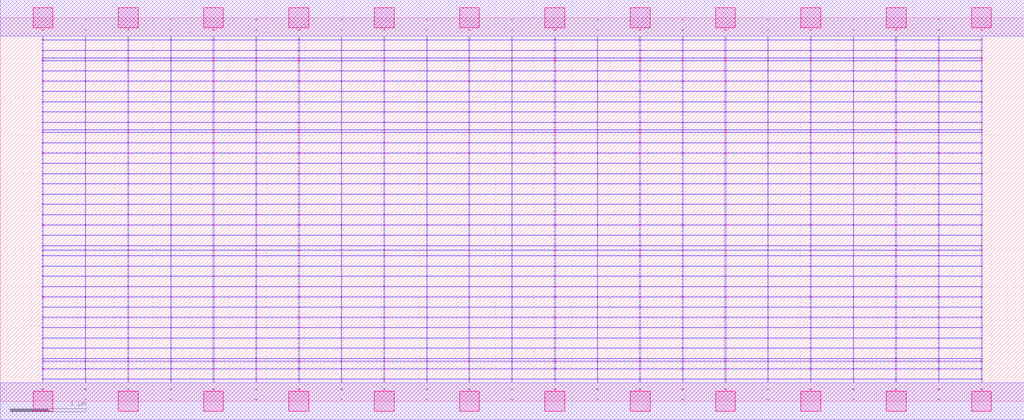
<source format=lef>
MACRO OOAAOOAI22132_DEBUG
 CLASS CORE ;
 FOREIGN OOAAOOAI22132_DEBUG 0 0 ;
 SIZE 13.44 BY 5.04 ;
 ORIGIN 0 0 ;
 SYMMETRY X Y R90 ;
 SITE unit ;

 OBS
    LAYER polycont ;
     RECT 6.71600000 2.58300000 6.72400000 2.59100000 ;
     RECT 6.71600000 2.71800000 6.72400000 2.72600000 ;
     RECT 6.71600000 2.85300000 6.72400000 2.86100000 ;
     RECT 6.71600000 2.98800000 6.72400000 2.99600000 ;
     RECT 8.95600000 2.58300000 8.96400000 2.59100000 ;
     RECT 9.51100000 2.58300000 9.52900000 2.59100000 ;
     RECT 10.07600000 2.58300000 10.08400000 2.59100000 ;
     RECT 10.63100000 2.58300000 10.64900000 2.59100000 ;
     RECT 11.19600000 2.58300000 11.20400000 2.59100000 ;
     RECT 11.75100000 2.58300000 11.76900000 2.59100000 ;
     RECT 12.31600000 2.58300000 12.32400000 2.59100000 ;
     RECT 12.87600000 2.58300000 12.88900000 2.59100000 ;
     RECT 7.27100000 2.58300000 7.28900000 2.59100000 ;
     RECT 7.27100000 2.71800000 7.28900000 2.72600000 ;
     RECT 7.83600000 2.71800000 7.84400000 2.72600000 ;
     RECT 8.39100000 2.71800000 8.40900000 2.72600000 ;
     RECT 8.95600000 2.71800000 8.96400000 2.72600000 ;
     RECT 9.51100000 2.71800000 9.52900000 2.72600000 ;
     RECT 10.07600000 2.71800000 10.08400000 2.72600000 ;
     RECT 10.63100000 2.71800000 10.64900000 2.72600000 ;
     RECT 11.19600000 2.71800000 11.20400000 2.72600000 ;
     RECT 11.75100000 2.71800000 11.76900000 2.72600000 ;
     RECT 12.31600000 2.71800000 12.32400000 2.72600000 ;
     RECT 12.87600000 2.71800000 12.88900000 2.72600000 ;
     RECT 7.83600000 2.58300000 7.84400000 2.59100000 ;
     RECT 7.27100000 2.85300000 7.28900000 2.86100000 ;
     RECT 7.83600000 2.85300000 7.84400000 2.86100000 ;
     RECT 8.39100000 2.85300000 8.40900000 2.86100000 ;
     RECT 8.95600000 2.85300000 8.96400000 2.86100000 ;
     RECT 9.51100000 2.85300000 9.52900000 2.86100000 ;
     RECT 10.07600000 2.85300000 10.08400000 2.86100000 ;
     RECT 10.63100000 2.85300000 10.64900000 2.86100000 ;
     RECT 11.19600000 2.85300000 11.20400000 2.86100000 ;
     RECT 11.75100000 2.85300000 11.76900000 2.86100000 ;
     RECT 12.31600000 2.85300000 12.32400000 2.86100000 ;
     RECT 12.87600000 2.85300000 12.88900000 2.86100000 ;
     RECT 8.39100000 2.58300000 8.40900000 2.59100000 ;
     RECT 7.27100000 2.98800000 7.28900000 2.99600000 ;
     RECT 7.83600000 2.98800000 7.84400000 2.99600000 ;
     RECT 8.39100000 2.98800000 8.40900000 2.99600000 ;
     RECT 8.95600000 2.98800000 8.96400000 2.99600000 ;
     RECT 9.51100000 2.98800000 9.52900000 2.99600000 ;
     RECT 10.07600000 2.98800000 10.08400000 2.99600000 ;
     RECT 10.63100000 2.98800000 10.64900000 2.99600000 ;
     RECT 11.19600000 2.98800000 11.20400000 2.99600000 ;
     RECT 11.75100000 2.98800000 11.76900000 2.99600000 ;
     RECT 12.31600000 2.98800000 12.32400000 2.99600000 ;
     RECT 12.87600000 2.98800000 12.88900000 2.99600000 ;
     RECT 1.67100000 2.85300000 1.68900000 2.86100000 ;
     RECT 2.23600000 2.85300000 2.24400000 2.86100000 ;
     RECT 2.79100000 2.85300000 2.80900000 2.86100000 ;
     RECT 3.35600000 2.85300000 3.36400000 2.86100000 ;
     RECT 3.91100000 2.85300000 3.92900000 2.86100000 ;
     RECT 4.47600000 2.85300000 4.48400000 2.86100000 ;
     RECT 5.03600000 2.85300000 5.04900000 2.86100000 ;
     RECT 5.59600000 2.85300000 5.60400000 2.86100000 ;
     RECT 6.15100000 2.85300000 6.16400000 2.86100000 ;
     RECT 1.11600000 2.71800000 1.12400000 2.72600000 ;
     RECT 1.67100000 2.71800000 1.68900000 2.72600000 ;
     RECT 2.23600000 2.71800000 2.24400000 2.72600000 ;
     RECT 2.79100000 2.71800000 2.80900000 2.72600000 ;
     RECT 3.35600000 2.71800000 3.36400000 2.72600000 ;
     RECT 3.91100000 2.71800000 3.92900000 2.72600000 ;
     RECT 4.47600000 2.71800000 4.48400000 2.72600000 ;
     RECT 5.03600000 2.71800000 5.04900000 2.72600000 ;
     RECT 5.59600000 2.71800000 5.60400000 2.72600000 ;
     RECT 6.15100000 2.71800000 6.16400000 2.72600000 ;
     RECT 1.11600000 2.58300000 1.12400000 2.59100000 ;
     RECT 1.67100000 2.58300000 1.68900000 2.59100000 ;
     RECT 0.55100000 2.98800000 0.56400000 2.99600000 ;
     RECT 1.11600000 2.98800000 1.12400000 2.99600000 ;
     RECT 1.67100000 2.98800000 1.68900000 2.99600000 ;
     RECT 2.23600000 2.98800000 2.24400000 2.99600000 ;
     RECT 2.79100000 2.98800000 2.80900000 2.99600000 ;
     RECT 3.35600000 2.98800000 3.36400000 2.99600000 ;
     RECT 3.91100000 2.98800000 3.92900000 2.99600000 ;
     RECT 4.47600000 2.98800000 4.48400000 2.99600000 ;
     RECT 5.03600000 2.98800000 5.04900000 2.99600000 ;
     RECT 5.59600000 2.98800000 5.60400000 2.99600000 ;
     RECT 6.15100000 2.98800000 6.16400000 2.99600000 ;
     RECT 2.23600000 2.58300000 2.24400000 2.59100000 ;
     RECT 2.79100000 2.58300000 2.80900000 2.59100000 ;
     RECT 3.35600000 2.58300000 3.36400000 2.59100000 ;
     RECT 3.91100000 2.58300000 3.92900000 2.59100000 ;
     RECT 4.47600000 2.58300000 4.48400000 2.59100000 ;
     RECT 5.03600000 2.58300000 5.04900000 2.59100000 ;
     RECT 5.59600000 2.58300000 5.60400000 2.59100000 ;
     RECT 6.15100000 2.58300000 6.16400000 2.59100000 ;
     RECT 0.55100000 2.58300000 0.56400000 2.59100000 ;
     RECT 0.55100000 2.71800000 0.56400000 2.72600000 ;
     RECT 0.55100000 2.85300000 0.56400000 2.86100000 ;
     RECT 1.11600000 2.85300000 1.12400000 2.86100000 ;
     RECT 5.59600000 3.12300000 5.60400000 3.13100000 ;
     RECT 5.59600000 3.25800000 5.60400000 3.26600000 ;
     RECT 5.59600000 3.39300000 5.60400000 3.40100000 ;
     RECT 5.59600000 3.52800000 5.60400000 3.53600000 ;
     RECT 5.59600000 3.56100000 5.60400000 3.56900000 ;
     RECT 5.59600000 3.66300000 5.60400000 3.67100000 ;
     RECT 5.59600000 3.79800000 5.60400000 3.80600000 ;
     RECT 5.59600000 3.93300000 5.60400000 3.94100000 ;
     RECT 5.59600000 4.06800000 5.60400000 4.07600000 ;
     RECT 5.59600000 4.20300000 5.60400000 4.21100000 ;
     RECT 5.59600000 4.33800000 5.60400000 4.34600000 ;
     RECT 5.59600000 4.47300000 5.60400000 4.48100000 ;
     RECT 5.59600000 4.51100000 5.60400000 4.51900000 ;
     RECT 5.59600000 4.60800000 5.60400000 4.61600000 ;
     RECT 5.59600000 4.74300000 5.60400000 4.75100000 ;
     RECT 5.59600000 4.87800000 5.60400000 4.88600000 ;
     RECT 12.31600000 1.90800000 12.32400000 1.91600000 ;
     RECT 12.87600000 1.90800000 12.88900000 1.91600000 ;
     RECT 12.31600000 1.98100000 12.32400000 1.98900000 ;
     RECT 12.87600000 1.98100000 12.88900000 1.98900000 ;
     RECT 12.31600000 2.04300000 12.32400000 2.05100000 ;
     RECT 12.87600000 2.04300000 12.88900000 2.05100000 ;
     RECT 12.31600000 2.17800000 12.32400000 2.18600000 ;
     RECT 12.87600000 2.17800000 12.88900000 2.18600000 ;
     RECT 12.31600000 2.31300000 12.32400000 2.32100000 ;
     RECT 12.87600000 2.31300000 12.88900000 2.32100000 ;
     RECT 12.31600000 2.44800000 12.32400000 2.45600000 ;
     RECT 12.87600000 2.44800000 12.88900000 2.45600000 ;
     RECT 12.31600000 0.15300000 12.32400000 0.16100000 ;
     RECT 12.87600000 0.15300000 12.88900000 0.16100000 ;
     RECT 12.31600000 0.28800000 12.32400000 0.29600000 ;
     RECT 12.87600000 0.28800000 12.88900000 0.29600000 ;
     RECT 12.31600000 0.42300000 12.32400000 0.43100000 ;
     RECT 12.87600000 0.42300000 12.88900000 0.43100000 ;
     RECT 12.31600000 0.52100000 12.32400000 0.52900000 ;
     RECT 12.87600000 0.52100000 12.88900000 0.52900000 ;
     RECT 12.31600000 0.55800000 12.32400000 0.56600000 ;
     RECT 12.87600000 0.55800000 12.88900000 0.56600000 ;
     RECT 12.31600000 0.69300000 12.32400000 0.70100000 ;
     RECT 12.87600000 0.69300000 12.88900000 0.70100000 ;
     RECT 12.31600000 0.82800000 12.32400000 0.83600000 ;
     RECT 12.87600000 0.82800000 12.88900000 0.83600000 ;
     RECT 12.31600000 0.96300000 12.32400000 0.97100000 ;
     RECT 12.87600000 0.96300000 12.88900000 0.97100000 ;
     RECT 12.31600000 1.09800000 12.32400000 1.10600000 ;
     RECT 12.87600000 1.09800000 12.88900000 1.10600000 ;
     RECT 12.31600000 1.23300000 12.32400000 1.24100000 ;
     RECT 12.87600000 1.23300000 12.88900000 1.24100000 ;
     RECT 12.31600000 1.36800000 12.32400000 1.37600000 ;
     RECT 12.87600000 1.36800000 12.88900000 1.37600000 ;
     RECT 12.31600000 1.50300000 12.32400000 1.51100000 ;
     RECT 12.87600000 1.50300000 12.88900000 1.51100000 ;
     RECT 12.31600000 1.63800000 12.32400000 1.64600000 ;
     RECT 12.87600000 1.63800000 12.88900000 1.64600000 ;
     RECT 12.31600000 1.77300000 12.32400000 1.78100000 ;
     RECT 12.87600000 1.77300000 12.88900000 1.78100000 ;

    LAYER pdiffc ;
     RECT 0.55100000 3.39300000 0.55900000 3.40100000 ;
     RECT 5.04100000 3.39300000 5.04900000 3.40100000 ;
     RECT 6.15100000 3.39300000 6.15900000 3.40100000 ;
     RECT 12.88100000 3.39300000 12.88900000 3.40100000 ;
     RECT 0.55100000 3.52800000 0.55900000 3.53600000 ;
     RECT 5.04100000 3.52800000 5.04900000 3.53600000 ;
     RECT 6.15100000 3.52800000 6.15900000 3.53600000 ;
     RECT 12.88100000 3.52800000 12.88900000 3.53600000 ;
     RECT 0.55100000 3.56100000 0.55900000 3.56900000 ;
     RECT 5.04100000 3.56100000 5.04900000 3.56900000 ;
     RECT 6.15100000 3.56100000 6.15900000 3.56900000 ;
     RECT 12.88100000 3.56100000 12.88900000 3.56900000 ;
     RECT 0.55100000 3.66300000 0.55900000 3.67100000 ;
     RECT 5.04100000 3.66300000 5.04900000 3.67100000 ;
     RECT 6.15100000 3.66300000 6.15900000 3.67100000 ;
     RECT 12.88100000 3.66300000 12.88900000 3.67100000 ;
     RECT 0.55100000 3.79800000 0.55900000 3.80600000 ;
     RECT 5.04100000 3.79800000 5.04900000 3.80600000 ;
     RECT 6.15100000 3.79800000 6.15900000 3.80600000 ;
     RECT 12.88100000 3.79800000 12.88900000 3.80600000 ;
     RECT 0.55100000 3.93300000 0.55900000 3.94100000 ;
     RECT 5.04100000 3.93300000 5.04900000 3.94100000 ;
     RECT 6.15100000 3.93300000 6.15900000 3.94100000 ;
     RECT 12.88100000 3.93300000 12.88900000 3.94100000 ;
     RECT 0.55100000 4.06800000 0.55900000 4.07600000 ;
     RECT 5.04100000 4.06800000 5.04900000 4.07600000 ;
     RECT 6.15100000 4.06800000 6.15900000 4.07600000 ;
     RECT 12.88100000 4.06800000 12.88900000 4.07600000 ;
     RECT 0.55100000 4.20300000 0.55900000 4.21100000 ;
     RECT 5.04100000 4.20300000 5.04900000 4.21100000 ;
     RECT 6.15100000 4.20300000 6.15900000 4.21100000 ;
     RECT 12.88100000 4.20300000 12.88900000 4.21100000 ;
     RECT 0.55100000 4.33800000 0.55900000 4.34600000 ;
     RECT 5.04100000 4.33800000 5.04900000 4.34600000 ;
     RECT 6.15100000 4.33800000 6.15900000 4.34600000 ;
     RECT 12.88100000 4.33800000 12.88900000 4.34600000 ;
     RECT 0.55100000 4.47300000 0.55900000 4.48100000 ;
     RECT 5.04100000 4.47300000 5.04900000 4.48100000 ;
     RECT 6.15100000 4.47300000 6.15900000 4.48100000 ;
     RECT 12.88100000 4.47300000 12.88900000 4.48100000 ;
     RECT 0.55100000 4.51100000 0.55900000 4.51900000 ;
     RECT 5.04100000 4.51100000 5.04900000 4.51900000 ;
     RECT 6.15100000 4.51100000 6.15900000 4.51900000 ;
     RECT 12.88100000 4.51100000 12.88900000 4.51900000 ;
     RECT 0.55100000 4.60800000 0.55900000 4.61600000 ;
     RECT 5.04100000 4.60800000 5.04900000 4.61600000 ;
     RECT 6.15100000 4.60800000 6.15900000 4.61600000 ;
     RECT 12.88100000 4.60800000 12.88900000 4.61600000 ;

    LAYER ndiffc ;
     RECT 6.15100000 0.42300000 6.16400000 0.43100000 ;
     RECT 6.15100000 0.52100000 6.16400000 0.52900000 ;
     RECT 6.15100000 0.55800000 6.16400000 0.56600000 ;
     RECT 6.15100000 0.69300000 6.16400000 0.70100000 ;
     RECT 6.15100000 0.82800000 6.16400000 0.83600000 ;
     RECT 6.15100000 0.96300000 6.16400000 0.97100000 ;
     RECT 6.15100000 1.09800000 6.16400000 1.10600000 ;
     RECT 6.15100000 1.23300000 6.16400000 1.24100000 ;
     RECT 6.15100000 1.36800000 6.16400000 1.37600000 ;
     RECT 6.15100000 1.50300000 6.16400000 1.51100000 ;
     RECT 6.15100000 1.63800000 6.16400000 1.64600000 ;
     RECT 6.15100000 1.77300000 6.16400000 1.78100000 ;
     RECT 6.15100000 1.90800000 6.16400000 1.91600000 ;
     RECT 6.15100000 1.98100000 6.16400000 1.98900000 ;
     RECT 6.15100000 2.04300000 6.16400000 2.05100000 ;
     RECT 9.51100000 0.55800000 9.52900000 0.56600000 ;
     RECT 10.63100000 0.55800000 10.64900000 0.56600000 ;
     RECT 11.75100000 0.55800000 11.76900000 0.56600000 ;
     RECT 9.51100000 0.42300000 9.52900000 0.43100000 ;
     RECT 7.27100000 0.69300000 7.28900000 0.70100000 ;
     RECT 8.39100000 0.69300000 8.40900000 0.70100000 ;
     RECT 9.51100000 0.69300000 9.52900000 0.70100000 ;
     RECT 10.63100000 0.69300000 10.64900000 0.70100000 ;
     RECT 11.75100000 0.69300000 11.76900000 0.70100000 ;
     RECT 10.63100000 0.42300000 10.64900000 0.43100000 ;
     RECT 7.27100000 0.82800000 7.28900000 0.83600000 ;
     RECT 8.39100000 0.82800000 8.40900000 0.83600000 ;
     RECT 9.51100000 0.82800000 9.52900000 0.83600000 ;
     RECT 10.63100000 0.82800000 10.64900000 0.83600000 ;
     RECT 11.75100000 0.82800000 11.76900000 0.83600000 ;
     RECT 11.75100000 0.42300000 11.76900000 0.43100000 ;
     RECT 7.27100000 0.96300000 7.28900000 0.97100000 ;
     RECT 8.39100000 0.96300000 8.40900000 0.97100000 ;
     RECT 9.51100000 0.96300000 9.52900000 0.97100000 ;
     RECT 10.63100000 0.96300000 10.64900000 0.97100000 ;
     RECT 11.75100000 0.96300000 11.76900000 0.97100000 ;
     RECT 7.27100000 0.42300000 7.28900000 0.43100000 ;
     RECT 7.27100000 1.09800000 7.28900000 1.10600000 ;
     RECT 8.39100000 1.09800000 8.40900000 1.10600000 ;
     RECT 9.51100000 1.09800000 9.52900000 1.10600000 ;
     RECT 10.63100000 1.09800000 10.64900000 1.10600000 ;
     RECT 11.75100000 1.09800000 11.76900000 1.10600000 ;
     RECT 7.27100000 0.52100000 7.28900000 0.52900000 ;
     RECT 7.27100000 1.23300000 7.28900000 1.24100000 ;
     RECT 8.39100000 1.23300000 8.40900000 1.24100000 ;
     RECT 9.51100000 1.23300000 9.52900000 1.24100000 ;
     RECT 10.63100000 1.23300000 10.64900000 1.24100000 ;
     RECT 11.75100000 1.23300000 11.76900000 1.24100000 ;
     RECT 8.39100000 0.52100000 8.40900000 0.52900000 ;
     RECT 7.27100000 1.36800000 7.28900000 1.37600000 ;
     RECT 8.39100000 1.36800000 8.40900000 1.37600000 ;
     RECT 9.51100000 1.36800000 9.52900000 1.37600000 ;
     RECT 10.63100000 1.36800000 10.64900000 1.37600000 ;
     RECT 11.75100000 1.36800000 11.76900000 1.37600000 ;
     RECT 9.51100000 0.52100000 9.52900000 0.52900000 ;
     RECT 7.27100000 1.50300000 7.28900000 1.51100000 ;
     RECT 8.39100000 1.50300000 8.40900000 1.51100000 ;
     RECT 9.51100000 1.50300000 9.52900000 1.51100000 ;
     RECT 10.63100000 1.50300000 10.64900000 1.51100000 ;
     RECT 11.75100000 1.50300000 11.76900000 1.51100000 ;
     RECT 10.63100000 0.52100000 10.64900000 0.52900000 ;
     RECT 7.27100000 1.63800000 7.28900000 1.64600000 ;
     RECT 8.39100000 1.63800000 8.40900000 1.64600000 ;
     RECT 9.51100000 1.63800000 9.52900000 1.64600000 ;
     RECT 10.63100000 1.63800000 10.64900000 1.64600000 ;
     RECT 11.75100000 1.63800000 11.76900000 1.64600000 ;
     RECT 11.75100000 0.52100000 11.76900000 0.52900000 ;
     RECT 7.27100000 1.77300000 7.28900000 1.78100000 ;
     RECT 8.39100000 1.77300000 8.40900000 1.78100000 ;
     RECT 9.51100000 1.77300000 9.52900000 1.78100000 ;
     RECT 10.63100000 1.77300000 10.64900000 1.78100000 ;
     RECT 11.75100000 1.77300000 11.76900000 1.78100000 ;
     RECT 8.39100000 0.42300000 8.40900000 0.43100000 ;
     RECT 7.27100000 1.90800000 7.28900000 1.91600000 ;
     RECT 8.39100000 1.90800000 8.40900000 1.91600000 ;
     RECT 9.51100000 1.90800000 9.52900000 1.91600000 ;
     RECT 10.63100000 1.90800000 10.64900000 1.91600000 ;
     RECT 11.75100000 1.90800000 11.76900000 1.91600000 ;
     RECT 7.27100000 0.55800000 7.28900000 0.56600000 ;
     RECT 7.27100000 1.98100000 7.28900000 1.98900000 ;
     RECT 8.39100000 1.98100000 8.40900000 1.98900000 ;
     RECT 9.51100000 1.98100000 9.52900000 1.98900000 ;
     RECT 10.63100000 1.98100000 10.64900000 1.98900000 ;
     RECT 11.75100000 1.98100000 11.76900000 1.98900000 ;
     RECT 8.39100000 0.55800000 8.40900000 0.56600000 ;
     RECT 7.27100000 2.04300000 7.28900000 2.05100000 ;
     RECT 8.39100000 2.04300000 8.40900000 2.05100000 ;
     RECT 9.51100000 2.04300000 9.52900000 2.05100000 ;
     RECT 10.63100000 2.04300000 10.64900000 2.05100000 ;
     RECT 11.75100000 2.04300000 11.76900000 2.05100000 ;
     RECT 2.79100000 1.36800000 2.80900000 1.37600000 ;
     RECT 3.91100000 1.36800000 3.92900000 1.37600000 ;
     RECT 5.03600000 1.36800000 5.04900000 1.37600000 ;
     RECT 5.03600000 0.82800000 5.04900000 0.83600000 ;
     RECT 2.79100000 0.55800000 2.80900000 0.56600000 ;
     RECT 3.91100000 0.55800000 3.92900000 0.56600000 ;
     RECT 5.03600000 0.55800000 5.04900000 0.56600000 ;
     RECT 1.67100000 0.52100000 1.68900000 0.52900000 ;
     RECT 2.79100000 0.52100000 2.80900000 0.52900000 ;
     RECT 0.55100000 1.50300000 0.56400000 1.51100000 ;
     RECT 1.67100000 1.50300000 1.68900000 1.51100000 ;
     RECT 2.79100000 1.50300000 2.80900000 1.51100000 ;
     RECT 3.91100000 1.50300000 3.92900000 1.51100000 ;
     RECT 5.03600000 1.50300000 5.04900000 1.51100000 ;
     RECT 3.91100000 0.52100000 3.92900000 0.52900000 ;
     RECT 0.55100000 0.96300000 0.56400000 0.97100000 ;
     RECT 1.67100000 0.96300000 1.68900000 0.97100000 ;
     RECT 2.79100000 0.96300000 2.80900000 0.97100000 ;
     RECT 3.91100000 0.96300000 3.92900000 0.97100000 ;
     RECT 5.03600000 0.96300000 5.04900000 0.97100000 ;
     RECT 0.55100000 1.63800000 0.56400000 1.64600000 ;
     RECT 1.67100000 1.63800000 1.68900000 1.64600000 ;
     RECT 2.79100000 1.63800000 2.80900000 1.64600000 ;
     RECT 3.91100000 1.63800000 3.92900000 1.64600000 ;
     RECT 5.03600000 1.63800000 5.04900000 1.64600000 ;
     RECT 5.03600000 0.52100000 5.04900000 0.52900000 ;
     RECT 1.67100000 0.42300000 1.68900000 0.43100000 ;
     RECT 2.79100000 0.42300000 2.80900000 0.43100000 ;
     RECT 0.55100000 0.69300000 0.56400000 0.70100000 ;
     RECT 1.67100000 0.69300000 1.68900000 0.70100000 ;
     RECT 2.79100000 0.69300000 2.80900000 0.70100000 ;
     RECT 0.55100000 1.77300000 0.56400000 1.78100000 ;
     RECT 1.67100000 1.77300000 1.68900000 1.78100000 ;
     RECT 2.79100000 1.77300000 2.80900000 1.78100000 ;
     RECT 3.91100000 1.77300000 3.92900000 1.78100000 ;
     RECT 5.03600000 1.77300000 5.04900000 1.78100000 ;
     RECT 0.55100000 1.09800000 0.56400000 1.10600000 ;
     RECT 1.67100000 1.09800000 1.68900000 1.10600000 ;
     RECT 2.79100000 1.09800000 2.80900000 1.10600000 ;
     RECT 3.91100000 1.09800000 3.92900000 1.10600000 ;
     RECT 5.03600000 1.09800000 5.04900000 1.10600000 ;
     RECT 3.91100000 0.69300000 3.92900000 0.70100000 ;
     RECT 0.55100000 1.90800000 0.56400000 1.91600000 ;
     RECT 1.67100000 1.90800000 1.68900000 1.91600000 ;
     RECT 2.79100000 1.90800000 2.80900000 1.91600000 ;
     RECT 3.91100000 1.90800000 3.92900000 1.91600000 ;
     RECT 5.03600000 1.90800000 5.04900000 1.91600000 ;
     RECT 5.03600000 0.69300000 5.04900000 0.70100000 ;
     RECT 3.91100000 0.42300000 3.92900000 0.43100000 ;
     RECT 5.03600000 0.42300000 5.04900000 0.43100000 ;
     RECT 0.55100000 0.42300000 0.56400000 0.43100000 ;
     RECT 0.55100000 0.52100000 0.56400000 0.52900000 ;
     RECT 0.55100000 1.23300000 0.56400000 1.24100000 ;
     RECT 0.55100000 1.98100000 0.56400000 1.98900000 ;
     RECT 1.67100000 1.98100000 1.68900000 1.98900000 ;
     RECT 2.79100000 1.98100000 2.80900000 1.98900000 ;
     RECT 3.91100000 1.98100000 3.92900000 1.98900000 ;
     RECT 5.03600000 1.98100000 5.04900000 1.98900000 ;
     RECT 1.67100000 1.23300000 1.68900000 1.24100000 ;
     RECT 2.79100000 1.23300000 2.80900000 1.24100000 ;
     RECT 3.91100000 1.23300000 3.92900000 1.24100000 ;
     RECT 5.03600000 1.23300000 5.04900000 1.24100000 ;
     RECT 0.55100000 0.55800000 0.56400000 0.56600000 ;
     RECT 1.67100000 0.55800000 1.68900000 0.56600000 ;
     RECT 0.55100000 2.04300000 0.56400000 2.05100000 ;
     RECT 1.67100000 2.04300000 1.68900000 2.05100000 ;
     RECT 2.79100000 2.04300000 2.80900000 2.05100000 ;
     RECT 3.91100000 2.04300000 3.92900000 2.05100000 ;
     RECT 5.03600000 2.04300000 5.04900000 2.05100000 ;
     RECT 0.55100000 0.82800000 0.56400000 0.83600000 ;
     RECT 1.67100000 0.82800000 1.68900000 0.83600000 ;
     RECT 2.79100000 0.82800000 2.80900000 0.83600000 ;
     RECT 3.91100000 0.82800000 3.92900000 0.83600000 ;
     RECT 0.55100000 1.36800000 0.56400000 1.37600000 ;
     RECT 1.67100000 1.36800000 1.68900000 1.37600000 ;

    LAYER met1 ;
     RECT 0.00000000 -0.24000000 13.44000000 0.24000000 ;
     RECT 6.71600000 0.24000000 6.72400000 0.28800000 ;
     RECT 0.55100000 0.28800000 12.88900000 0.29600000 ;
     RECT 6.71600000 0.29600000 6.72400000 0.42300000 ;
     RECT 0.55100000 0.42300000 12.88900000 0.43100000 ;
     RECT 6.71600000 0.43100000 6.72400000 0.52100000 ;
     RECT 0.55100000 0.52100000 12.88900000 0.52900000 ;
     RECT 6.71600000 0.52900000 6.72400000 0.55800000 ;
     RECT 0.55100000 0.55800000 12.88900000 0.56600000 ;
     RECT 6.71600000 0.56600000 6.72400000 0.69300000 ;
     RECT 0.55100000 0.69300000 12.88900000 0.70100000 ;
     RECT 6.71600000 0.70100000 6.72400000 0.82800000 ;
     RECT 0.55100000 0.82800000 12.88900000 0.83600000 ;
     RECT 6.71600000 0.83600000 6.72400000 0.96300000 ;
     RECT 0.55100000 0.96300000 12.88900000 0.97100000 ;
     RECT 6.71600000 0.97100000 6.72400000 1.09800000 ;
     RECT 0.55100000 1.09800000 12.88900000 1.10600000 ;
     RECT 6.71600000 1.10600000 6.72400000 1.23300000 ;
     RECT 0.55100000 1.23300000 12.88900000 1.24100000 ;
     RECT 6.71600000 1.24100000 6.72400000 1.36800000 ;
     RECT 0.55100000 1.36800000 12.88900000 1.37600000 ;
     RECT 6.71600000 1.37600000 6.72400000 1.50300000 ;
     RECT 0.55100000 1.50300000 12.88900000 1.51100000 ;
     RECT 6.71600000 1.51100000 6.72400000 1.63800000 ;
     RECT 0.55100000 1.63800000 12.88900000 1.64600000 ;
     RECT 6.71600000 1.64600000 6.72400000 1.77300000 ;
     RECT 0.55100000 1.77300000 12.88900000 1.78100000 ;
     RECT 6.71600000 1.78100000 6.72400000 1.90800000 ;
     RECT 0.55100000 1.90800000 12.88900000 1.91600000 ;
     RECT 6.71600000 1.91600000 6.72400000 1.98100000 ;
     RECT 0.55100000 1.98100000 12.88900000 1.98900000 ;
     RECT 6.71600000 1.98900000 6.72400000 2.04300000 ;
     RECT 0.55100000 2.04300000 12.88900000 2.05100000 ;
     RECT 6.71600000 2.05100000 6.72400000 2.17800000 ;
     RECT 0.55100000 2.17800000 12.88900000 2.18600000 ;
     RECT 6.71600000 2.18600000 6.72400000 2.31300000 ;
     RECT 0.55100000 2.31300000 12.88900000 2.32100000 ;
     RECT 6.71600000 2.32100000 6.72400000 2.44800000 ;
     RECT 0.55100000 2.44800000 12.88900000 2.45600000 ;
     RECT 0.55100000 2.45600000 0.56400000 2.58300000 ;
     RECT 1.11600000 2.45600000 1.12400000 2.58300000 ;
     RECT 1.67100000 2.45600000 1.68900000 2.58300000 ;
     RECT 2.23600000 2.45600000 2.24400000 2.58300000 ;
     RECT 2.79100000 2.45600000 2.80900000 2.58300000 ;
     RECT 3.35600000 2.45600000 3.36400000 2.58300000 ;
     RECT 3.91100000 2.45600000 3.92900000 2.58300000 ;
     RECT 4.47600000 2.45600000 4.48400000 2.58300000 ;
     RECT 5.03600000 2.45600000 5.04900000 2.58300000 ;
     RECT 5.59600000 2.45600000 5.60400000 2.58300000 ;
     RECT 6.15100000 2.45600000 6.16400000 2.58300000 ;
     RECT 6.71600000 2.45600000 6.72400000 2.58300000 ;
     RECT 7.27100000 2.45600000 7.28900000 2.58300000 ;
     RECT 7.83600000 2.45600000 7.84400000 2.58300000 ;
     RECT 8.39100000 2.45600000 8.40900000 2.58300000 ;
     RECT 8.95600000 2.45600000 8.96400000 2.58300000 ;
     RECT 9.51100000 2.45600000 9.52900000 2.58300000 ;
     RECT 10.07600000 2.45600000 10.08400000 2.58300000 ;
     RECT 10.63100000 2.45600000 10.64900000 2.58300000 ;
     RECT 11.19600000 2.45600000 11.20400000 2.58300000 ;
     RECT 11.75100000 2.45600000 11.76900000 2.58300000 ;
     RECT 12.31600000 2.45600000 12.32400000 2.58300000 ;
     RECT 12.87600000 2.45600000 12.88900000 2.58300000 ;
     RECT 0.55100000 2.58300000 12.88900000 2.59100000 ;
     RECT 6.71600000 2.59100000 6.72400000 2.71800000 ;
     RECT 0.55100000 2.71800000 12.88900000 2.72600000 ;
     RECT 6.71600000 2.72600000 6.72400000 2.85300000 ;
     RECT 0.55100000 2.85300000 12.88900000 2.86100000 ;
     RECT 6.71600000 2.86100000 6.72400000 2.98800000 ;
     RECT 0.55100000 2.98800000 12.88900000 2.99600000 ;
     RECT 6.71600000 2.99600000 6.72400000 3.12300000 ;
     RECT 0.55100000 3.12300000 12.88900000 3.13100000 ;
     RECT 6.71600000 3.13100000 6.72400000 3.25800000 ;
     RECT 0.55100000 3.25800000 12.88900000 3.26600000 ;
     RECT 6.71600000 3.26600000 6.72400000 3.39300000 ;
     RECT 0.55100000 3.39300000 12.88900000 3.40100000 ;
     RECT 6.71600000 3.40100000 6.72400000 3.52800000 ;
     RECT 0.55100000 3.52800000 12.88900000 3.53600000 ;
     RECT 6.71600000 3.53600000 6.72400000 3.56100000 ;
     RECT 0.55100000 3.56100000 12.88900000 3.56900000 ;
     RECT 6.71600000 3.56900000 6.72400000 3.66300000 ;
     RECT 0.55100000 3.66300000 12.88900000 3.67100000 ;
     RECT 6.71600000 3.67100000 6.72400000 3.79800000 ;
     RECT 0.55100000 3.79800000 12.88900000 3.80600000 ;
     RECT 6.71600000 3.80600000 6.72400000 3.93300000 ;
     RECT 0.55100000 3.93300000 12.88900000 3.94100000 ;
     RECT 6.71600000 3.94100000 6.72400000 4.06800000 ;
     RECT 0.55100000 4.06800000 12.88900000 4.07600000 ;
     RECT 6.71600000 4.07600000 6.72400000 4.20300000 ;
     RECT 0.55100000 4.20300000 12.88900000 4.21100000 ;
     RECT 6.71600000 4.21100000 6.72400000 4.33800000 ;
     RECT 0.55100000 4.33800000 12.88900000 4.34600000 ;
     RECT 6.71600000 4.34600000 6.72400000 4.47300000 ;
     RECT 0.55100000 4.47300000 12.88900000 4.48100000 ;
     RECT 6.71600000 4.48100000 6.72400000 4.51100000 ;
     RECT 0.55100000 4.51100000 12.88900000 4.51900000 ;
     RECT 6.71600000 4.51900000 6.72400000 4.60800000 ;
     RECT 0.55100000 4.60800000 12.88900000 4.61600000 ;
     RECT 6.71600000 4.61600000 6.72400000 4.74300000 ;
     RECT 0.55100000 4.74300000 12.88900000 4.75100000 ;
     RECT 6.71600000 4.75100000 6.72400000 4.80000000 ;
     RECT 0.00000000 4.80000000 13.44000000 5.28000000 ;
     RECT 10.07600000 2.59100000 10.08400000 2.71800000 ;
     RECT 10.07600000 2.99600000 10.08400000 3.12300000 ;
     RECT 10.07600000 3.13100000 10.08400000 3.25800000 ;
     RECT 10.07600000 3.26600000 10.08400000 3.39300000 ;
     RECT 10.07600000 3.40100000 10.08400000 3.52800000 ;
     RECT 10.07600000 3.53600000 10.08400000 3.56100000 ;
     RECT 10.07600000 3.56900000 10.08400000 3.66300000 ;
     RECT 10.07600000 3.67100000 10.08400000 3.79800000 ;
     RECT 10.07600000 2.72600000 10.08400000 2.85300000 ;
     RECT 7.27100000 3.80600000 7.28900000 3.93300000 ;
     RECT 7.83600000 3.80600000 7.84400000 3.93300000 ;
     RECT 8.39100000 3.80600000 8.40900000 3.93300000 ;
     RECT 8.95600000 3.80600000 8.96400000 3.93300000 ;
     RECT 9.51100000 3.80600000 9.52900000 3.93300000 ;
     RECT 10.07600000 3.80600000 10.08400000 3.93300000 ;
     RECT 10.63100000 3.80600000 10.64900000 3.93300000 ;
     RECT 11.19600000 3.80600000 11.20400000 3.93300000 ;
     RECT 11.75100000 3.80600000 11.76900000 3.93300000 ;
     RECT 12.31600000 3.80600000 12.32400000 3.93300000 ;
     RECT 12.87600000 3.80600000 12.88900000 3.93300000 ;
     RECT 10.07600000 3.94100000 10.08400000 4.06800000 ;
     RECT 10.07600000 4.07600000 10.08400000 4.20300000 ;
     RECT 10.07600000 4.21100000 10.08400000 4.33800000 ;
     RECT 10.07600000 4.34600000 10.08400000 4.47300000 ;
     RECT 10.07600000 4.48100000 10.08400000 4.51100000 ;
     RECT 10.07600000 2.86100000 10.08400000 2.98800000 ;
     RECT 10.07600000 4.51900000 10.08400000 4.60800000 ;
     RECT 10.07600000 4.61600000 10.08400000 4.74300000 ;
     RECT 10.07600000 4.75100000 10.08400000 4.80000000 ;
     RECT 11.75100000 4.07600000 11.76900000 4.20300000 ;
     RECT 12.31600000 4.07600000 12.32400000 4.20300000 ;
     RECT 12.87600000 4.07600000 12.88900000 4.20300000 ;
     RECT 11.19600000 3.94100000 11.20400000 4.06800000 ;
     RECT 10.63100000 4.21100000 10.64900000 4.33800000 ;
     RECT 11.19600000 4.21100000 11.20400000 4.33800000 ;
     RECT 11.75100000 4.21100000 11.76900000 4.33800000 ;
     RECT 12.31600000 4.21100000 12.32400000 4.33800000 ;
     RECT 12.87600000 4.21100000 12.88900000 4.33800000 ;
     RECT 11.75100000 3.94100000 11.76900000 4.06800000 ;
     RECT 10.63100000 4.34600000 10.64900000 4.47300000 ;
     RECT 11.19600000 4.34600000 11.20400000 4.47300000 ;
     RECT 11.75100000 4.34600000 11.76900000 4.47300000 ;
     RECT 12.31600000 4.34600000 12.32400000 4.47300000 ;
     RECT 12.87600000 4.34600000 12.88900000 4.47300000 ;
     RECT 12.31600000 3.94100000 12.32400000 4.06800000 ;
     RECT 10.63100000 4.48100000 10.64900000 4.51100000 ;
     RECT 11.19600000 4.48100000 11.20400000 4.51100000 ;
     RECT 11.75100000 4.48100000 11.76900000 4.51100000 ;
     RECT 12.31600000 4.48100000 12.32400000 4.51100000 ;
     RECT 12.87600000 4.48100000 12.88900000 4.51100000 ;
     RECT 12.87600000 3.94100000 12.88900000 4.06800000 ;
     RECT 10.63100000 3.94100000 10.64900000 4.06800000 ;
     RECT 10.63100000 4.51900000 10.64900000 4.60800000 ;
     RECT 11.19600000 4.51900000 11.20400000 4.60800000 ;
     RECT 11.75100000 4.51900000 11.76900000 4.60800000 ;
     RECT 12.31600000 4.51900000 12.32400000 4.60800000 ;
     RECT 12.87600000 4.51900000 12.88900000 4.60800000 ;
     RECT 10.63100000 4.07600000 10.64900000 4.20300000 ;
     RECT 10.63100000 4.61600000 10.64900000 4.74300000 ;
     RECT 11.19600000 4.61600000 11.20400000 4.74300000 ;
     RECT 11.75100000 4.61600000 11.76900000 4.74300000 ;
     RECT 12.31600000 4.61600000 12.32400000 4.74300000 ;
     RECT 12.87600000 4.61600000 12.88900000 4.74300000 ;
     RECT 11.19600000 4.07600000 11.20400000 4.20300000 ;
     RECT 10.63100000 4.75100000 10.64900000 4.80000000 ;
     RECT 11.19600000 4.75100000 11.20400000 4.80000000 ;
     RECT 11.75100000 4.75100000 11.76900000 4.80000000 ;
     RECT 12.31600000 4.75100000 12.32400000 4.80000000 ;
     RECT 12.87600000 4.75100000 12.88900000 4.80000000 ;
     RECT 8.39100000 4.21100000 8.40900000 4.33800000 ;
     RECT 8.95600000 4.21100000 8.96400000 4.33800000 ;
     RECT 9.51100000 4.21100000 9.52900000 4.33800000 ;
     RECT 7.83600000 4.07600000 7.84400000 4.20300000 ;
     RECT 8.39100000 4.07600000 8.40900000 4.20300000 ;
     RECT 8.95600000 4.07600000 8.96400000 4.20300000 ;
     RECT 9.51100000 4.07600000 9.52900000 4.20300000 ;
     RECT 7.27100000 4.51900000 7.28900000 4.60800000 ;
     RECT 7.83600000 4.51900000 7.84400000 4.60800000 ;
     RECT 8.39100000 4.51900000 8.40900000 4.60800000 ;
     RECT 8.95600000 4.51900000 8.96400000 4.60800000 ;
     RECT 9.51100000 4.51900000 9.52900000 4.60800000 ;
     RECT 7.83600000 3.94100000 7.84400000 4.06800000 ;
     RECT 8.39100000 3.94100000 8.40900000 4.06800000 ;
     RECT 7.27100000 4.34600000 7.28900000 4.47300000 ;
     RECT 7.83600000 4.34600000 7.84400000 4.47300000 ;
     RECT 8.39100000 4.34600000 8.40900000 4.47300000 ;
     RECT 8.95600000 4.34600000 8.96400000 4.47300000 ;
     RECT 7.27100000 4.61600000 7.28900000 4.74300000 ;
     RECT 7.83600000 4.61600000 7.84400000 4.74300000 ;
     RECT 8.39100000 4.61600000 8.40900000 4.74300000 ;
     RECT 8.95600000 4.61600000 8.96400000 4.74300000 ;
     RECT 9.51100000 4.61600000 9.52900000 4.74300000 ;
     RECT 9.51100000 4.34600000 9.52900000 4.47300000 ;
     RECT 8.95600000 3.94100000 8.96400000 4.06800000 ;
     RECT 9.51100000 3.94100000 9.52900000 4.06800000 ;
     RECT 7.27100000 3.94100000 7.28900000 4.06800000 ;
     RECT 7.27100000 4.07600000 7.28900000 4.20300000 ;
     RECT 7.27100000 4.21100000 7.28900000 4.33800000 ;
     RECT 7.27100000 4.75100000 7.28900000 4.80000000 ;
     RECT 7.83600000 4.75100000 7.84400000 4.80000000 ;
     RECT 8.39100000 4.75100000 8.40900000 4.80000000 ;
     RECT 8.95600000 4.75100000 8.96400000 4.80000000 ;
     RECT 9.51100000 4.75100000 9.52900000 4.80000000 ;
     RECT 7.83600000 4.21100000 7.84400000 4.33800000 ;
     RECT 7.27100000 4.48100000 7.28900000 4.51100000 ;
     RECT 7.83600000 4.48100000 7.84400000 4.51100000 ;
     RECT 8.39100000 4.48100000 8.40900000 4.51100000 ;
     RECT 8.95600000 4.48100000 8.96400000 4.51100000 ;
     RECT 9.51100000 4.48100000 9.52900000 4.51100000 ;
     RECT 7.83600000 2.99600000 7.84400000 3.12300000 ;
     RECT 7.27100000 2.59100000 7.28900000 2.71800000 ;
     RECT 8.39100000 2.86100000 8.40900000 2.98800000 ;
     RECT 8.95600000 2.86100000 8.96400000 2.98800000 ;
     RECT 7.27100000 3.40100000 7.28900000 3.52800000 ;
     RECT 7.83600000 3.40100000 7.84400000 3.52800000 ;
     RECT 8.39100000 3.40100000 8.40900000 3.52800000 ;
     RECT 8.95600000 3.40100000 8.96400000 3.52800000 ;
     RECT 9.51100000 3.40100000 9.52900000 3.52800000 ;
     RECT 8.39100000 2.99600000 8.40900000 3.12300000 ;
     RECT 7.83600000 2.59100000 7.84400000 2.71800000 ;
     RECT 7.27100000 2.72600000 7.28900000 2.85300000 ;
     RECT 7.27100000 3.53600000 7.28900000 3.56100000 ;
     RECT 7.83600000 3.53600000 7.84400000 3.56100000 ;
     RECT 8.39100000 3.53600000 8.40900000 3.56100000 ;
     RECT 9.51100000 2.86100000 9.52900000 2.98800000 ;
     RECT 8.95600000 3.53600000 8.96400000 3.56100000 ;
     RECT 9.51100000 3.53600000 9.52900000 3.56100000 ;
     RECT 8.95600000 2.99600000 8.96400000 3.12300000 ;
     RECT 7.83600000 2.72600000 7.84400000 2.85300000 ;
     RECT 8.39100000 2.72600000 8.40900000 2.85300000 ;
     RECT 7.27100000 3.56900000 7.28900000 3.66300000 ;
     RECT 7.83600000 3.56900000 7.84400000 3.66300000 ;
     RECT 8.39100000 3.56900000 8.40900000 3.66300000 ;
     RECT 8.95600000 3.56900000 8.96400000 3.66300000 ;
     RECT 9.51100000 3.56900000 9.52900000 3.66300000 ;
     RECT 8.39100000 2.59100000 8.40900000 2.71800000 ;
     RECT 8.95600000 2.59100000 8.96400000 2.71800000 ;
     RECT 9.51100000 2.99600000 9.52900000 3.12300000 ;
     RECT 8.95600000 2.72600000 8.96400000 2.85300000 ;
     RECT 9.51100000 2.72600000 9.52900000 2.85300000 ;
     RECT 7.27100000 3.67100000 7.28900000 3.79800000 ;
     RECT 7.83600000 3.67100000 7.84400000 3.79800000 ;
     RECT 8.39100000 3.67100000 8.40900000 3.79800000 ;
     RECT 8.95600000 3.67100000 8.96400000 3.79800000 ;
     RECT 9.51100000 3.67100000 9.52900000 3.79800000 ;
     RECT 9.51100000 2.59100000 9.52900000 2.71800000 ;
     RECT 7.27100000 3.13100000 7.28900000 3.25800000 ;
     RECT 7.83600000 3.13100000 7.84400000 3.25800000 ;
     RECT 7.27100000 2.86100000 7.28900000 2.98800000 ;
     RECT 7.83600000 2.86100000 7.84400000 2.98800000 ;
     RECT 8.39100000 3.13100000 8.40900000 3.25800000 ;
     RECT 8.95600000 3.13100000 8.96400000 3.25800000 ;
     RECT 9.51100000 3.13100000 9.52900000 3.25800000 ;
     RECT 7.27100000 2.99600000 7.28900000 3.12300000 ;
     RECT 7.27100000 3.26600000 7.28900000 3.39300000 ;
     RECT 7.83600000 3.26600000 7.84400000 3.39300000 ;
     RECT 8.39100000 3.26600000 8.40900000 3.39300000 ;
     RECT 8.95600000 3.26600000 8.96400000 3.39300000 ;
     RECT 9.51100000 3.26600000 9.52900000 3.39300000 ;
     RECT 10.63100000 3.13100000 10.64900000 3.25800000 ;
     RECT 11.19600000 3.13100000 11.20400000 3.25800000 ;
     RECT 10.63100000 3.56900000 10.64900000 3.66300000 ;
     RECT 12.31600000 2.72600000 12.32400000 2.85300000 ;
     RECT 12.87600000 2.72600000 12.88900000 2.85300000 ;
     RECT 11.19600000 3.56900000 11.20400000 3.66300000 ;
     RECT 11.75100000 3.56900000 11.76900000 3.66300000 ;
     RECT 12.31600000 3.56900000 12.32400000 3.66300000 ;
     RECT 12.87600000 3.56900000 12.88900000 3.66300000 ;
     RECT 11.75100000 3.13100000 11.76900000 3.25800000 ;
     RECT 12.31600000 3.13100000 12.32400000 3.25800000 ;
     RECT 12.87600000 3.13100000 12.88900000 3.25800000 ;
     RECT 11.75100000 2.59100000 11.76900000 2.71800000 ;
     RECT 10.63100000 3.40100000 10.64900000 3.52800000 ;
     RECT 11.19600000 3.40100000 11.20400000 3.52800000 ;
     RECT 11.75100000 3.40100000 11.76900000 3.52800000 ;
     RECT 12.31600000 3.40100000 12.32400000 3.52800000 ;
     RECT 10.63100000 3.67100000 10.64900000 3.79800000 ;
     RECT 11.19600000 3.67100000 11.20400000 3.79800000 ;
     RECT 11.75100000 3.67100000 11.76900000 3.79800000 ;
     RECT 12.31600000 3.67100000 12.32400000 3.79800000 ;
     RECT 12.87600000 3.67100000 12.88900000 3.79800000 ;
     RECT 12.87600000 3.40100000 12.88900000 3.52800000 ;
     RECT 10.63100000 2.86100000 10.64900000 2.98800000 ;
     RECT 11.19600000 2.86100000 11.20400000 2.98800000 ;
     RECT 10.63100000 2.72600000 10.64900000 2.85300000 ;
     RECT 12.31600000 2.59100000 12.32400000 2.71800000 ;
     RECT 11.19600000 2.59100000 11.20400000 2.71800000 ;
     RECT 10.63100000 2.99600000 10.64900000 3.12300000 ;
     RECT 11.19600000 2.99600000 11.20400000 3.12300000 ;
     RECT 11.75100000 2.99600000 11.76900000 3.12300000 ;
     RECT 12.31600000 2.99600000 12.32400000 3.12300000 ;
     RECT 12.87600000 2.99600000 12.88900000 3.12300000 ;
     RECT 10.63100000 3.26600000 10.64900000 3.39300000 ;
     RECT 10.63100000 3.53600000 10.64900000 3.56100000 ;
     RECT 11.19600000 3.53600000 11.20400000 3.56100000 ;
     RECT 11.75100000 2.86100000 11.76900000 2.98800000 ;
     RECT 12.31600000 2.86100000 12.32400000 2.98800000 ;
     RECT 11.75100000 3.53600000 11.76900000 3.56100000 ;
     RECT 11.19600000 2.72600000 11.20400000 2.85300000 ;
     RECT 11.75100000 2.72600000 11.76900000 2.85300000 ;
     RECT 12.31600000 3.53600000 12.32400000 3.56100000 ;
     RECT 12.87600000 3.53600000 12.88900000 3.56100000 ;
     RECT 11.19600000 3.26600000 11.20400000 3.39300000 ;
     RECT 11.75100000 3.26600000 11.76900000 3.39300000 ;
     RECT 12.31600000 3.26600000 12.32400000 3.39300000 ;
     RECT 12.87600000 3.26600000 12.88900000 3.39300000 ;
     RECT 12.87600000 2.59100000 12.88900000 2.71800000 ;
     RECT 10.63100000 2.59100000 10.64900000 2.71800000 ;
     RECT 12.87600000 2.86100000 12.88900000 2.98800000 ;
     RECT 4.47600000 3.80600000 4.48400000 3.93300000 ;
     RECT 5.03600000 3.80600000 5.04900000 3.93300000 ;
     RECT 5.59600000 3.80600000 5.60400000 3.93300000 ;
     RECT 6.15100000 3.80600000 6.16400000 3.93300000 ;
     RECT 3.35600000 2.59100000 3.36400000 2.71800000 ;
     RECT 3.35600000 3.94100000 3.36400000 4.06800000 ;
     RECT 3.35600000 2.99600000 3.36400000 3.12300000 ;
     RECT 3.35600000 3.40100000 3.36400000 3.52800000 ;
     RECT 3.35600000 4.07600000 3.36400000 4.20300000 ;
     RECT 3.35600000 4.21100000 3.36400000 4.33800000 ;
     RECT 3.35600000 3.53600000 3.36400000 3.56100000 ;
     RECT 3.35600000 4.34600000 3.36400000 4.47300000 ;
     RECT 3.35600000 3.13100000 3.36400000 3.25800000 ;
     RECT 3.35600000 4.48100000 3.36400000 4.51100000 ;
     RECT 3.35600000 3.56900000 3.36400000 3.66300000 ;
     RECT 3.35600000 2.86100000 3.36400000 2.98800000 ;
     RECT 3.35600000 4.51900000 3.36400000 4.60800000 ;
     RECT 3.35600000 4.61600000 3.36400000 4.74300000 ;
     RECT 3.35600000 3.67100000 3.36400000 3.79800000 ;
     RECT 3.35600000 2.72600000 3.36400000 2.85300000 ;
     RECT 3.35600000 4.75100000 3.36400000 4.80000000 ;
     RECT 3.35600000 3.26600000 3.36400000 3.39300000 ;
     RECT 0.55100000 3.80600000 0.56400000 3.93300000 ;
     RECT 1.11600000 3.80600000 1.12400000 3.93300000 ;
     RECT 1.67100000 3.80600000 1.68900000 3.93300000 ;
     RECT 2.23600000 3.80600000 2.24400000 3.93300000 ;
     RECT 2.79100000 3.80600000 2.80900000 3.93300000 ;
     RECT 3.35600000 3.80600000 3.36400000 3.93300000 ;
     RECT 3.91100000 3.80600000 3.92900000 3.93300000 ;
     RECT 5.03600000 4.34600000 5.04900000 4.47300000 ;
     RECT 5.59600000 4.34600000 5.60400000 4.47300000 ;
     RECT 6.15100000 4.34600000 6.16400000 4.47300000 ;
     RECT 4.47600000 3.94100000 4.48400000 4.06800000 ;
     RECT 5.03600000 3.94100000 5.04900000 4.06800000 ;
     RECT 3.91100000 4.48100000 3.92900000 4.51100000 ;
     RECT 4.47600000 4.48100000 4.48400000 4.51100000 ;
     RECT 5.03600000 4.48100000 5.04900000 4.51100000 ;
     RECT 5.59600000 4.48100000 5.60400000 4.51100000 ;
     RECT 6.15100000 4.48100000 6.16400000 4.51100000 ;
     RECT 3.91100000 4.07600000 3.92900000 4.20300000 ;
     RECT 4.47600000 4.07600000 4.48400000 4.20300000 ;
     RECT 5.03600000 4.07600000 5.04900000 4.20300000 ;
     RECT 3.91100000 4.51900000 3.92900000 4.60800000 ;
     RECT 4.47600000 4.51900000 4.48400000 4.60800000 ;
     RECT 5.03600000 4.51900000 5.04900000 4.60800000 ;
     RECT 5.59600000 4.51900000 5.60400000 4.60800000 ;
     RECT 6.15100000 4.51900000 6.16400000 4.60800000 ;
     RECT 5.59600000 4.07600000 5.60400000 4.20300000 ;
     RECT 3.91100000 4.61600000 3.92900000 4.74300000 ;
     RECT 4.47600000 4.61600000 4.48400000 4.74300000 ;
     RECT 5.03600000 4.61600000 5.04900000 4.74300000 ;
     RECT 5.59600000 4.61600000 5.60400000 4.74300000 ;
     RECT 6.15100000 4.61600000 6.16400000 4.74300000 ;
     RECT 6.15100000 4.07600000 6.16400000 4.20300000 ;
     RECT 5.59600000 3.94100000 5.60400000 4.06800000 ;
     RECT 3.91100000 4.21100000 3.92900000 4.33800000 ;
     RECT 3.91100000 4.75100000 3.92900000 4.80000000 ;
     RECT 4.47600000 4.75100000 4.48400000 4.80000000 ;
     RECT 5.03600000 4.75100000 5.04900000 4.80000000 ;
     RECT 5.59600000 4.75100000 5.60400000 4.80000000 ;
     RECT 6.15100000 4.75100000 6.16400000 4.80000000 ;
     RECT 4.47600000 4.21100000 4.48400000 4.33800000 ;
     RECT 5.03600000 4.21100000 5.04900000 4.33800000 ;
     RECT 5.59600000 4.21100000 5.60400000 4.33800000 ;
     RECT 6.15100000 4.21100000 6.16400000 4.33800000 ;
     RECT 6.15100000 3.94100000 6.16400000 4.06800000 ;
     RECT 3.91100000 3.94100000 3.92900000 4.06800000 ;
     RECT 3.91100000 4.34600000 3.92900000 4.47300000 ;
     RECT 4.47600000 4.34600000 4.48400000 4.47300000 ;
     RECT 2.23600000 4.51900000 2.24400000 4.60800000 ;
     RECT 2.79100000 4.51900000 2.80900000 4.60800000 ;
     RECT 0.55100000 4.34600000 0.56400000 4.47300000 ;
     RECT 1.11600000 4.34600000 1.12400000 4.47300000 ;
     RECT 1.67100000 4.34600000 1.68900000 4.47300000 ;
     RECT 2.23600000 4.34600000 2.24400000 4.47300000 ;
     RECT 2.79100000 4.34600000 2.80900000 4.47300000 ;
     RECT 1.11600000 3.94100000 1.12400000 4.06800000 ;
     RECT 0.55100000 4.61600000 0.56400000 4.74300000 ;
     RECT 1.11600000 4.61600000 1.12400000 4.74300000 ;
     RECT 1.67100000 4.61600000 1.68900000 4.74300000 ;
     RECT 2.23600000 4.61600000 2.24400000 4.74300000 ;
     RECT 2.79100000 4.61600000 2.80900000 4.74300000 ;
     RECT 1.67100000 3.94100000 1.68900000 4.06800000 ;
     RECT 0.55100000 4.07600000 0.56400000 4.20300000 ;
     RECT 0.55100000 4.21100000 0.56400000 4.33800000 ;
     RECT 1.11600000 4.21100000 1.12400000 4.33800000 ;
     RECT 1.67100000 4.21100000 1.68900000 4.33800000 ;
     RECT 2.23600000 4.21100000 2.24400000 4.33800000 ;
     RECT 0.55100000 4.48100000 0.56400000 4.51100000 ;
     RECT 1.11600000 4.48100000 1.12400000 4.51100000 ;
     RECT 0.55100000 4.75100000 0.56400000 4.80000000 ;
     RECT 1.11600000 4.75100000 1.12400000 4.80000000 ;
     RECT 1.67100000 4.75100000 1.68900000 4.80000000 ;
     RECT 2.23600000 4.75100000 2.24400000 4.80000000 ;
     RECT 2.79100000 4.75100000 2.80900000 4.80000000 ;
     RECT 1.67100000 4.48100000 1.68900000 4.51100000 ;
     RECT 2.23600000 4.48100000 2.24400000 4.51100000 ;
     RECT 2.79100000 4.48100000 2.80900000 4.51100000 ;
     RECT 2.79100000 4.21100000 2.80900000 4.33800000 ;
     RECT 1.11600000 4.07600000 1.12400000 4.20300000 ;
     RECT 1.67100000 4.07600000 1.68900000 4.20300000 ;
     RECT 2.23600000 4.07600000 2.24400000 4.20300000 ;
     RECT 2.79100000 4.07600000 2.80900000 4.20300000 ;
     RECT 2.23600000 3.94100000 2.24400000 4.06800000 ;
     RECT 2.79100000 3.94100000 2.80900000 4.06800000 ;
     RECT 0.55100000 3.94100000 0.56400000 4.06800000 ;
     RECT 0.55100000 4.51900000 0.56400000 4.60800000 ;
     RECT 1.11600000 4.51900000 1.12400000 4.60800000 ;
     RECT 1.67100000 4.51900000 1.68900000 4.60800000 ;
     RECT 1.67100000 2.99600000 1.68900000 3.12300000 ;
     RECT 2.23600000 2.99600000 2.24400000 3.12300000 ;
     RECT 2.79100000 2.99600000 2.80900000 3.12300000 ;
     RECT 2.23600000 2.59100000 2.24400000 2.71800000 ;
     RECT 1.67100000 2.86100000 1.68900000 2.98800000 ;
     RECT 1.67100000 2.72600000 1.68900000 2.85300000 ;
     RECT 2.23600000 2.72600000 2.24400000 2.85300000 ;
     RECT 2.79100000 2.72600000 2.80900000 2.85300000 ;
     RECT 0.55100000 3.67100000 0.56400000 3.79800000 ;
     RECT 1.11600000 3.67100000 1.12400000 3.79800000 ;
     RECT 1.67100000 3.67100000 1.68900000 3.79800000 ;
     RECT 2.23600000 3.67100000 2.24400000 3.79800000 ;
     RECT 2.79100000 3.67100000 2.80900000 3.79800000 ;
     RECT 2.23600000 2.86100000 2.24400000 2.98800000 ;
     RECT 0.55100000 3.13100000 0.56400000 3.25800000 ;
     RECT 1.11600000 3.13100000 1.12400000 3.25800000 ;
     RECT 1.67100000 3.13100000 1.68900000 3.25800000 ;
     RECT 2.23600000 3.13100000 2.24400000 3.25800000 ;
     RECT 2.79100000 3.13100000 2.80900000 3.25800000 ;
     RECT 2.79100000 2.59100000 2.80900000 2.71800000 ;
     RECT 0.55100000 3.56900000 0.56400000 3.66300000 ;
     RECT 1.11600000 3.56900000 1.12400000 3.66300000 ;
     RECT 1.67100000 3.56900000 1.68900000 3.66300000 ;
     RECT 1.67100000 2.59100000 1.68900000 2.71800000 ;
     RECT 0.55100000 2.99600000 0.56400000 3.12300000 ;
     RECT 0.55100000 3.40100000 0.56400000 3.52800000 ;
     RECT 0.55100000 3.26600000 0.56400000 3.39300000 ;
     RECT 1.11600000 3.26600000 1.12400000 3.39300000 ;
     RECT 1.67100000 3.26600000 1.68900000 3.39300000 ;
     RECT 2.23600000 3.26600000 2.24400000 3.39300000 ;
     RECT 1.11600000 3.40100000 1.12400000 3.52800000 ;
     RECT 1.11600000 3.53600000 1.12400000 3.56100000 ;
     RECT 1.67100000 3.53600000 1.68900000 3.56100000 ;
     RECT 2.23600000 3.53600000 2.24400000 3.56100000 ;
     RECT 2.79100000 3.53600000 2.80900000 3.56100000 ;
     RECT 1.67100000 3.40100000 1.68900000 3.52800000 ;
     RECT 1.11600000 2.72600000 1.12400000 2.85300000 ;
     RECT 0.55100000 2.86100000 0.56400000 2.98800000 ;
     RECT 2.23600000 3.56900000 2.24400000 3.66300000 ;
     RECT 2.79100000 3.56900000 2.80900000 3.66300000 ;
     RECT 1.11600000 2.86100000 1.12400000 2.98800000 ;
     RECT 2.79100000 3.26600000 2.80900000 3.39300000 ;
     RECT 2.79100000 2.86100000 2.80900000 2.98800000 ;
     RECT 2.23600000 3.40100000 2.24400000 3.52800000 ;
     RECT 0.55100000 2.59100000 0.56400000 2.71800000 ;
     RECT 1.11600000 2.59100000 1.12400000 2.71800000 ;
     RECT 0.55100000 2.72600000 0.56400000 2.85300000 ;
     RECT 0.55100000 3.53600000 0.56400000 3.56100000 ;
     RECT 2.79100000 3.40100000 2.80900000 3.52800000 ;
     RECT 1.11600000 2.99600000 1.12400000 3.12300000 ;
     RECT 6.15100000 2.72600000 6.16400000 2.85300000 ;
     RECT 4.47600000 2.99600000 4.48400000 3.12300000 ;
     RECT 5.03600000 2.99600000 5.04900000 3.12300000 ;
     RECT 5.59600000 2.99600000 5.60400000 3.12300000 ;
     RECT 6.15100000 2.99600000 6.16400000 3.12300000 ;
     RECT 3.91100000 2.59100000 3.92900000 2.71800000 ;
     RECT 4.47600000 2.59100000 4.48400000 2.71800000 ;
     RECT 3.91100000 3.56900000 3.92900000 3.66300000 ;
     RECT 4.47600000 3.56900000 4.48400000 3.66300000 ;
     RECT 5.03600000 3.56900000 5.04900000 3.66300000 ;
     RECT 5.59600000 3.56900000 5.60400000 3.66300000 ;
     RECT 6.15100000 3.56900000 6.16400000 3.66300000 ;
     RECT 5.03600000 3.13100000 5.04900000 3.25800000 ;
     RECT 5.59600000 3.13100000 5.60400000 3.25800000 ;
     RECT 3.91100000 3.67100000 3.92900000 3.79800000 ;
     RECT 4.47600000 3.67100000 4.48400000 3.79800000 ;
     RECT 5.03600000 3.67100000 5.04900000 3.79800000 ;
     RECT 5.59600000 3.67100000 5.60400000 3.79800000 ;
     RECT 6.15100000 3.67100000 6.16400000 3.79800000 ;
     RECT 6.15100000 3.13100000 6.16400000 3.25800000 ;
     RECT 3.91100000 2.72600000 3.92900000 2.85300000 ;
     RECT 4.47600000 2.72600000 4.48400000 2.85300000 ;
     RECT 5.03600000 2.59100000 5.04900000 2.71800000 ;
     RECT 5.59600000 2.59100000 5.60400000 2.71800000 ;
     RECT 6.15100000 2.59100000 6.16400000 2.71800000 ;
     RECT 6.15100000 3.26600000 6.16400000 3.39300000 ;
     RECT 3.91100000 3.53600000 3.92900000 3.56100000 ;
     RECT 4.47600000 3.53600000 4.48400000 3.56100000 ;
     RECT 5.03600000 3.53600000 5.04900000 3.56100000 ;
     RECT 3.91100000 3.13100000 3.92900000 3.25800000 ;
     RECT 4.47600000 3.13100000 4.48400000 3.25800000 ;
     RECT 5.59600000 3.53600000 5.60400000 3.56100000 ;
     RECT 6.15100000 3.53600000 6.16400000 3.56100000 ;
     RECT 5.03600000 2.72600000 5.04900000 2.85300000 ;
     RECT 5.59600000 2.72600000 5.60400000 2.85300000 ;
     RECT 3.91100000 2.86100000 3.92900000 2.98800000 ;
     RECT 4.47600000 2.86100000 4.48400000 2.98800000 ;
     RECT 5.03600000 2.86100000 5.04900000 2.98800000 ;
     RECT 5.59600000 2.86100000 5.60400000 2.98800000 ;
     RECT 3.91100000 3.26600000 3.92900000 3.39300000 ;
     RECT 4.47600000 3.26600000 4.48400000 3.39300000 ;
     RECT 5.03600000 3.26600000 5.04900000 3.39300000 ;
     RECT 5.59600000 3.26600000 5.60400000 3.39300000 ;
     RECT 6.15100000 2.86100000 6.16400000 2.98800000 ;
     RECT 3.91100000 3.40100000 3.92900000 3.52800000 ;
     RECT 4.47600000 3.40100000 4.48400000 3.52800000 ;
     RECT 5.03600000 3.40100000 5.04900000 3.52800000 ;
     RECT 5.59600000 3.40100000 5.60400000 3.52800000 ;
     RECT 6.15100000 3.40100000 6.16400000 3.52800000 ;
     RECT 3.91100000 2.99600000 3.92900000 3.12300000 ;
     RECT 0.55100000 1.10600000 0.56400000 1.23300000 ;
     RECT 1.11600000 1.10600000 1.12400000 1.23300000 ;
     RECT 1.67100000 1.10600000 1.68900000 1.23300000 ;
     RECT 2.23600000 1.10600000 2.24400000 1.23300000 ;
     RECT 2.79100000 1.10600000 2.80900000 1.23300000 ;
     RECT 3.35600000 1.10600000 3.36400000 1.23300000 ;
     RECT 3.91100000 1.10600000 3.92900000 1.23300000 ;
     RECT 4.47600000 1.10600000 4.48400000 1.23300000 ;
     RECT 5.03600000 1.10600000 5.04900000 1.23300000 ;
     RECT 5.59600000 1.10600000 5.60400000 1.23300000 ;
     RECT 6.15100000 1.10600000 6.16400000 1.23300000 ;
     RECT 3.35600000 1.24100000 3.36400000 1.36800000 ;
     RECT 3.35600000 0.29600000 3.36400000 0.42300000 ;
     RECT 3.35600000 1.37600000 3.36400000 1.50300000 ;
     RECT 3.35600000 1.51100000 3.36400000 1.63800000 ;
     RECT 3.35600000 1.64600000 3.36400000 1.77300000 ;
     RECT 3.35600000 1.78100000 3.36400000 1.90800000 ;
     RECT 3.35600000 1.91600000 3.36400000 1.98100000 ;
     RECT 3.35600000 1.98900000 3.36400000 2.04300000 ;
     RECT 3.35600000 0.43100000 3.36400000 0.52100000 ;
     RECT 3.35600000 2.05100000 3.36400000 2.17800000 ;
     RECT 3.35600000 2.18600000 3.36400000 2.31300000 ;
     RECT 3.35600000 2.32100000 3.36400000 2.44800000 ;
     RECT 3.35600000 0.24000000 3.36400000 0.28800000 ;
     RECT 3.35600000 0.52900000 3.36400000 0.55800000 ;
     RECT 3.35600000 0.56600000 3.36400000 0.69300000 ;
     RECT 3.35600000 0.70100000 3.36400000 0.82800000 ;
     RECT 3.35600000 0.83600000 3.36400000 0.96300000 ;
     RECT 3.35600000 0.97100000 3.36400000 1.09800000 ;
     RECT 6.15100000 1.51100000 6.16400000 1.63800000 ;
     RECT 5.59600000 1.24100000 5.60400000 1.36800000 ;
     RECT 3.91100000 1.64600000 3.92900000 1.77300000 ;
     RECT 4.47600000 1.64600000 4.48400000 1.77300000 ;
     RECT 5.03600000 1.64600000 5.04900000 1.77300000 ;
     RECT 5.59600000 1.64600000 5.60400000 1.77300000 ;
     RECT 6.15100000 1.64600000 6.16400000 1.77300000 ;
     RECT 6.15100000 1.24100000 6.16400000 1.36800000 ;
     RECT 3.91100000 1.78100000 3.92900000 1.90800000 ;
     RECT 4.47600000 1.78100000 4.48400000 1.90800000 ;
     RECT 5.03600000 1.78100000 5.04900000 1.90800000 ;
     RECT 5.59600000 1.78100000 5.60400000 1.90800000 ;
     RECT 6.15100000 1.78100000 6.16400000 1.90800000 ;
     RECT 3.91100000 1.24100000 3.92900000 1.36800000 ;
     RECT 3.91100000 1.91600000 3.92900000 1.98100000 ;
     RECT 4.47600000 1.91600000 4.48400000 1.98100000 ;
     RECT 5.03600000 1.91600000 5.04900000 1.98100000 ;
     RECT 5.59600000 1.91600000 5.60400000 1.98100000 ;
     RECT 6.15100000 1.91600000 6.16400000 1.98100000 ;
     RECT 4.47600000 1.24100000 4.48400000 1.36800000 ;
     RECT 3.91100000 1.98900000 3.92900000 2.04300000 ;
     RECT 4.47600000 1.98900000 4.48400000 2.04300000 ;
     RECT 5.03600000 1.98900000 5.04900000 2.04300000 ;
     RECT 5.59600000 1.98900000 5.60400000 2.04300000 ;
     RECT 6.15100000 1.98900000 6.16400000 2.04300000 ;
     RECT 3.91100000 1.37600000 3.92900000 1.50300000 ;
     RECT 4.47600000 1.37600000 4.48400000 1.50300000 ;
     RECT 3.91100000 2.05100000 3.92900000 2.17800000 ;
     RECT 4.47600000 2.05100000 4.48400000 2.17800000 ;
     RECT 5.03600000 2.05100000 5.04900000 2.17800000 ;
     RECT 5.59600000 2.05100000 5.60400000 2.17800000 ;
     RECT 6.15100000 2.05100000 6.16400000 2.17800000 ;
     RECT 5.03600000 1.37600000 5.04900000 1.50300000 ;
     RECT 3.91100000 2.18600000 3.92900000 2.31300000 ;
     RECT 4.47600000 2.18600000 4.48400000 2.31300000 ;
     RECT 5.03600000 2.18600000 5.04900000 2.31300000 ;
     RECT 5.59600000 2.18600000 5.60400000 2.31300000 ;
     RECT 6.15100000 2.18600000 6.16400000 2.31300000 ;
     RECT 5.59600000 1.37600000 5.60400000 1.50300000 ;
     RECT 3.91100000 2.32100000 3.92900000 2.44800000 ;
     RECT 4.47600000 2.32100000 4.48400000 2.44800000 ;
     RECT 5.03600000 2.32100000 5.04900000 2.44800000 ;
     RECT 5.59600000 2.32100000 5.60400000 2.44800000 ;
     RECT 6.15100000 2.32100000 6.16400000 2.44800000 ;
     RECT 6.15100000 1.37600000 6.16400000 1.50300000 ;
     RECT 5.03600000 1.24100000 5.04900000 1.36800000 ;
     RECT 3.91100000 1.51100000 3.92900000 1.63800000 ;
     RECT 4.47600000 1.51100000 4.48400000 1.63800000 ;
     RECT 5.03600000 1.51100000 5.04900000 1.63800000 ;
     RECT 5.59600000 1.51100000 5.60400000 1.63800000 ;
     RECT 1.11600000 1.98900000 1.12400000 2.04300000 ;
     RECT 1.67100000 1.98900000 1.68900000 2.04300000 ;
     RECT 2.23600000 1.98900000 2.24400000 2.04300000 ;
     RECT 2.79100000 1.98900000 2.80900000 2.04300000 ;
     RECT 2.23600000 1.64600000 2.24400000 1.77300000 ;
     RECT 2.79100000 1.64600000 2.80900000 1.77300000 ;
     RECT 2.79100000 1.24100000 2.80900000 1.36800000 ;
     RECT 0.55100000 1.24100000 0.56400000 1.36800000 ;
     RECT 1.11600000 1.24100000 1.12400000 1.36800000 ;
     RECT 0.55100000 1.37600000 0.56400000 1.50300000 ;
     RECT 0.55100000 1.51100000 0.56400000 1.63800000 ;
     RECT 0.55100000 2.05100000 0.56400000 2.17800000 ;
     RECT 1.11600000 2.05100000 1.12400000 2.17800000 ;
     RECT 1.67100000 2.05100000 1.68900000 2.17800000 ;
     RECT 2.23600000 2.05100000 2.24400000 2.17800000 ;
     RECT 2.79100000 2.05100000 2.80900000 2.17800000 ;
     RECT 1.11600000 1.51100000 1.12400000 1.63800000 ;
     RECT 0.55100000 1.78100000 0.56400000 1.90800000 ;
     RECT 1.11600000 1.78100000 1.12400000 1.90800000 ;
     RECT 1.67100000 1.78100000 1.68900000 1.90800000 ;
     RECT 2.23600000 1.78100000 2.24400000 1.90800000 ;
     RECT 2.79100000 1.78100000 2.80900000 1.90800000 ;
     RECT 0.55100000 2.18600000 0.56400000 2.31300000 ;
     RECT 1.11600000 2.18600000 1.12400000 2.31300000 ;
     RECT 1.67100000 2.18600000 1.68900000 2.31300000 ;
     RECT 2.23600000 2.18600000 2.24400000 2.31300000 ;
     RECT 2.79100000 2.18600000 2.80900000 2.31300000 ;
     RECT 1.67100000 1.51100000 1.68900000 1.63800000 ;
     RECT 2.23600000 1.51100000 2.24400000 1.63800000 ;
     RECT 2.79100000 1.51100000 2.80900000 1.63800000 ;
     RECT 1.11600000 1.37600000 1.12400000 1.50300000 ;
     RECT 1.67100000 1.37600000 1.68900000 1.50300000 ;
     RECT 2.23600000 1.37600000 2.24400000 1.50300000 ;
     RECT 0.55100000 2.32100000 0.56400000 2.44800000 ;
     RECT 1.11600000 2.32100000 1.12400000 2.44800000 ;
     RECT 1.67100000 2.32100000 1.68900000 2.44800000 ;
     RECT 2.23600000 2.32100000 2.24400000 2.44800000 ;
     RECT 2.79100000 2.32100000 2.80900000 2.44800000 ;
     RECT 0.55100000 1.91600000 0.56400000 1.98100000 ;
     RECT 1.11600000 1.91600000 1.12400000 1.98100000 ;
     RECT 1.67100000 1.91600000 1.68900000 1.98100000 ;
     RECT 2.23600000 1.91600000 2.24400000 1.98100000 ;
     RECT 2.79100000 1.91600000 2.80900000 1.98100000 ;
     RECT 2.79100000 1.37600000 2.80900000 1.50300000 ;
     RECT 1.67100000 1.24100000 1.68900000 1.36800000 ;
     RECT 2.23600000 1.24100000 2.24400000 1.36800000 ;
     RECT 0.55100000 1.64600000 0.56400000 1.77300000 ;
     RECT 1.11600000 1.64600000 1.12400000 1.77300000 ;
     RECT 1.67100000 1.64600000 1.68900000 1.77300000 ;
     RECT 0.55100000 1.98900000 0.56400000 2.04300000 ;
     RECT 1.67100000 0.43100000 1.68900000 0.52100000 ;
     RECT 2.23600000 0.43100000 2.24400000 0.52100000 ;
     RECT 2.79100000 0.29600000 2.80900000 0.42300000 ;
     RECT 2.79100000 0.43100000 2.80900000 0.52100000 ;
     RECT 1.67100000 0.29600000 1.68900000 0.42300000 ;
     RECT 2.79100000 0.24000000 2.80900000 0.28800000 ;
     RECT 1.67100000 0.24000000 1.68900000 0.28800000 ;
     RECT 0.55100000 0.52900000 0.56400000 0.55800000 ;
     RECT 1.11600000 0.52900000 1.12400000 0.55800000 ;
     RECT 1.67100000 0.52900000 1.68900000 0.55800000 ;
     RECT 2.23600000 0.52900000 2.24400000 0.55800000 ;
     RECT 2.79100000 0.52900000 2.80900000 0.55800000 ;
     RECT 0.55100000 0.43100000 0.56400000 0.52100000 ;
     RECT 0.55100000 0.56600000 0.56400000 0.69300000 ;
     RECT 1.11600000 0.56600000 1.12400000 0.69300000 ;
     RECT 1.67100000 0.56600000 1.68900000 0.69300000 ;
     RECT 2.23600000 0.56600000 2.24400000 0.69300000 ;
     RECT 2.79100000 0.56600000 2.80900000 0.69300000 ;
     RECT 1.11600000 0.43100000 1.12400000 0.52100000 ;
     RECT 0.55100000 0.70100000 0.56400000 0.82800000 ;
     RECT 1.11600000 0.70100000 1.12400000 0.82800000 ;
     RECT 1.67100000 0.70100000 1.68900000 0.82800000 ;
     RECT 2.23600000 0.70100000 2.24400000 0.82800000 ;
     RECT 2.79100000 0.70100000 2.80900000 0.82800000 ;
     RECT 2.23600000 0.24000000 2.24400000 0.28800000 ;
     RECT 0.55100000 0.24000000 0.56400000 0.28800000 ;
     RECT 0.55100000 0.83600000 0.56400000 0.96300000 ;
     RECT 1.11600000 0.83600000 1.12400000 0.96300000 ;
     RECT 1.67100000 0.83600000 1.68900000 0.96300000 ;
     RECT 2.23600000 0.83600000 2.24400000 0.96300000 ;
     RECT 2.79100000 0.83600000 2.80900000 0.96300000 ;
     RECT 1.11600000 0.29600000 1.12400000 0.42300000 ;
     RECT 1.11600000 0.24000000 1.12400000 0.28800000 ;
     RECT 0.55100000 0.29600000 0.56400000 0.42300000 ;
     RECT 0.55100000 0.97100000 0.56400000 1.09800000 ;
     RECT 1.11600000 0.97100000 1.12400000 1.09800000 ;
     RECT 1.67100000 0.97100000 1.68900000 1.09800000 ;
     RECT 2.23600000 0.97100000 2.24400000 1.09800000 ;
     RECT 2.79100000 0.97100000 2.80900000 1.09800000 ;
     RECT 2.23600000 0.29600000 2.24400000 0.42300000 ;
     RECT 5.03600000 0.56600000 5.04900000 0.69300000 ;
     RECT 5.59600000 0.56600000 5.60400000 0.69300000 ;
     RECT 6.15100000 0.56600000 6.16400000 0.69300000 ;
     RECT 5.03600000 0.24000000 5.04900000 0.28800000 ;
     RECT 5.59600000 0.24000000 5.60400000 0.28800000 ;
     RECT 3.91100000 0.29600000 3.92900000 0.42300000 ;
     RECT 5.59600000 0.29600000 5.60400000 0.42300000 ;
     RECT 6.15100000 0.29600000 6.16400000 0.42300000 ;
     RECT 3.91100000 0.43100000 3.92900000 0.52100000 ;
     RECT 4.47600000 0.43100000 4.48400000 0.52100000 ;
     RECT 6.15100000 0.97100000 6.16400000 1.09800000 ;
     RECT 3.91100000 0.70100000 3.92900000 0.82800000 ;
     RECT 4.47600000 0.70100000 4.48400000 0.82800000 ;
     RECT 5.03600000 0.70100000 5.04900000 0.82800000 ;
     RECT 5.59600000 0.70100000 5.60400000 0.82800000 ;
     RECT 6.15100000 0.70100000 6.16400000 0.82800000 ;
     RECT 6.15100000 0.24000000 6.16400000 0.28800000 ;
     RECT 3.91100000 0.52900000 3.92900000 0.55800000 ;
     RECT 4.47600000 0.52900000 4.48400000 0.55800000 ;
     RECT 5.03600000 0.52900000 5.04900000 0.55800000 ;
     RECT 5.59600000 0.52900000 5.60400000 0.55800000 ;
     RECT 6.15100000 0.52900000 6.16400000 0.55800000 ;
     RECT 3.91100000 0.24000000 3.92900000 0.28800000 ;
     RECT 4.47600000 0.24000000 4.48400000 0.28800000 ;
     RECT 3.91100000 0.83600000 3.92900000 0.96300000 ;
     RECT 4.47600000 0.83600000 4.48400000 0.96300000 ;
     RECT 5.03600000 0.83600000 5.04900000 0.96300000 ;
     RECT 5.59600000 0.83600000 5.60400000 0.96300000 ;
     RECT 6.15100000 0.83600000 6.16400000 0.96300000 ;
     RECT 5.59600000 0.97100000 5.60400000 1.09800000 ;
     RECT 5.03600000 0.43100000 5.04900000 0.52100000 ;
     RECT 5.59600000 0.43100000 5.60400000 0.52100000 ;
     RECT 6.15100000 0.43100000 6.16400000 0.52100000 ;
     RECT 4.47600000 0.29600000 4.48400000 0.42300000 ;
     RECT 5.03600000 0.29600000 5.04900000 0.42300000 ;
     RECT 3.91100000 0.56600000 3.92900000 0.69300000 ;
     RECT 4.47600000 0.56600000 4.48400000 0.69300000 ;
     RECT 3.91100000 0.97100000 3.92900000 1.09800000 ;
     RECT 4.47600000 0.97100000 4.48400000 1.09800000 ;
     RECT 5.03600000 0.97100000 5.04900000 1.09800000 ;
     RECT 10.07600000 1.78100000 10.08400000 1.90800000 ;
     RECT 10.07600000 0.97100000 10.08400000 1.09800000 ;
     RECT 10.07600000 1.91600000 10.08400000 1.98100000 ;
     RECT 10.07600000 0.56600000 10.08400000 0.69300000 ;
     RECT 7.27100000 1.10600000 7.28900000 1.23300000 ;
     RECT 7.83600000 1.10600000 7.84400000 1.23300000 ;
     RECT 8.39100000 1.10600000 8.40900000 1.23300000 ;
     RECT 10.07600000 1.98900000 10.08400000 2.04300000 ;
     RECT 8.95600000 1.10600000 8.96400000 1.23300000 ;
     RECT 9.51100000 1.10600000 9.52900000 1.23300000 ;
     RECT 10.07600000 1.10600000 10.08400000 1.23300000 ;
     RECT 10.63100000 1.10600000 10.64900000 1.23300000 ;
     RECT 11.19600000 1.10600000 11.20400000 1.23300000 ;
     RECT 11.75100000 1.10600000 11.76900000 1.23300000 ;
     RECT 12.31600000 1.10600000 12.32400000 1.23300000 ;
     RECT 12.87600000 1.10600000 12.88900000 1.23300000 ;
     RECT 10.07600000 0.43100000 10.08400000 0.52100000 ;
     RECT 10.07600000 2.05100000 10.08400000 2.17800000 ;
     RECT 10.07600000 2.18600000 10.08400000 2.31300000 ;
     RECT 10.07600000 1.24100000 10.08400000 1.36800000 ;
     RECT 10.07600000 0.29600000 10.08400000 0.42300000 ;
     RECT 10.07600000 2.32100000 10.08400000 2.44800000 ;
     RECT 10.07600000 0.70100000 10.08400000 0.82800000 ;
     RECT 10.07600000 1.37600000 10.08400000 1.50300000 ;
     RECT 10.07600000 0.24000000 10.08400000 0.28800000 ;
     RECT 10.07600000 1.51100000 10.08400000 1.63800000 ;
     RECT 10.07600000 0.52900000 10.08400000 0.55800000 ;
     RECT 10.07600000 0.83600000 10.08400000 0.96300000 ;
     RECT 10.07600000 1.64600000 10.08400000 1.77300000 ;
     RECT 11.75100000 1.91600000 11.76900000 1.98100000 ;
     RECT 12.31600000 1.91600000 12.32400000 1.98100000 ;
     RECT 12.87600000 1.91600000 12.88900000 1.98100000 ;
     RECT 10.63100000 1.78100000 10.64900000 1.90800000 ;
     RECT 11.19600000 1.78100000 11.20400000 1.90800000 ;
     RECT 11.75100000 1.78100000 11.76900000 1.90800000 ;
     RECT 10.63100000 2.05100000 10.64900000 2.17800000 ;
     RECT 11.19600000 2.05100000 11.20400000 2.17800000 ;
     RECT 11.75100000 2.05100000 11.76900000 2.17800000 ;
     RECT 12.31600000 2.05100000 12.32400000 2.17800000 ;
     RECT 12.87600000 2.05100000 12.88900000 2.17800000 ;
     RECT 12.31600000 1.78100000 12.32400000 1.90800000 ;
     RECT 10.63100000 2.18600000 10.64900000 2.31300000 ;
     RECT 11.19600000 2.18600000 11.20400000 2.31300000 ;
     RECT 11.75100000 2.18600000 11.76900000 2.31300000 ;
     RECT 12.31600000 2.18600000 12.32400000 2.31300000 ;
     RECT 12.87600000 2.18600000 12.88900000 2.31300000 ;
     RECT 12.87600000 1.78100000 12.88900000 1.90800000 ;
     RECT 10.63100000 1.24100000 10.64900000 1.36800000 ;
     RECT 11.19600000 1.24100000 11.20400000 1.36800000 ;
     RECT 11.75100000 1.24100000 11.76900000 1.36800000 ;
     RECT 12.31600000 1.24100000 12.32400000 1.36800000 ;
     RECT 12.87600000 1.24100000 12.88900000 1.36800000 ;
     RECT 10.63100000 1.98900000 10.64900000 2.04300000 ;
     RECT 11.19600000 1.98900000 11.20400000 2.04300000 ;
     RECT 10.63100000 2.32100000 10.64900000 2.44800000 ;
     RECT 11.19600000 2.32100000 11.20400000 2.44800000 ;
     RECT 11.75100000 2.32100000 11.76900000 2.44800000 ;
     RECT 12.31600000 2.32100000 12.32400000 2.44800000 ;
     RECT 12.87600000 2.32100000 12.88900000 2.44800000 ;
     RECT 11.75100000 1.98900000 11.76900000 2.04300000 ;
     RECT 12.31600000 1.98900000 12.32400000 2.04300000 ;
     RECT 10.63100000 1.37600000 10.64900000 1.50300000 ;
     RECT 11.19600000 1.37600000 11.20400000 1.50300000 ;
     RECT 11.75100000 1.37600000 11.76900000 1.50300000 ;
     RECT 12.31600000 1.37600000 12.32400000 1.50300000 ;
     RECT 12.87600000 1.37600000 12.88900000 1.50300000 ;
     RECT 12.87600000 1.98900000 12.88900000 2.04300000 ;
     RECT 12.87600000 1.64600000 12.88900000 1.77300000 ;
     RECT 10.63100000 1.51100000 10.64900000 1.63800000 ;
     RECT 11.19600000 1.51100000 11.20400000 1.63800000 ;
     RECT 11.75100000 1.51100000 11.76900000 1.63800000 ;
     RECT 12.31600000 1.51100000 12.32400000 1.63800000 ;
     RECT 12.87600000 1.51100000 12.88900000 1.63800000 ;
     RECT 12.31600000 1.64600000 12.32400000 1.77300000 ;
     RECT 10.63100000 1.91600000 10.64900000 1.98100000 ;
     RECT 11.19600000 1.91600000 11.20400000 1.98100000 ;
     RECT 10.63100000 1.64600000 10.64900000 1.77300000 ;
     RECT 11.19600000 1.64600000 11.20400000 1.77300000 ;
     RECT 11.75100000 1.64600000 11.76900000 1.77300000 ;
     RECT 7.27100000 2.05100000 7.28900000 2.17800000 ;
     RECT 7.83600000 2.05100000 7.84400000 2.17800000 ;
     RECT 8.39100000 2.05100000 8.40900000 2.17800000 ;
     RECT 8.95600000 2.05100000 8.96400000 2.17800000 ;
     RECT 7.27100000 2.32100000 7.28900000 2.44800000 ;
     RECT 7.83600000 2.32100000 7.84400000 2.44800000 ;
     RECT 8.39100000 2.32100000 8.40900000 2.44800000 ;
     RECT 8.95600000 2.32100000 8.96400000 2.44800000 ;
     RECT 9.51100000 2.32100000 9.52900000 2.44800000 ;
     RECT 9.51100000 2.05100000 9.52900000 2.17800000 ;
     RECT 8.39100000 1.78100000 8.40900000 1.90800000 ;
     RECT 8.95600000 1.78100000 8.96400000 1.90800000 ;
     RECT 9.51100000 1.78100000 9.52900000 1.90800000 ;
     RECT 7.27100000 1.78100000 7.28900000 1.90800000 ;
     RECT 7.83600000 1.78100000 7.84400000 1.90800000 ;
     RECT 7.27100000 1.91600000 7.28900000 1.98100000 ;
     RECT 7.27100000 1.37600000 7.28900000 1.50300000 ;
     RECT 7.83600000 1.37600000 7.84400000 1.50300000 ;
     RECT 8.39100000 1.37600000 8.40900000 1.50300000 ;
     RECT 8.95600000 1.37600000 8.96400000 1.50300000 ;
     RECT 9.51100000 1.37600000 9.52900000 1.50300000 ;
     RECT 7.27100000 1.24100000 7.28900000 1.36800000 ;
     RECT 7.83600000 1.24100000 7.84400000 1.36800000 ;
     RECT 8.39100000 1.24100000 8.40900000 1.36800000 ;
     RECT 8.95600000 1.24100000 8.96400000 1.36800000 ;
     RECT 9.51100000 1.24100000 9.52900000 1.36800000 ;
     RECT 7.27100000 2.18600000 7.28900000 2.31300000 ;
     RECT 7.83600000 2.18600000 7.84400000 2.31300000 ;
     RECT 7.27100000 1.51100000 7.28900000 1.63800000 ;
     RECT 7.83600000 1.51100000 7.84400000 1.63800000 ;
     RECT 8.39100000 1.51100000 8.40900000 1.63800000 ;
     RECT 8.95600000 1.51100000 8.96400000 1.63800000 ;
     RECT 9.51100000 1.51100000 9.52900000 1.63800000 ;
     RECT 8.39100000 2.18600000 8.40900000 2.31300000 ;
     RECT 8.95600000 2.18600000 8.96400000 2.31300000 ;
     RECT 9.51100000 2.18600000 9.52900000 2.31300000 ;
     RECT 7.83600000 1.91600000 7.84400000 1.98100000 ;
     RECT 8.39100000 1.91600000 8.40900000 1.98100000 ;
     RECT 8.95600000 1.91600000 8.96400000 1.98100000 ;
     RECT 9.51100000 1.91600000 9.52900000 1.98100000 ;
     RECT 7.27100000 1.98900000 7.28900000 2.04300000 ;
     RECT 7.27100000 1.64600000 7.28900000 1.77300000 ;
     RECT 7.83600000 1.64600000 7.84400000 1.77300000 ;
     RECT 8.39100000 1.64600000 8.40900000 1.77300000 ;
     RECT 8.95600000 1.64600000 8.96400000 1.77300000 ;
     RECT 9.51100000 1.64600000 9.52900000 1.77300000 ;
     RECT 7.83600000 1.98900000 7.84400000 2.04300000 ;
     RECT 8.39100000 1.98900000 8.40900000 2.04300000 ;
     RECT 8.95600000 1.98900000 8.96400000 2.04300000 ;
     RECT 9.51100000 1.98900000 9.52900000 2.04300000 ;
     RECT 8.95600000 0.29600000 8.96400000 0.42300000 ;
     RECT 9.51100000 0.29600000 9.52900000 0.42300000 ;
     RECT 9.51100000 0.56600000 9.52900000 0.69300000 ;
     RECT 7.27100000 0.70100000 7.28900000 0.82800000 ;
     RECT 8.39100000 0.24000000 8.40900000 0.28800000 ;
     RECT 8.95600000 0.24000000 8.96400000 0.28800000 ;
     RECT 9.51100000 0.24000000 9.52900000 0.28800000 ;
     RECT 7.83600000 0.70100000 7.84400000 0.82800000 ;
     RECT 7.27100000 0.52900000 7.28900000 0.55800000 ;
     RECT 7.83600000 0.52900000 7.84400000 0.55800000 ;
     RECT 8.39100000 0.52900000 8.40900000 0.55800000 ;
     RECT 8.95600000 0.52900000 8.96400000 0.55800000 ;
     RECT 9.51100000 0.52900000 9.52900000 0.55800000 ;
     RECT 8.39100000 0.70100000 8.40900000 0.82800000 ;
     RECT 8.95600000 0.70100000 8.96400000 0.82800000 ;
     RECT 7.27100000 0.24000000 7.28900000 0.28800000 ;
     RECT 7.83600000 0.24000000 7.84400000 0.28800000 ;
     RECT 7.27100000 0.29600000 7.28900000 0.42300000 ;
     RECT 7.83600000 0.97100000 7.84400000 1.09800000 ;
     RECT 8.39100000 0.97100000 8.40900000 1.09800000 ;
     RECT 9.51100000 0.43100000 9.52900000 0.52100000 ;
     RECT 8.95600000 0.97100000 8.96400000 1.09800000 ;
     RECT 9.51100000 0.97100000 9.52900000 1.09800000 ;
     RECT 7.27100000 0.97100000 7.28900000 1.09800000 ;
     RECT 7.83600000 0.29600000 7.84400000 0.42300000 ;
     RECT 7.27100000 0.83600000 7.28900000 0.96300000 ;
     RECT 7.83600000 0.83600000 7.84400000 0.96300000 ;
     RECT 8.39100000 0.83600000 8.40900000 0.96300000 ;
     RECT 8.95600000 0.83600000 8.96400000 0.96300000 ;
     RECT 9.51100000 0.83600000 9.52900000 0.96300000 ;
     RECT 7.27100000 0.43100000 7.28900000 0.52100000 ;
     RECT 9.51100000 0.70100000 9.52900000 0.82800000 ;
     RECT 7.83600000 0.43100000 7.84400000 0.52100000 ;
     RECT 8.39100000 0.43100000 8.40900000 0.52100000 ;
     RECT 8.95600000 0.43100000 8.96400000 0.52100000 ;
     RECT 7.27100000 0.56600000 7.28900000 0.69300000 ;
     RECT 7.83600000 0.56600000 7.84400000 0.69300000 ;
     RECT 8.39100000 0.56600000 8.40900000 0.69300000 ;
     RECT 8.95600000 0.56600000 8.96400000 0.69300000 ;
     RECT 8.39100000 0.29600000 8.40900000 0.42300000 ;
     RECT 12.31600000 0.52900000 12.32400000 0.55800000 ;
     RECT 12.87600000 0.52900000 12.88900000 0.55800000 ;
     RECT 10.63100000 0.24000000 10.64900000 0.28800000 ;
     RECT 11.19600000 0.24000000 11.20400000 0.28800000 ;
     RECT 11.75100000 0.24000000 11.76900000 0.28800000 ;
     RECT 12.31600000 0.24000000 12.32400000 0.28800000 ;
     RECT 12.87600000 0.24000000 12.88900000 0.28800000 ;
     RECT 11.19600000 0.52900000 11.20400000 0.55800000 ;
     RECT 10.63100000 0.56600000 10.64900000 0.69300000 ;
     RECT 11.19600000 0.56600000 11.20400000 0.69300000 ;
     RECT 11.75100000 0.52900000 11.76900000 0.55800000 ;
     RECT 10.63100000 0.97100000 10.64900000 1.09800000 ;
     RECT 11.19600000 0.97100000 11.20400000 1.09800000 ;
     RECT 10.63100000 0.70100000 10.64900000 0.82800000 ;
     RECT 11.19600000 0.70100000 11.20400000 0.82800000 ;
     RECT 11.75100000 0.70100000 11.76900000 0.82800000 ;
     RECT 12.31600000 0.70100000 12.32400000 0.82800000 ;
     RECT 10.63100000 0.43100000 10.64900000 0.52100000 ;
     RECT 11.19600000 0.43100000 11.20400000 0.52100000 ;
     RECT 11.75100000 0.43100000 11.76900000 0.52100000 ;
     RECT 12.31600000 0.43100000 12.32400000 0.52100000 ;
     RECT 12.87600000 0.43100000 12.88900000 0.52100000 ;
     RECT 11.75100000 0.97100000 11.76900000 1.09800000 ;
     RECT 12.31600000 0.97100000 12.32400000 1.09800000 ;
     RECT 10.63100000 0.29600000 10.64900000 0.42300000 ;
     RECT 10.63100000 0.83600000 10.64900000 0.96300000 ;
     RECT 11.19600000 0.83600000 11.20400000 0.96300000 ;
     RECT 11.75100000 0.83600000 11.76900000 0.96300000 ;
     RECT 12.31600000 0.83600000 12.32400000 0.96300000 ;
     RECT 12.87600000 0.83600000 12.88900000 0.96300000 ;
     RECT 10.63100000 0.52900000 10.64900000 0.55800000 ;
     RECT 11.19600000 0.29600000 11.20400000 0.42300000 ;
     RECT 12.87600000 0.97100000 12.88900000 1.09800000 ;
     RECT 11.75100000 0.56600000 11.76900000 0.69300000 ;
     RECT 12.87600000 0.70100000 12.88900000 0.82800000 ;
     RECT 11.75100000 0.29600000 11.76900000 0.42300000 ;
     RECT 12.31600000 0.29600000 12.32400000 0.42300000 ;
     RECT 12.87600000 0.29600000 12.88900000 0.42300000 ;
     RECT 12.31600000 0.56600000 12.32400000 0.69300000 ;
     RECT 12.87600000 0.56600000 12.88900000 0.69300000 ;

    LAYER via1 ;
     RECT 6.71600000 0.01800000 6.72400000 0.02600000 ;
     RECT 6.71600000 0.15300000 6.72400000 0.16100000 ;
     RECT 6.71600000 0.28800000 6.72400000 0.29600000 ;
     RECT 6.71600000 0.42300000 6.72400000 0.43100000 ;
     RECT 6.71600000 0.52100000 6.72400000 0.52900000 ;
     RECT 6.71600000 0.55800000 6.72400000 0.56600000 ;
     RECT 6.71600000 0.69300000 6.72400000 0.70100000 ;
     RECT 6.71600000 0.82800000 6.72400000 0.83600000 ;
     RECT 6.71600000 0.96300000 6.72400000 0.97100000 ;
     RECT 6.71600000 1.09800000 6.72400000 1.10600000 ;
     RECT 6.71600000 1.23300000 6.72400000 1.24100000 ;
     RECT 6.71600000 1.36800000 6.72400000 1.37600000 ;
     RECT 6.71600000 1.50300000 6.72400000 1.51100000 ;
     RECT 6.71600000 1.63800000 6.72400000 1.64600000 ;
     RECT 6.71600000 1.77300000 6.72400000 1.78100000 ;
     RECT 6.71600000 1.90800000 6.72400000 1.91600000 ;
     RECT 6.71600000 1.98100000 6.72400000 1.98900000 ;
     RECT 6.71600000 2.04300000 6.72400000 2.05100000 ;
     RECT 6.71600000 2.17800000 6.72400000 2.18600000 ;
     RECT 6.71600000 2.31300000 6.72400000 2.32100000 ;
     RECT 6.71600000 2.44800000 6.72400000 2.45600000 ;
     RECT 6.71600000 2.58300000 6.72400000 2.59100000 ;
     RECT 6.71600000 2.71800000 6.72400000 2.72600000 ;
     RECT 6.71600000 2.85300000 6.72400000 2.86100000 ;
     RECT 6.71600000 2.98800000 6.72400000 2.99600000 ;
     RECT 6.71600000 3.12300000 6.72400000 3.13100000 ;
     RECT 6.71600000 3.25800000 6.72400000 3.26600000 ;
     RECT 6.71600000 3.39300000 6.72400000 3.40100000 ;
     RECT 6.71600000 3.52800000 6.72400000 3.53600000 ;
     RECT 6.71600000 3.56100000 6.72400000 3.56900000 ;
     RECT 6.71600000 3.66300000 6.72400000 3.67100000 ;
     RECT 6.71600000 3.79800000 6.72400000 3.80600000 ;
     RECT 6.71600000 3.93300000 6.72400000 3.94100000 ;
     RECT 6.71600000 4.06800000 6.72400000 4.07600000 ;
     RECT 6.71600000 4.20300000 6.72400000 4.21100000 ;
     RECT 6.71600000 4.33800000 6.72400000 4.34600000 ;
     RECT 6.71600000 4.47300000 6.72400000 4.48100000 ;
     RECT 6.71600000 4.51100000 6.72400000 4.51900000 ;
     RECT 6.71600000 4.60800000 6.72400000 4.61600000 ;
     RECT 6.71600000 4.74300000 6.72400000 4.75100000 ;
     RECT 6.71600000 4.87800000 6.72400000 4.88600000 ;
     RECT 6.71600000 5.01300000 6.72400000 5.02100000 ;
     RECT 10.07600000 3.93300000 10.08400000 3.94100000 ;
     RECT 10.63100000 3.93300000 10.64900000 3.94100000 ;
     RECT 11.19600000 3.93300000 11.20400000 3.94100000 ;
     RECT 11.75100000 3.93300000 11.76900000 3.94100000 ;
     RECT 12.31600000 3.93300000 12.32400000 3.94100000 ;
     RECT 12.87600000 3.93300000 12.88900000 3.94100000 ;
     RECT 10.07600000 4.06800000 10.08400000 4.07600000 ;
     RECT 10.63100000 4.06800000 10.64900000 4.07600000 ;
     RECT 11.19600000 4.06800000 11.20400000 4.07600000 ;
     RECT 11.75100000 4.06800000 11.76900000 4.07600000 ;
     RECT 12.31600000 4.06800000 12.32400000 4.07600000 ;
     RECT 12.87600000 4.06800000 12.88900000 4.07600000 ;
     RECT 10.07600000 4.20300000 10.08400000 4.21100000 ;
     RECT 10.63100000 4.20300000 10.64900000 4.21100000 ;
     RECT 11.19600000 4.20300000 11.20400000 4.21100000 ;
     RECT 11.75100000 4.20300000 11.76900000 4.21100000 ;
     RECT 12.31600000 4.20300000 12.32400000 4.21100000 ;
     RECT 12.87600000 4.20300000 12.88900000 4.21100000 ;
     RECT 10.07600000 4.33800000 10.08400000 4.34600000 ;
     RECT 10.63100000 4.33800000 10.64900000 4.34600000 ;
     RECT 11.19600000 4.33800000 11.20400000 4.34600000 ;
     RECT 11.75100000 4.33800000 11.76900000 4.34600000 ;
     RECT 12.31600000 4.33800000 12.32400000 4.34600000 ;
     RECT 12.87600000 4.33800000 12.88900000 4.34600000 ;
     RECT 10.07600000 4.47300000 10.08400000 4.48100000 ;
     RECT 10.63100000 4.47300000 10.64900000 4.48100000 ;
     RECT 11.19600000 4.47300000 11.20400000 4.48100000 ;
     RECT 11.75100000 4.47300000 11.76900000 4.48100000 ;
     RECT 12.31600000 4.47300000 12.32400000 4.48100000 ;
     RECT 12.87600000 4.47300000 12.88900000 4.48100000 ;
     RECT 10.07600000 4.51100000 10.08400000 4.51900000 ;
     RECT 10.63100000 4.51100000 10.64900000 4.51900000 ;
     RECT 11.19600000 4.51100000 11.20400000 4.51900000 ;
     RECT 11.75100000 4.51100000 11.76900000 4.51900000 ;
     RECT 12.31600000 4.51100000 12.32400000 4.51900000 ;
     RECT 12.87600000 4.51100000 12.88900000 4.51900000 ;
     RECT 10.07600000 4.60800000 10.08400000 4.61600000 ;
     RECT 10.63100000 4.60800000 10.64900000 4.61600000 ;
     RECT 11.19600000 4.60800000 11.20400000 4.61600000 ;
     RECT 11.75100000 4.60800000 11.76900000 4.61600000 ;
     RECT 12.31600000 4.60800000 12.32400000 4.61600000 ;
     RECT 12.87600000 4.60800000 12.88900000 4.61600000 ;
     RECT 10.07600000 4.74300000 10.08400000 4.75100000 ;
     RECT 10.63100000 4.74300000 10.64900000 4.75100000 ;
     RECT 11.19600000 4.74300000 11.20400000 4.75100000 ;
     RECT 11.75100000 4.74300000 11.76900000 4.75100000 ;
     RECT 12.31600000 4.74300000 12.32400000 4.75100000 ;
     RECT 12.87600000 4.74300000 12.88900000 4.75100000 ;
     RECT 10.07600000 4.87800000 10.08400000 4.88600000 ;
     RECT 10.63100000 4.87800000 10.64900000 4.88600000 ;
     RECT 11.19600000 4.87800000 11.20400000 4.88600000 ;
     RECT 11.75100000 4.87800000 11.76900000 4.88600000 ;
     RECT 12.31600000 4.87800000 12.32400000 4.88600000 ;
     RECT 12.87600000 4.87800000 12.88900000 4.88600000 ;
     RECT 10.07600000 5.01300000 10.08400000 5.02100000 ;
     RECT 11.19600000 5.01300000 11.20400000 5.02100000 ;
     RECT 12.31600000 5.01300000 12.32400000 5.02100000 ;
     RECT 10.51000000 4.91000000 10.77000000 5.17000000 ;
     RECT 11.63000000 4.91000000 11.89000000 5.17000000 ;
     RECT 12.75000000 4.91000000 13.01000000 5.17000000 ;
     RECT 9.51100000 4.06800000 9.52900000 4.07600000 ;
     RECT 7.83600000 3.93300000 7.84400000 3.94100000 ;
     RECT 8.39100000 3.93300000 8.40900000 3.94100000 ;
     RECT 7.27100000 4.33800000 7.28900000 4.34600000 ;
     RECT 7.83600000 4.33800000 7.84400000 4.34600000 ;
     RECT 8.39100000 4.33800000 8.40900000 4.34600000 ;
     RECT 7.27100000 4.60800000 7.28900000 4.61600000 ;
     RECT 7.83600000 4.60800000 7.84400000 4.61600000 ;
     RECT 8.39100000 4.60800000 8.40900000 4.61600000 ;
     RECT 8.95600000 4.60800000 8.96400000 4.61600000 ;
     RECT 9.51100000 4.60800000 9.52900000 4.61600000 ;
     RECT 8.95600000 4.33800000 8.96400000 4.34600000 ;
     RECT 9.51100000 4.33800000 9.52900000 4.34600000 ;
     RECT 8.95600000 3.93300000 8.96400000 3.94100000 ;
     RECT 9.51100000 3.93300000 9.52900000 3.94100000 ;
     RECT 7.27100000 3.93300000 7.28900000 3.94100000 ;
     RECT 7.27100000 4.06800000 7.28900000 4.07600000 ;
     RECT 7.27100000 4.74300000 7.28900000 4.75100000 ;
     RECT 7.83600000 4.74300000 7.84400000 4.75100000 ;
     RECT 8.39100000 4.74300000 8.40900000 4.75100000 ;
     RECT 8.95600000 4.74300000 8.96400000 4.75100000 ;
     RECT 9.51100000 4.74300000 9.52900000 4.75100000 ;
     RECT 7.27100000 4.20300000 7.28900000 4.21100000 ;
     RECT 7.83600000 4.20300000 7.84400000 4.21100000 ;
     RECT 7.27100000 4.47300000 7.28900000 4.48100000 ;
     RECT 7.83600000 4.47300000 7.84400000 4.48100000 ;
     RECT 8.39100000 4.47300000 8.40900000 4.48100000 ;
     RECT 8.95600000 4.47300000 8.96400000 4.48100000 ;
     RECT 7.27100000 4.87800000 7.28900000 4.88600000 ;
     RECT 7.83600000 4.87800000 7.84400000 4.88600000 ;
     RECT 8.39100000 4.87800000 8.40900000 4.88600000 ;
     RECT 8.95600000 4.87800000 8.96400000 4.88600000 ;
     RECT 9.51100000 4.87800000 9.52900000 4.88600000 ;
     RECT 9.51100000 4.47300000 9.52900000 4.48100000 ;
     RECT 8.39100000 4.20300000 8.40900000 4.21100000 ;
     RECT 8.95600000 4.20300000 8.96400000 4.21100000 ;
     RECT 9.51100000 4.20300000 9.52900000 4.21100000 ;
     RECT 7.83600000 4.06800000 7.84400000 4.07600000 ;
     RECT 8.39100000 4.06800000 8.40900000 4.07600000 ;
     RECT 7.83600000 5.01300000 7.84400000 5.02100000 ;
     RECT 8.95600000 5.01300000 8.96400000 5.02100000 ;
     RECT 8.95600000 4.06800000 8.96400000 4.07600000 ;
     RECT 7.27100000 4.51100000 7.28900000 4.51900000 ;
     RECT 7.83600000 4.51100000 7.84400000 4.51900000 ;
     RECT 7.15000000 4.91000000 7.41000000 5.17000000 ;
     RECT 8.27000000 4.91000000 8.53000000 5.17000000 ;
     RECT 9.39000000 4.91000000 9.65000000 5.17000000 ;
     RECT 8.39100000 4.51100000 8.40900000 4.51900000 ;
     RECT 8.95600000 4.51100000 8.96400000 4.51900000 ;
     RECT 9.51100000 4.51100000 9.52900000 4.51900000 ;
     RECT 7.27100000 2.98800000 7.28900000 2.99600000 ;
     RECT 7.83600000 2.98800000 7.84400000 2.99600000 ;
     RECT 8.39100000 2.98800000 8.40900000 2.99600000 ;
     RECT 8.95600000 2.98800000 8.96400000 2.99600000 ;
     RECT 7.27100000 2.58300000 7.28900000 2.59100000 ;
     RECT 9.51100000 2.98800000 9.52900000 2.99600000 ;
     RECT 8.95600000 2.58300000 8.96400000 2.59100000 ;
     RECT 7.27100000 3.12300000 7.28900000 3.13100000 ;
     RECT 7.83600000 3.12300000 7.84400000 3.13100000 ;
     RECT 8.39100000 3.12300000 8.40900000 3.13100000 ;
     RECT 9.51100000 2.71800000 9.52900000 2.72600000 ;
     RECT 8.95600000 3.12300000 8.96400000 3.13100000 ;
     RECT 9.51100000 3.12300000 9.52900000 3.13100000 ;
     RECT 9.51100000 2.58300000 9.52900000 2.59100000 ;
     RECT 7.27100000 3.25800000 7.28900000 3.26600000 ;
     RECT 7.83600000 3.25800000 7.84400000 3.26600000 ;
     RECT 8.39100000 3.25800000 8.40900000 3.26600000 ;
     RECT 7.27100000 2.71800000 7.28900000 2.72600000 ;
     RECT 8.95600000 3.25800000 8.96400000 3.26600000 ;
     RECT 9.51100000 3.25800000 9.52900000 3.26600000 ;
     RECT 7.27100000 3.39300000 7.28900000 3.40100000 ;
     RECT 7.83600000 3.39300000 7.84400000 3.40100000 ;
     RECT 8.39100000 3.39300000 8.40900000 3.40100000 ;
     RECT 8.95600000 3.39300000 8.96400000 3.40100000 ;
     RECT 9.51100000 3.39300000 9.52900000 3.40100000 ;
     RECT 7.27100000 3.52800000 7.28900000 3.53600000 ;
     RECT 7.83600000 3.52800000 7.84400000 3.53600000 ;
     RECT 8.39100000 3.52800000 8.40900000 3.53600000 ;
     RECT 8.95600000 3.52800000 8.96400000 3.53600000 ;
     RECT 7.83600000 2.71800000 7.84400000 2.72600000 ;
     RECT 9.51100000 3.52800000 9.52900000 3.53600000 ;
     RECT 7.27100000 3.56100000 7.28900000 3.56900000 ;
     RECT 7.83600000 3.56100000 7.84400000 3.56900000 ;
     RECT 8.39100000 3.56100000 8.40900000 3.56900000 ;
     RECT 8.95600000 3.56100000 8.96400000 3.56900000 ;
     RECT 9.51100000 3.56100000 9.52900000 3.56900000 ;
     RECT 7.27100000 3.66300000 7.28900000 3.67100000 ;
     RECT 7.83600000 3.66300000 7.84400000 3.67100000 ;
     RECT 8.39100000 3.66300000 8.40900000 3.67100000 ;
     RECT 8.95600000 3.66300000 8.96400000 3.67100000 ;
     RECT 9.51100000 3.66300000 9.52900000 3.67100000 ;
     RECT 8.39100000 2.71800000 8.40900000 2.72600000 ;
     RECT 7.27100000 3.79800000 7.28900000 3.80600000 ;
     RECT 7.83600000 3.79800000 7.84400000 3.80600000 ;
     RECT 8.39100000 3.79800000 8.40900000 3.80600000 ;
     RECT 8.95600000 3.79800000 8.96400000 3.80600000 ;
     RECT 9.51100000 3.79800000 9.52900000 3.80600000 ;
     RECT 7.83600000 2.58300000 7.84400000 2.59100000 ;
     RECT 7.27100000 2.85300000 7.28900000 2.86100000 ;
     RECT 7.83600000 2.85300000 7.84400000 2.86100000 ;
     RECT 8.39100000 2.85300000 8.40900000 2.86100000 ;
     RECT 8.95600000 2.85300000 8.96400000 2.86100000 ;
     RECT 9.51100000 2.85300000 9.52900000 2.86100000 ;
     RECT 8.95600000 2.71800000 8.96400000 2.72600000 ;
     RECT 8.39100000 2.58300000 8.40900000 2.59100000 ;
     RECT 10.63100000 3.25800000 10.64900000 3.26600000 ;
     RECT 11.19600000 3.25800000 11.20400000 3.26600000 ;
     RECT 11.75100000 3.25800000 11.76900000 3.26600000 ;
     RECT 10.07600000 3.79800000 10.08400000 3.80600000 ;
     RECT 10.63100000 3.79800000 10.64900000 3.80600000 ;
     RECT 11.19600000 3.79800000 11.20400000 3.80600000 ;
     RECT 11.75100000 3.79800000 11.76900000 3.80600000 ;
     RECT 12.31600000 3.79800000 12.32400000 3.80600000 ;
     RECT 12.87600000 3.79800000 12.88900000 3.80600000 ;
     RECT 12.87600000 2.58300000 12.88900000 2.59100000 ;
     RECT 12.31600000 3.25800000 12.32400000 3.26600000 ;
     RECT 12.87600000 3.25800000 12.88900000 3.26600000 ;
     RECT 10.07600000 2.58300000 10.08400000 2.59100000 ;
     RECT 11.75100000 2.98800000 11.76900000 2.99600000 ;
     RECT 12.31600000 2.98800000 12.32400000 2.99600000 ;
     RECT 12.87600000 2.98800000 12.88900000 2.99600000 ;
     RECT 11.75100000 2.85300000 11.76900000 2.86100000 ;
     RECT 12.31600000 2.85300000 12.32400000 2.86100000 ;
     RECT 10.07600000 3.39300000 10.08400000 3.40100000 ;
     RECT 10.63100000 3.39300000 10.64900000 3.40100000 ;
     RECT 11.19600000 3.39300000 11.20400000 3.40100000 ;
     RECT 11.75100000 3.39300000 11.76900000 3.40100000 ;
     RECT 12.31600000 3.39300000 12.32400000 3.40100000 ;
     RECT 12.87600000 3.39300000 12.88900000 3.40100000 ;
     RECT 10.63100000 2.58300000 10.64900000 2.59100000 ;
     RECT 12.87600000 2.85300000 12.88900000 2.86100000 ;
     RECT 11.75100000 2.71800000 11.76900000 2.72600000 ;
     RECT 12.31600000 2.71800000 12.32400000 2.72600000 ;
     RECT 12.87600000 2.71800000 12.88900000 2.72600000 ;
     RECT 10.07600000 3.12300000 10.08400000 3.13100000 ;
     RECT 10.07600000 2.71800000 10.08400000 2.72600000 ;
     RECT 10.07600000 3.52800000 10.08400000 3.53600000 ;
     RECT 10.63100000 3.52800000 10.64900000 3.53600000 ;
     RECT 11.19600000 3.52800000 11.20400000 3.53600000 ;
     RECT 11.75100000 3.52800000 11.76900000 3.53600000 ;
     RECT 12.31600000 3.52800000 12.32400000 3.53600000 ;
     RECT 12.87600000 3.52800000 12.88900000 3.53600000 ;
     RECT 11.19600000 2.58300000 11.20400000 2.59100000 ;
     RECT 10.63100000 3.12300000 10.64900000 3.13100000 ;
     RECT 11.19600000 3.12300000 11.20400000 3.13100000 ;
     RECT 11.75100000 3.12300000 11.76900000 3.13100000 ;
     RECT 12.31600000 3.12300000 12.32400000 3.13100000 ;
     RECT 10.63100000 2.71800000 10.64900000 2.72600000 ;
     RECT 12.87600000 3.12300000 12.88900000 3.13100000 ;
     RECT 10.07600000 3.56100000 10.08400000 3.56900000 ;
     RECT 10.63100000 3.56100000 10.64900000 3.56900000 ;
     RECT 11.19600000 3.56100000 11.20400000 3.56900000 ;
     RECT 11.75100000 3.56100000 11.76900000 3.56900000 ;
     RECT 12.31600000 3.56100000 12.32400000 3.56900000 ;
     RECT 12.87600000 3.56100000 12.88900000 3.56900000 ;
     RECT 11.75100000 2.58300000 11.76900000 2.59100000 ;
     RECT 10.07600000 2.85300000 10.08400000 2.86100000 ;
     RECT 10.63100000 2.85300000 10.64900000 2.86100000 ;
     RECT 11.19600000 2.85300000 11.20400000 2.86100000 ;
     RECT 11.19600000 2.71800000 11.20400000 2.72600000 ;
     RECT 10.07600000 2.98800000 10.08400000 2.99600000 ;
     RECT 10.63100000 2.98800000 10.64900000 2.99600000 ;
     RECT 10.07600000 3.66300000 10.08400000 3.67100000 ;
     RECT 10.63100000 3.66300000 10.64900000 3.67100000 ;
     RECT 11.19600000 3.66300000 11.20400000 3.67100000 ;
     RECT 11.75100000 3.66300000 11.76900000 3.67100000 ;
     RECT 12.31600000 3.66300000 12.32400000 3.67100000 ;
     RECT 12.87600000 3.66300000 12.88900000 3.67100000 ;
     RECT 12.31600000 2.58300000 12.32400000 2.59100000 ;
     RECT 11.19600000 2.98800000 11.20400000 2.99600000 ;
     RECT 10.07600000 3.25800000 10.08400000 3.26600000 ;
     RECT 3.91100000 3.93300000 3.92900000 3.94100000 ;
     RECT 4.47600000 3.93300000 4.48400000 3.94100000 ;
     RECT 5.03600000 3.93300000 5.04900000 3.94100000 ;
     RECT 5.59600000 3.93300000 5.60400000 3.94100000 ;
     RECT 6.15100000 3.93300000 6.16400000 3.94100000 ;
     RECT 3.91100000 4.06800000 3.92900000 4.07600000 ;
     RECT 4.47600000 4.06800000 4.48400000 4.07600000 ;
     RECT 5.03600000 4.06800000 5.04900000 4.07600000 ;
     RECT 5.59600000 4.06800000 5.60400000 4.07600000 ;
     RECT 6.15100000 4.06800000 6.16400000 4.07600000 ;
     RECT 3.91100000 4.20300000 3.92900000 4.21100000 ;
     RECT 4.47600000 4.20300000 4.48400000 4.21100000 ;
     RECT 5.03600000 4.20300000 5.04900000 4.21100000 ;
     RECT 5.59600000 4.20300000 5.60400000 4.21100000 ;
     RECT 6.15100000 4.20300000 6.16400000 4.21100000 ;
     RECT 3.91100000 4.33800000 3.92900000 4.34600000 ;
     RECT 4.47600000 4.33800000 4.48400000 4.34600000 ;
     RECT 5.03600000 4.33800000 5.04900000 4.34600000 ;
     RECT 5.59600000 4.33800000 5.60400000 4.34600000 ;
     RECT 6.15100000 4.33800000 6.16400000 4.34600000 ;
     RECT 3.91100000 4.47300000 3.92900000 4.48100000 ;
     RECT 4.47600000 4.47300000 4.48400000 4.48100000 ;
     RECT 5.03600000 4.47300000 5.04900000 4.48100000 ;
     RECT 5.59600000 4.47300000 5.60400000 4.48100000 ;
     RECT 6.15100000 4.47300000 6.16400000 4.48100000 ;
     RECT 3.91100000 4.51100000 3.92900000 4.51900000 ;
     RECT 4.47600000 4.51100000 4.48400000 4.51900000 ;
     RECT 5.03600000 4.51100000 5.04900000 4.51900000 ;
     RECT 5.59600000 4.51100000 5.60400000 4.51900000 ;
     RECT 6.15100000 4.51100000 6.16400000 4.51900000 ;
     RECT 3.91100000 4.60800000 3.92900000 4.61600000 ;
     RECT 4.47600000 4.60800000 4.48400000 4.61600000 ;
     RECT 5.03600000 4.60800000 5.04900000 4.61600000 ;
     RECT 5.59600000 4.60800000 5.60400000 4.61600000 ;
     RECT 6.15100000 4.60800000 6.16400000 4.61600000 ;
     RECT 3.91100000 4.74300000 3.92900000 4.75100000 ;
     RECT 4.47600000 4.74300000 4.48400000 4.75100000 ;
     RECT 5.03600000 4.74300000 5.04900000 4.75100000 ;
     RECT 5.59600000 4.74300000 5.60400000 4.75100000 ;
     RECT 6.15100000 4.74300000 6.16400000 4.75100000 ;
     RECT 3.91100000 4.87800000 3.92900000 4.88600000 ;
     RECT 4.47600000 4.87800000 4.48400000 4.88600000 ;
     RECT 5.03600000 4.87800000 5.04900000 4.88600000 ;
     RECT 5.59600000 4.87800000 5.60400000 4.88600000 ;
     RECT 6.15100000 4.87800000 6.16400000 4.88600000 ;
     RECT 4.47600000 5.01300000 4.48400000 5.02100000 ;
     RECT 5.59600000 5.01300000 5.60400000 5.02100000 ;
     RECT 3.79000000 4.91000000 4.05000000 5.17000000 ;
     RECT 4.91000000 4.91000000 5.17000000 5.17000000 ;
     RECT 6.03000000 4.91000000 6.29000000 5.17000000 ;
     RECT 1.67100000 3.93300000 1.68900000 3.94100000 ;
     RECT 2.23600000 3.93300000 2.24400000 3.94100000 ;
     RECT 0.55100000 4.20300000 0.56400000 4.21100000 ;
     RECT 1.11600000 4.20300000 1.12400000 4.21100000 ;
     RECT 1.67100000 4.20300000 1.68900000 4.21100000 ;
     RECT 0.55100000 4.51100000 0.56400000 4.51900000 ;
     RECT 1.11600000 4.51100000 1.12400000 4.51900000 ;
     RECT 1.67100000 4.51100000 1.68900000 4.51900000 ;
     RECT 2.23600000 4.51100000 2.24400000 4.51900000 ;
     RECT 2.79100000 4.51100000 2.80900000 4.51900000 ;
     RECT 3.35600000 4.51100000 3.36400000 4.51900000 ;
     RECT 2.23600000 4.20300000 2.24400000 4.21100000 ;
     RECT 2.79100000 4.20300000 2.80900000 4.21100000 ;
     RECT 3.35600000 4.20300000 3.36400000 4.21100000 ;
     RECT 2.79100000 3.93300000 2.80900000 3.94100000 ;
     RECT 0.55100000 4.06800000 0.56400000 4.07600000 ;
     RECT 0.55100000 4.60800000 0.56400000 4.61600000 ;
     RECT 1.11600000 4.60800000 1.12400000 4.61600000 ;
     RECT 1.67100000 4.60800000 1.68900000 4.61600000 ;
     RECT 2.23600000 4.60800000 2.24400000 4.61600000 ;
     RECT 2.79100000 4.60800000 2.80900000 4.61600000 ;
     RECT 3.35600000 4.60800000 3.36400000 4.61600000 ;
     RECT 1.11600000 4.06800000 1.12400000 4.07600000 ;
     RECT 1.67100000 4.06800000 1.68900000 4.07600000 ;
     RECT 2.23600000 4.06800000 2.24400000 4.07600000 ;
     RECT 0.55100000 4.33800000 0.56400000 4.34600000 ;
     RECT 1.11600000 4.33800000 1.12400000 4.34600000 ;
     RECT 0.55100000 4.74300000 0.56400000 4.75100000 ;
     RECT 1.11600000 4.74300000 1.12400000 4.75100000 ;
     RECT 1.67100000 4.74300000 1.68900000 4.75100000 ;
     RECT 2.23600000 4.74300000 2.24400000 4.75100000 ;
     RECT 2.79100000 4.74300000 2.80900000 4.75100000 ;
     RECT 3.35600000 4.74300000 3.36400000 4.75100000 ;
     RECT 1.67100000 4.33800000 1.68900000 4.34600000 ;
     RECT 2.23600000 4.33800000 2.24400000 4.34600000 ;
     RECT 2.79100000 4.33800000 2.80900000 4.34600000 ;
     RECT 3.35600000 4.33800000 3.36400000 4.34600000 ;
     RECT 2.79100000 4.06800000 2.80900000 4.07600000 ;
     RECT 0.55100000 4.87800000 0.56400000 4.88600000 ;
     RECT 1.11600000 4.87800000 1.12400000 4.88600000 ;
     RECT 1.67100000 4.87800000 1.68900000 4.88600000 ;
     RECT 2.23600000 4.87800000 2.24400000 4.88600000 ;
     RECT 2.79100000 4.87800000 2.80900000 4.88600000 ;
     RECT 3.35600000 4.87800000 3.36400000 4.88600000 ;
     RECT 3.35600000 4.06800000 3.36400000 4.07600000 ;
     RECT 3.35600000 3.93300000 3.36400000 3.94100000 ;
     RECT 0.55100000 3.93300000 0.56400000 3.94100000 ;
     RECT 1.11600000 3.93300000 1.12400000 3.94100000 ;
     RECT 0.55100000 4.47300000 0.56400000 4.48100000 ;
     RECT 1.11600000 5.01300000 1.12400000 5.02100000 ;
     RECT 2.23600000 5.01300000 2.24400000 5.02100000 ;
     RECT 3.35600000 5.01300000 3.36400000 5.02100000 ;
     RECT 1.11600000 4.47300000 1.12400000 4.48100000 ;
     RECT 1.67100000 4.47300000 1.68900000 4.48100000 ;
     RECT 0.43000000 4.91000000 0.69000000 5.17000000 ;
     RECT 1.55000000 4.91000000 1.81000000 5.17000000 ;
     RECT 2.67000000 4.91000000 2.93000000 5.17000000 ;
     RECT 2.23600000 4.47300000 2.24400000 4.48100000 ;
     RECT 2.79100000 4.47300000 2.80900000 4.48100000 ;
     RECT 3.35600000 4.47300000 3.36400000 4.48100000 ;
     RECT 0.55100000 2.85300000 0.56400000 2.86100000 ;
     RECT 1.11600000 2.85300000 1.12400000 2.86100000 ;
     RECT 2.23600000 3.39300000 2.24400000 3.40100000 ;
     RECT 2.79100000 3.39300000 2.80900000 3.40100000 ;
     RECT 3.35600000 3.39300000 3.36400000 3.40100000 ;
     RECT 2.23600000 2.58300000 2.24400000 2.59100000 ;
     RECT 2.79100000 2.58300000 2.80900000 2.59100000 ;
     RECT 3.35600000 2.58300000 3.36400000 2.59100000 ;
     RECT 2.79100000 2.85300000 2.80900000 2.86100000 ;
     RECT 3.35600000 2.85300000 3.36400000 2.86100000 ;
     RECT 0.55100000 3.66300000 0.56400000 3.67100000 ;
     RECT 1.11600000 3.66300000 1.12400000 3.67100000 ;
     RECT 1.67100000 3.66300000 1.68900000 3.67100000 ;
     RECT 2.23600000 3.66300000 2.24400000 3.67100000 ;
     RECT 2.79100000 3.66300000 2.80900000 3.67100000 ;
     RECT 3.35600000 3.66300000 3.36400000 3.67100000 ;
     RECT 0.55100000 3.52800000 0.56400000 3.53600000 ;
     RECT 1.11600000 3.52800000 1.12400000 3.53600000 ;
     RECT 1.67100000 3.52800000 1.68900000 3.53600000 ;
     RECT 2.23600000 3.52800000 2.24400000 3.53600000 ;
     RECT 2.79100000 3.52800000 2.80900000 3.53600000 ;
     RECT 0.55100000 3.12300000 0.56400000 3.13100000 ;
     RECT 1.11600000 3.12300000 1.12400000 3.13100000 ;
     RECT 1.67100000 3.12300000 1.68900000 3.13100000 ;
     RECT 2.23600000 3.12300000 2.24400000 3.13100000 ;
     RECT 0.55100000 3.56100000 0.56400000 3.56900000 ;
     RECT 1.11600000 3.56100000 1.12400000 3.56900000 ;
     RECT 1.11600000 2.71800000 1.12400000 2.72600000 ;
     RECT 1.67100000 2.71800000 1.68900000 2.72600000 ;
     RECT 2.23600000 2.71800000 2.24400000 2.72600000 ;
     RECT 0.55100000 3.25800000 0.56400000 3.26600000 ;
     RECT 1.11600000 3.25800000 1.12400000 3.26600000 ;
     RECT 1.67100000 3.25800000 1.68900000 3.26600000 ;
     RECT 1.67100000 3.56100000 1.68900000 3.56900000 ;
     RECT 2.23600000 3.56100000 2.24400000 3.56900000 ;
     RECT 2.79100000 3.56100000 2.80900000 3.56900000 ;
     RECT 3.35600000 3.56100000 3.36400000 3.56900000 ;
     RECT 3.35600000 3.52800000 3.36400000 3.53600000 ;
     RECT 2.23600000 2.98800000 2.24400000 2.99600000 ;
     RECT 2.79100000 2.98800000 2.80900000 2.99600000 ;
     RECT 3.35600000 2.98800000 3.36400000 2.99600000 ;
     RECT 1.11600000 2.58300000 1.12400000 2.59100000 ;
     RECT 1.67100000 2.58300000 1.68900000 2.59100000 ;
     RECT 0.55100000 2.98800000 0.56400000 2.99600000 ;
     RECT 2.23600000 3.25800000 2.24400000 3.26600000 ;
     RECT 2.79100000 3.25800000 2.80900000 3.26600000 ;
     RECT 0.55100000 3.79800000 0.56400000 3.80600000 ;
     RECT 1.11600000 3.79800000 1.12400000 3.80600000 ;
     RECT 1.67100000 3.79800000 1.68900000 3.80600000 ;
     RECT 2.23600000 3.79800000 2.24400000 3.80600000 ;
     RECT 2.79100000 3.79800000 2.80900000 3.80600000 ;
     RECT 3.35600000 3.79800000 3.36400000 3.80600000 ;
     RECT 1.11600000 2.98800000 1.12400000 2.99600000 ;
     RECT 1.67100000 2.98800000 1.68900000 2.99600000 ;
     RECT 0.55100000 3.39300000 0.56400000 3.40100000 ;
     RECT 1.11600000 3.39300000 1.12400000 3.40100000 ;
     RECT 2.79100000 3.12300000 2.80900000 3.13100000 ;
     RECT 3.35600000 3.25800000 3.36400000 3.26600000 ;
     RECT 3.35600000 3.12300000 3.36400000 3.13100000 ;
     RECT 1.67100000 2.85300000 1.68900000 2.86100000 ;
     RECT 2.23600000 2.85300000 2.24400000 2.86100000 ;
     RECT 1.67100000 3.39300000 1.68900000 3.40100000 ;
     RECT 0.55100000 2.58300000 0.56400000 2.59100000 ;
     RECT 0.55100000 2.71800000 0.56400000 2.72600000 ;
     RECT 2.79100000 2.71800000 2.80900000 2.72600000 ;
     RECT 3.35600000 2.71800000 3.36400000 2.72600000 ;
     RECT 5.03600000 2.85300000 5.04900000 2.86100000 ;
     RECT 5.59600000 2.85300000 5.60400000 2.86100000 ;
     RECT 6.15100000 2.85300000 6.16400000 2.86100000 ;
     RECT 5.59600000 3.52800000 5.60400000 3.53600000 ;
     RECT 6.15100000 3.52800000 6.16400000 3.53600000 ;
     RECT 4.47600000 2.58300000 4.48400000 2.59100000 ;
     RECT 5.03600000 2.58300000 5.04900000 2.59100000 ;
     RECT 5.59600000 2.58300000 5.60400000 2.59100000 ;
     RECT 6.15100000 2.58300000 6.16400000 2.59100000 ;
     RECT 3.91100000 2.98800000 3.92900000 2.99600000 ;
     RECT 4.47600000 2.98800000 4.48400000 2.99600000 ;
     RECT 3.91100000 3.52800000 3.92900000 3.53600000 ;
     RECT 3.91100000 3.56100000 3.92900000 3.56900000 ;
     RECT 4.47600000 3.56100000 4.48400000 3.56900000 ;
     RECT 5.03600000 2.98800000 5.04900000 2.99600000 ;
     RECT 5.59600000 2.98800000 5.60400000 2.99600000 ;
     RECT 6.15100000 2.98800000 6.16400000 2.99600000 ;
     RECT 4.47600000 3.39300000 4.48400000 3.40100000 ;
     RECT 3.91100000 2.85300000 3.92900000 2.86100000 ;
     RECT 5.03600000 3.39300000 5.04900000 3.40100000 ;
     RECT 5.59600000 3.39300000 5.60400000 3.40100000 ;
     RECT 3.91100000 2.58300000 3.92900000 2.59100000 ;
     RECT 6.15100000 3.39300000 6.16400000 3.40100000 ;
     RECT 5.59600000 2.71800000 5.60400000 2.72600000 ;
     RECT 6.15100000 2.71800000 6.16400000 2.72600000 ;
     RECT 3.91100000 3.66300000 3.92900000 3.67100000 ;
     RECT 4.47600000 3.66300000 4.48400000 3.67100000 ;
     RECT 5.03600000 3.66300000 5.04900000 3.67100000 ;
     RECT 3.91100000 3.79800000 3.92900000 3.80600000 ;
     RECT 4.47600000 3.79800000 4.48400000 3.80600000 ;
     RECT 5.03600000 3.79800000 5.04900000 3.80600000 ;
     RECT 5.59600000 3.79800000 5.60400000 3.80600000 ;
     RECT 3.91100000 3.39300000 3.92900000 3.40100000 ;
     RECT 5.03600000 3.56100000 5.04900000 3.56900000 ;
     RECT 5.59600000 3.56100000 5.60400000 3.56900000 ;
     RECT 6.15100000 3.56100000 6.16400000 3.56900000 ;
     RECT 4.47600000 3.52800000 4.48400000 3.53600000 ;
     RECT 6.15100000 3.79800000 6.16400000 3.80600000 ;
     RECT 5.03600000 3.52800000 5.04900000 3.53600000 ;
     RECT 3.91100000 3.25800000 3.92900000 3.26600000 ;
     RECT 4.47600000 3.25800000 4.48400000 3.26600000 ;
     RECT 5.03600000 3.25800000 5.04900000 3.26600000 ;
     RECT 5.59600000 3.25800000 5.60400000 3.26600000 ;
     RECT 3.91100000 3.12300000 3.92900000 3.13100000 ;
     RECT 4.47600000 3.12300000 4.48400000 3.13100000 ;
     RECT 5.03600000 3.12300000 5.04900000 3.13100000 ;
     RECT 5.59600000 3.12300000 5.60400000 3.13100000 ;
     RECT 6.15100000 3.12300000 6.16400000 3.13100000 ;
     RECT 5.59600000 3.66300000 5.60400000 3.67100000 ;
     RECT 6.15100000 3.25800000 6.16400000 3.26600000 ;
     RECT 6.15100000 3.66300000 6.16400000 3.67100000 ;
     RECT 4.47600000 2.85300000 4.48400000 2.86100000 ;
     RECT 3.91100000 2.71800000 3.92900000 2.72600000 ;
     RECT 4.47600000 2.71800000 4.48400000 2.72600000 ;
     RECT 5.03600000 2.71800000 5.04900000 2.72600000 ;
     RECT 3.91100000 1.23300000 3.92900000 1.24100000 ;
     RECT 4.47600000 1.23300000 4.48400000 1.24100000 ;
     RECT 5.03600000 1.23300000 5.04900000 1.24100000 ;
     RECT 5.59600000 1.23300000 5.60400000 1.24100000 ;
     RECT 6.15100000 1.23300000 6.16400000 1.24100000 ;
     RECT 3.91100000 1.36800000 3.92900000 1.37600000 ;
     RECT 4.47600000 1.36800000 4.48400000 1.37600000 ;
     RECT 5.03600000 1.36800000 5.04900000 1.37600000 ;
     RECT 5.59600000 1.36800000 5.60400000 1.37600000 ;
     RECT 6.15100000 1.36800000 6.16400000 1.37600000 ;
     RECT 3.91100000 1.50300000 3.92900000 1.51100000 ;
     RECT 4.47600000 1.50300000 4.48400000 1.51100000 ;
     RECT 5.03600000 1.50300000 5.04900000 1.51100000 ;
     RECT 5.59600000 1.50300000 5.60400000 1.51100000 ;
     RECT 6.15100000 1.50300000 6.16400000 1.51100000 ;
     RECT 3.91100000 1.63800000 3.92900000 1.64600000 ;
     RECT 4.47600000 1.63800000 4.48400000 1.64600000 ;
     RECT 5.03600000 1.63800000 5.04900000 1.64600000 ;
     RECT 5.59600000 1.63800000 5.60400000 1.64600000 ;
     RECT 6.15100000 1.63800000 6.16400000 1.64600000 ;
     RECT 3.91100000 1.77300000 3.92900000 1.78100000 ;
     RECT 4.47600000 1.77300000 4.48400000 1.78100000 ;
     RECT 5.03600000 1.77300000 5.04900000 1.78100000 ;
     RECT 5.59600000 1.77300000 5.60400000 1.78100000 ;
     RECT 6.15100000 1.77300000 6.16400000 1.78100000 ;
     RECT 3.91100000 1.90800000 3.92900000 1.91600000 ;
     RECT 4.47600000 1.90800000 4.48400000 1.91600000 ;
     RECT 5.03600000 1.90800000 5.04900000 1.91600000 ;
     RECT 5.59600000 1.90800000 5.60400000 1.91600000 ;
     RECT 6.15100000 1.90800000 6.16400000 1.91600000 ;
     RECT 3.91100000 1.98100000 3.92900000 1.98900000 ;
     RECT 4.47600000 1.98100000 4.48400000 1.98900000 ;
     RECT 5.03600000 1.98100000 5.04900000 1.98900000 ;
     RECT 5.59600000 1.98100000 5.60400000 1.98900000 ;
     RECT 6.15100000 1.98100000 6.16400000 1.98900000 ;
     RECT 3.91100000 2.04300000 3.92900000 2.05100000 ;
     RECT 4.47600000 2.04300000 4.48400000 2.05100000 ;
     RECT 5.03600000 2.04300000 5.04900000 2.05100000 ;
     RECT 5.59600000 2.04300000 5.60400000 2.05100000 ;
     RECT 6.15100000 2.04300000 6.16400000 2.05100000 ;
     RECT 3.91100000 2.17800000 3.92900000 2.18600000 ;
     RECT 4.47600000 2.17800000 4.48400000 2.18600000 ;
     RECT 5.03600000 2.17800000 5.04900000 2.18600000 ;
     RECT 5.59600000 2.17800000 5.60400000 2.18600000 ;
     RECT 6.15100000 2.17800000 6.16400000 2.18600000 ;
     RECT 3.91100000 2.31300000 3.92900000 2.32100000 ;
     RECT 4.47600000 2.31300000 4.48400000 2.32100000 ;
     RECT 5.03600000 2.31300000 5.04900000 2.32100000 ;
     RECT 5.59600000 2.31300000 5.60400000 2.32100000 ;
     RECT 6.15100000 2.31300000 6.16400000 2.32100000 ;
     RECT 3.91100000 2.44800000 3.92900000 2.45600000 ;
     RECT 4.47600000 2.44800000 4.48400000 2.45600000 ;
     RECT 5.03600000 2.44800000 5.04900000 2.45600000 ;
     RECT 5.59600000 2.44800000 5.60400000 2.45600000 ;
     RECT 6.15100000 2.44800000 6.16400000 2.45600000 ;
     RECT 0.55100000 1.90800000 0.56400000 1.91600000 ;
     RECT 1.11600000 1.90800000 1.12400000 1.91600000 ;
     RECT 1.67100000 1.90800000 1.68900000 1.91600000 ;
     RECT 2.23600000 1.90800000 2.24400000 1.91600000 ;
     RECT 2.79100000 1.90800000 2.80900000 1.91600000 ;
     RECT 3.35600000 1.90800000 3.36400000 1.91600000 ;
     RECT 2.23600000 1.50300000 2.24400000 1.51100000 ;
     RECT 2.79100000 1.50300000 2.80900000 1.51100000 ;
     RECT 3.35600000 1.50300000 3.36400000 1.51100000 ;
     RECT 2.79100000 1.23300000 2.80900000 1.24100000 ;
     RECT 0.55100000 1.36800000 0.56400000 1.37600000 ;
     RECT 0.55100000 1.98100000 0.56400000 1.98900000 ;
     RECT 1.11600000 1.98100000 1.12400000 1.98900000 ;
     RECT 1.67100000 1.98100000 1.68900000 1.98900000 ;
     RECT 2.23600000 1.98100000 2.24400000 1.98900000 ;
     RECT 2.79100000 1.98100000 2.80900000 1.98900000 ;
     RECT 3.35600000 1.98100000 3.36400000 1.98900000 ;
     RECT 1.11600000 1.36800000 1.12400000 1.37600000 ;
     RECT 1.67100000 1.36800000 1.68900000 1.37600000 ;
     RECT 2.23600000 1.36800000 2.24400000 1.37600000 ;
     RECT 0.55100000 1.63800000 0.56400000 1.64600000 ;
     RECT 1.11600000 1.63800000 1.12400000 1.64600000 ;
     RECT 0.55100000 2.04300000 0.56400000 2.05100000 ;
     RECT 1.11600000 2.04300000 1.12400000 2.05100000 ;
     RECT 1.67100000 2.04300000 1.68900000 2.05100000 ;
     RECT 2.23600000 2.04300000 2.24400000 2.05100000 ;
     RECT 2.79100000 2.04300000 2.80900000 2.05100000 ;
     RECT 3.35600000 2.04300000 3.36400000 2.05100000 ;
     RECT 1.67100000 1.63800000 1.68900000 1.64600000 ;
     RECT 2.23600000 1.63800000 2.24400000 1.64600000 ;
     RECT 2.79100000 1.63800000 2.80900000 1.64600000 ;
     RECT 3.35600000 1.63800000 3.36400000 1.64600000 ;
     RECT 2.79100000 1.36800000 2.80900000 1.37600000 ;
     RECT 0.55100000 2.17800000 0.56400000 2.18600000 ;
     RECT 1.11600000 2.17800000 1.12400000 2.18600000 ;
     RECT 1.67100000 2.17800000 1.68900000 2.18600000 ;
     RECT 2.23600000 2.17800000 2.24400000 2.18600000 ;
     RECT 2.79100000 2.17800000 2.80900000 2.18600000 ;
     RECT 3.35600000 2.17800000 3.36400000 2.18600000 ;
     RECT 3.35600000 1.36800000 3.36400000 1.37600000 ;
     RECT 3.35600000 1.23300000 3.36400000 1.24100000 ;
     RECT 0.55100000 1.23300000 0.56400000 1.24100000 ;
     RECT 1.11600000 1.23300000 1.12400000 1.24100000 ;
     RECT 0.55100000 1.77300000 0.56400000 1.78100000 ;
     RECT 0.55100000 2.31300000 0.56400000 2.32100000 ;
     RECT 1.11600000 2.31300000 1.12400000 2.32100000 ;
     RECT 1.67100000 2.31300000 1.68900000 2.32100000 ;
     RECT 2.23600000 2.31300000 2.24400000 2.32100000 ;
     RECT 2.79100000 2.31300000 2.80900000 2.32100000 ;
     RECT 3.35600000 2.31300000 3.36400000 2.32100000 ;
     RECT 1.11600000 1.77300000 1.12400000 1.78100000 ;
     RECT 1.67100000 1.77300000 1.68900000 1.78100000 ;
     RECT 2.23600000 1.77300000 2.24400000 1.78100000 ;
     RECT 2.79100000 1.77300000 2.80900000 1.78100000 ;
     RECT 3.35600000 1.77300000 3.36400000 1.78100000 ;
     RECT 0.55100000 2.44800000 0.56400000 2.45600000 ;
     RECT 1.11600000 2.44800000 1.12400000 2.45600000 ;
     RECT 1.67100000 2.44800000 1.68900000 2.45600000 ;
     RECT 2.23600000 2.44800000 2.24400000 2.45600000 ;
     RECT 2.79100000 2.44800000 2.80900000 2.45600000 ;
     RECT 3.35600000 2.44800000 3.36400000 2.45600000 ;
     RECT 1.67100000 1.23300000 1.68900000 1.24100000 ;
     RECT 2.23600000 1.23300000 2.24400000 1.24100000 ;
     RECT 0.55100000 1.50300000 0.56400000 1.51100000 ;
     RECT 1.11600000 1.50300000 1.12400000 1.51100000 ;
     RECT 1.67100000 1.50300000 1.68900000 1.51100000 ;
     RECT 2.79100000 0.15300000 2.80900000 0.16100000 ;
     RECT 1.67100000 1.09800000 1.68900000 1.10600000 ;
     RECT 2.23600000 1.09800000 2.24400000 1.10600000 ;
     RECT 2.79100000 1.09800000 2.80900000 1.10600000 ;
     RECT 3.35600000 1.09800000 3.36400000 1.10600000 ;
     RECT 0.55100000 0.52100000 0.56400000 0.52900000 ;
     RECT 1.11600000 0.52100000 1.12400000 0.52900000 ;
     RECT 1.67100000 0.52100000 1.68900000 0.52900000 ;
     RECT 2.23600000 0.52100000 2.24400000 0.52900000 ;
     RECT 1.11600000 0.15300000 1.12400000 0.16100000 ;
     RECT 2.79100000 0.52100000 2.80900000 0.52900000 ;
     RECT 3.35600000 0.52100000 3.36400000 0.52900000 ;
     RECT 3.35600000 0.15300000 3.36400000 0.16100000 ;
     RECT 0.55100000 0.55800000 0.56400000 0.56600000 ;
     RECT 1.11600000 0.55800000 1.12400000 0.56600000 ;
     RECT 1.67100000 0.55800000 1.68900000 0.56600000 ;
     RECT 2.23600000 0.55800000 2.24400000 0.56600000 ;
     RECT 2.79100000 0.55800000 2.80900000 0.56600000 ;
     RECT 3.35600000 0.55800000 3.36400000 0.56600000 ;
     RECT 1.11600000 0.01800000 1.12400000 0.02600000 ;
     RECT 0.55100000 0.69300000 0.56400000 0.70100000 ;
     RECT 1.11600000 0.69300000 1.12400000 0.70100000 ;
     RECT 1.67100000 0.15300000 1.68900000 0.16100000 ;
     RECT 1.67100000 0.69300000 1.68900000 0.70100000 ;
     RECT 2.23600000 0.69300000 2.24400000 0.70100000 ;
     RECT 2.79100000 0.69300000 2.80900000 0.70100000 ;
     RECT 3.35600000 0.69300000 3.36400000 0.70100000 ;
     RECT 0.43000000 -0.13000000 0.69000000 0.13000000 ;
     RECT 0.55100000 0.82800000 0.56400000 0.83600000 ;
     RECT 1.11600000 0.82800000 1.12400000 0.83600000 ;
     RECT 1.67100000 0.82800000 1.68900000 0.83600000 ;
     RECT 2.23600000 0.82800000 2.24400000 0.83600000 ;
     RECT 2.79100000 0.82800000 2.80900000 0.83600000 ;
     RECT 3.35600000 0.82800000 3.36400000 0.83600000 ;
     RECT 2.23600000 0.15300000 2.24400000 0.16100000 ;
     RECT 1.55000000 -0.13000000 1.81000000 0.13000000 ;
     RECT 0.55100000 0.96300000 0.56400000 0.97100000 ;
     RECT 1.11600000 0.96300000 1.12400000 0.97100000 ;
     RECT 1.67100000 0.96300000 1.68900000 0.97100000 ;
     RECT 2.23600000 0.96300000 2.24400000 0.97100000 ;
     RECT 2.79100000 0.96300000 2.80900000 0.97100000 ;
     RECT 3.35600000 0.96300000 3.36400000 0.97100000 ;
     RECT 0.55100000 0.15300000 0.56400000 0.16100000 ;
     RECT 2.67000000 -0.13000000 2.93000000 0.13000000 ;
     RECT 0.55100000 1.09800000 0.56400000 1.10600000 ;
     RECT 1.11600000 1.09800000 1.12400000 1.10600000 ;
     RECT 2.23600000 0.01800000 2.24400000 0.02600000 ;
     RECT 0.55100000 0.28800000 0.56400000 0.29600000 ;
     RECT 1.11600000 0.28800000 1.12400000 0.29600000 ;
     RECT 1.67100000 0.28800000 1.68900000 0.29600000 ;
     RECT 2.23600000 0.28800000 2.24400000 0.29600000 ;
     RECT 2.79100000 0.28800000 2.80900000 0.29600000 ;
     RECT 3.35600000 0.28800000 3.36400000 0.29600000 ;
     RECT 3.35600000 0.01800000 3.36400000 0.02600000 ;
     RECT 0.55100000 0.42300000 0.56400000 0.43100000 ;
     RECT 1.11600000 0.42300000 1.12400000 0.43100000 ;
     RECT 1.67100000 0.42300000 1.68900000 0.43100000 ;
     RECT 2.23600000 0.42300000 2.24400000 0.43100000 ;
     RECT 2.79100000 0.42300000 2.80900000 0.43100000 ;
     RECT 3.35600000 0.42300000 3.36400000 0.43100000 ;
     RECT 6.03000000 -0.13000000 6.29000000 0.13000000 ;
     RECT 5.03600000 0.96300000 5.04900000 0.97100000 ;
     RECT 5.59600000 0.96300000 5.60400000 0.97100000 ;
     RECT 6.15100000 0.96300000 6.16400000 0.97100000 ;
     RECT 3.91100000 0.15300000 3.92900000 0.16100000 ;
     RECT 6.15100000 0.52100000 6.16400000 0.52900000 ;
     RECT 5.59600000 0.01800000 5.60400000 0.02600000 ;
     RECT 3.91100000 0.42300000 3.92900000 0.43100000 ;
     RECT 3.91100000 0.69300000 3.92900000 0.70100000 ;
     RECT 4.47600000 0.69300000 4.48400000 0.70100000 ;
     RECT 5.03600000 0.69300000 5.04900000 0.70100000 ;
     RECT 5.59600000 0.69300000 5.60400000 0.70100000 ;
     RECT 3.91100000 1.09800000 3.92900000 1.10600000 ;
     RECT 4.47600000 1.09800000 4.48400000 1.10600000 ;
     RECT 5.03600000 1.09800000 5.04900000 1.10600000 ;
     RECT 5.59600000 1.09800000 5.60400000 1.10600000 ;
     RECT 4.47600000 0.15300000 4.48400000 0.16100000 ;
     RECT 6.15100000 1.09800000 6.16400000 1.10600000 ;
     RECT 3.79000000 -0.13000000 4.05000000 0.13000000 ;
     RECT 6.15100000 0.69300000 6.16400000 0.70100000 ;
     RECT 4.47600000 0.42300000 4.48400000 0.43100000 ;
     RECT 5.03600000 0.42300000 5.04900000 0.43100000 ;
     RECT 5.59600000 0.42300000 5.60400000 0.43100000 ;
     RECT 6.15100000 0.42300000 6.16400000 0.43100000 ;
     RECT 4.47600000 0.01800000 4.48400000 0.02600000 ;
     RECT 3.91100000 0.55800000 3.92900000 0.56600000 ;
     RECT 4.47600000 0.55800000 4.48400000 0.56600000 ;
     RECT 3.91100000 0.82800000 3.92900000 0.83600000 ;
     RECT 5.03600000 0.15300000 5.04900000 0.16100000 ;
     RECT 5.59600000 0.15300000 5.60400000 0.16100000 ;
     RECT 6.15100000 0.15300000 6.16400000 0.16100000 ;
     RECT 4.47600000 0.82800000 4.48400000 0.83600000 ;
     RECT 5.03600000 0.82800000 5.04900000 0.83600000 ;
     RECT 4.91000000 -0.13000000 5.17000000 0.13000000 ;
     RECT 5.59600000 0.82800000 5.60400000 0.83600000 ;
     RECT 6.15100000 0.82800000 6.16400000 0.83600000 ;
     RECT 5.03600000 0.55800000 5.04900000 0.56600000 ;
     RECT 5.59600000 0.55800000 5.60400000 0.56600000 ;
     RECT 3.91100000 0.28800000 3.92900000 0.29600000 ;
     RECT 4.47600000 0.28800000 4.48400000 0.29600000 ;
     RECT 5.03600000 0.28800000 5.04900000 0.29600000 ;
     RECT 5.59600000 0.28800000 5.60400000 0.29600000 ;
     RECT 6.15100000 0.28800000 6.16400000 0.29600000 ;
     RECT 6.15100000 0.55800000 6.16400000 0.56600000 ;
     RECT 3.91100000 0.52100000 3.92900000 0.52900000 ;
     RECT 4.47600000 0.52100000 4.48400000 0.52900000 ;
     RECT 5.03600000 0.52100000 5.04900000 0.52900000 ;
     RECT 5.59600000 0.52100000 5.60400000 0.52900000 ;
     RECT 3.91100000 0.96300000 3.92900000 0.97100000 ;
     RECT 4.47600000 0.96300000 4.48400000 0.97100000 ;
     RECT 11.75100000 1.36800000 11.76900000 1.37600000 ;
     RECT 12.31600000 1.36800000 12.32400000 1.37600000 ;
     RECT 12.87600000 1.36800000 12.88900000 1.37600000 ;
     RECT 10.07600000 1.50300000 10.08400000 1.51100000 ;
     RECT 10.63100000 1.50300000 10.64900000 1.51100000 ;
     RECT 11.19600000 1.50300000 11.20400000 1.51100000 ;
     RECT 11.75100000 1.50300000 11.76900000 1.51100000 ;
     RECT 12.31600000 1.50300000 12.32400000 1.51100000 ;
     RECT 12.87600000 1.50300000 12.88900000 1.51100000 ;
     RECT 10.07600000 1.63800000 10.08400000 1.64600000 ;
     RECT 10.63100000 1.63800000 10.64900000 1.64600000 ;
     RECT 11.19600000 1.63800000 11.20400000 1.64600000 ;
     RECT 11.75100000 1.63800000 11.76900000 1.64600000 ;
     RECT 12.31600000 1.63800000 12.32400000 1.64600000 ;
     RECT 12.87600000 1.63800000 12.88900000 1.64600000 ;
     RECT 10.07600000 1.77300000 10.08400000 1.78100000 ;
     RECT 10.63100000 1.77300000 10.64900000 1.78100000 ;
     RECT 11.19600000 1.77300000 11.20400000 1.78100000 ;
     RECT 11.75100000 1.77300000 11.76900000 1.78100000 ;
     RECT 12.31600000 1.77300000 12.32400000 1.78100000 ;
     RECT 12.87600000 1.77300000 12.88900000 1.78100000 ;
     RECT 10.07600000 1.90800000 10.08400000 1.91600000 ;
     RECT 10.63100000 1.90800000 10.64900000 1.91600000 ;
     RECT 11.19600000 1.90800000 11.20400000 1.91600000 ;
     RECT 11.75100000 1.90800000 11.76900000 1.91600000 ;
     RECT 12.31600000 1.90800000 12.32400000 1.91600000 ;
     RECT 12.87600000 1.90800000 12.88900000 1.91600000 ;
     RECT 10.07600000 1.98100000 10.08400000 1.98900000 ;
     RECT 10.63100000 1.98100000 10.64900000 1.98900000 ;
     RECT 11.19600000 1.98100000 11.20400000 1.98900000 ;
     RECT 11.75100000 1.98100000 11.76900000 1.98900000 ;
     RECT 12.31600000 1.98100000 12.32400000 1.98900000 ;
     RECT 12.87600000 1.98100000 12.88900000 1.98900000 ;
     RECT 10.07600000 2.04300000 10.08400000 2.05100000 ;
     RECT 10.63100000 2.04300000 10.64900000 2.05100000 ;
     RECT 11.19600000 2.04300000 11.20400000 2.05100000 ;
     RECT 11.75100000 2.04300000 11.76900000 2.05100000 ;
     RECT 12.31600000 2.04300000 12.32400000 2.05100000 ;
     RECT 12.87600000 2.04300000 12.88900000 2.05100000 ;
     RECT 10.07600000 2.17800000 10.08400000 2.18600000 ;
     RECT 10.63100000 2.17800000 10.64900000 2.18600000 ;
     RECT 11.19600000 2.17800000 11.20400000 2.18600000 ;
     RECT 11.75100000 2.17800000 11.76900000 2.18600000 ;
     RECT 12.31600000 2.17800000 12.32400000 2.18600000 ;
     RECT 12.87600000 2.17800000 12.88900000 2.18600000 ;
     RECT 10.07600000 2.31300000 10.08400000 2.32100000 ;
     RECT 10.63100000 2.31300000 10.64900000 2.32100000 ;
     RECT 11.19600000 2.31300000 11.20400000 2.32100000 ;
     RECT 11.75100000 2.31300000 11.76900000 2.32100000 ;
     RECT 12.31600000 2.31300000 12.32400000 2.32100000 ;
     RECT 12.87600000 2.31300000 12.88900000 2.32100000 ;
     RECT 10.07600000 1.23300000 10.08400000 1.24100000 ;
     RECT 10.63100000 1.23300000 10.64900000 1.24100000 ;
     RECT 11.19600000 1.23300000 11.20400000 1.24100000 ;
     RECT 11.75100000 1.23300000 11.76900000 1.24100000 ;
     RECT 12.31600000 1.23300000 12.32400000 1.24100000 ;
     RECT 10.07600000 2.44800000 10.08400000 2.45600000 ;
     RECT 10.63100000 2.44800000 10.64900000 2.45600000 ;
     RECT 11.19600000 2.44800000 11.20400000 2.45600000 ;
     RECT 11.75100000 2.44800000 11.76900000 2.45600000 ;
     RECT 12.31600000 2.44800000 12.32400000 2.45600000 ;
     RECT 12.87600000 2.44800000 12.88900000 2.45600000 ;
     RECT 12.87600000 1.23300000 12.88900000 1.24100000 ;
     RECT 10.07600000 1.36800000 10.08400000 1.37600000 ;
     RECT 10.63100000 1.36800000 10.64900000 1.37600000 ;
     RECT 11.19600000 1.36800000 11.20400000 1.37600000 ;
     RECT 7.27100000 1.90800000 7.28900000 1.91600000 ;
     RECT 7.83600000 1.90800000 7.84400000 1.91600000 ;
     RECT 8.39100000 1.90800000 8.40900000 1.91600000 ;
     RECT 7.27100000 2.17800000 7.28900000 2.18600000 ;
     RECT 7.83600000 2.17800000 7.84400000 2.18600000 ;
     RECT 8.39100000 2.17800000 8.40900000 2.18600000 ;
     RECT 8.95600000 2.17800000 8.96400000 2.18600000 ;
     RECT 9.51100000 2.17800000 9.52900000 2.18600000 ;
     RECT 8.95600000 1.90800000 8.96400000 1.91600000 ;
     RECT 9.51100000 1.90800000 9.52900000 1.91600000 ;
     RECT 8.95600000 1.50300000 8.96400000 1.51100000 ;
     RECT 9.51100000 1.50300000 9.52900000 1.51100000 ;
     RECT 7.27100000 1.50300000 7.28900000 1.51100000 ;
     RECT 7.27100000 1.63800000 7.28900000 1.64600000 ;
     RECT 7.27100000 2.31300000 7.28900000 2.32100000 ;
     RECT 7.83600000 2.31300000 7.84400000 2.32100000 ;
     RECT 8.39100000 2.31300000 8.40900000 2.32100000 ;
     RECT 8.95600000 2.31300000 8.96400000 2.32100000 ;
     RECT 9.51100000 2.31300000 9.52900000 2.32100000 ;
     RECT 7.27100000 1.77300000 7.28900000 1.78100000 ;
     RECT 7.83600000 1.77300000 7.84400000 1.78100000 ;
     RECT 7.27100000 1.98100000 7.28900000 1.98900000 ;
     RECT 7.83600000 1.98100000 7.84400000 1.98900000 ;
     RECT 8.39100000 1.98100000 8.40900000 1.98900000 ;
     RECT 8.95600000 1.98100000 8.96400000 1.98900000 ;
     RECT 7.27100000 1.23300000 7.28900000 1.24100000 ;
     RECT 7.83600000 1.23300000 7.84400000 1.24100000 ;
     RECT 8.39100000 1.23300000 8.40900000 1.24100000 ;
     RECT 8.95600000 1.23300000 8.96400000 1.24100000 ;
     RECT 9.51100000 1.23300000 9.52900000 1.24100000 ;
     RECT 9.51100000 1.98100000 9.52900000 1.98900000 ;
     RECT 8.39100000 1.77300000 8.40900000 1.78100000 ;
     RECT 8.95600000 1.77300000 8.96400000 1.78100000 ;
     RECT 9.51100000 1.77300000 9.52900000 1.78100000 ;
     RECT 7.83600000 1.63800000 7.84400000 1.64600000 ;
     RECT 7.27100000 2.44800000 7.28900000 2.45600000 ;
     RECT 7.83600000 2.44800000 7.84400000 2.45600000 ;
     RECT 8.39100000 2.44800000 8.40900000 2.45600000 ;
     RECT 8.95600000 2.44800000 8.96400000 2.45600000 ;
     RECT 9.51100000 2.44800000 9.52900000 2.45600000 ;
     RECT 8.39100000 1.63800000 8.40900000 1.64600000 ;
     RECT 8.95600000 1.63800000 8.96400000 1.64600000 ;
     RECT 7.27100000 2.04300000 7.28900000 2.05100000 ;
     RECT 7.83600000 2.04300000 7.84400000 2.05100000 ;
     RECT 8.39100000 2.04300000 8.40900000 2.05100000 ;
     RECT 8.95600000 2.04300000 8.96400000 2.05100000 ;
     RECT 9.51100000 2.04300000 9.52900000 2.05100000 ;
     RECT 7.27100000 1.36800000 7.28900000 1.37600000 ;
     RECT 7.83600000 1.36800000 7.84400000 1.37600000 ;
     RECT 8.39100000 1.36800000 8.40900000 1.37600000 ;
     RECT 8.95600000 1.36800000 8.96400000 1.37600000 ;
     RECT 9.51100000 1.36800000 9.52900000 1.37600000 ;
     RECT 9.51100000 1.63800000 9.52900000 1.64600000 ;
     RECT 7.83600000 1.50300000 7.84400000 1.51100000 ;
     RECT 8.39100000 1.50300000 8.40900000 1.51100000 ;
     RECT 7.83600000 0.15300000 7.84400000 0.16100000 ;
     RECT 8.39100000 0.15300000 8.40900000 0.16100000 ;
     RECT 8.95600000 0.15300000 8.96400000 0.16100000 ;
     RECT 7.27100000 0.55800000 7.28900000 0.56600000 ;
     RECT 7.83600000 0.55800000 7.84400000 0.56600000 ;
     RECT 8.39100000 0.55800000 8.40900000 0.56600000 ;
     RECT 7.83600000 0.42300000 7.84400000 0.43100000 ;
     RECT 8.39100000 0.42300000 8.40900000 0.43100000 ;
     RECT 8.95600000 0.42300000 8.96400000 0.43100000 ;
     RECT 9.51100000 0.42300000 9.52900000 0.43100000 ;
     RECT 7.27100000 0.69300000 7.28900000 0.70100000 ;
     RECT 7.83600000 0.01800000 7.84400000 0.02600000 ;
     RECT 9.39000000 -0.13000000 9.65000000 0.13000000 ;
     RECT 8.95600000 0.01800000 8.96400000 0.02600000 ;
     RECT 7.27100000 0.15300000 7.28900000 0.16100000 ;
     RECT 7.27100000 0.28800000 7.28900000 0.29600000 ;
     RECT 9.51100000 0.52100000 9.52900000 0.52900000 ;
     RECT 8.95600000 0.55800000 8.96400000 0.56600000 ;
     RECT 9.51100000 0.55800000 9.52900000 0.56600000 ;
     RECT 8.39100000 0.28800000 8.40900000 0.29600000 ;
     RECT 8.95600000 0.28800000 8.96400000 0.29600000 ;
     RECT 7.83600000 0.28800000 7.84400000 0.29600000 ;
     RECT 7.15000000 -0.13000000 7.41000000 0.13000000 ;
     RECT 8.27000000 -0.13000000 8.53000000 0.13000000 ;
     RECT 7.27100000 0.82800000 7.28900000 0.83600000 ;
     RECT 7.83600000 0.82800000 7.84400000 0.83600000 ;
     RECT 8.39100000 0.82800000 8.40900000 0.83600000 ;
     RECT 8.95600000 0.82800000 8.96400000 0.83600000 ;
     RECT 9.51100000 0.82800000 9.52900000 0.83600000 ;
     RECT 7.83600000 0.69300000 7.84400000 0.70100000 ;
     RECT 8.39100000 0.69300000 8.40900000 0.70100000 ;
     RECT 8.95600000 0.69300000 8.96400000 0.70100000 ;
     RECT 9.51100000 0.28800000 9.52900000 0.29600000 ;
     RECT 7.27100000 1.09800000 7.28900000 1.10600000 ;
     RECT 7.83600000 1.09800000 7.84400000 1.10600000 ;
     RECT 8.39100000 1.09800000 8.40900000 1.10600000 ;
     RECT 8.95600000 1.09800000 8.96400000 1.10600000 ;
     RECT 9.51100000 1.09800000 9.52900000 1.10600000 ;
     RECT 9.51100000 0.69300000 9.52900000 0.70100000 ;
     RECT 7.27100000 0.52100000 7.28900000 0.52900000 ;
     RECT 7.83600000 0.52100000 7.84400000 0.52900000 ;
     RECT 9.51100000 0.15300000 9.52900000 0.16100000 ;
     RECT 8.39100000 0.52100000 8.40900000 0.52900000 ;
     RECT 8.95600000 0.52100000 8.96400000 0.52900000 ;
     RECT 7.27100000 0.96300000 7.28900000 0.97100000 ;
     RECT 7.83600000 0.96300000 7.84400000 0.97100000 ;
     RECT 8.39100000 0.96300000 8.40900000 0.97100000 ;
     RECT 8.95600000 0.96300000 8.96400000 0.97100000 ;
     RECT 9.51100000 0.96300000 9.52900000 0.97100000 ;
     RECT 7.27100000 0.42300000 7.28900000 0.43100000 ;
     RECT 10.07600000 0.52100000 10.08400000 0.52900000 ;
     RECT 10.63100000 0.52100000 10.64900000 0.52900000 ;
     RECT 11.19600000 0.52100000 11.20400000 0.52900000 ;
     RECT 11.75100000 0.52100000 11.76900000 0.52900000 ;
     RECT 12.31600000 0.52100000 12.32400000 0.52900000 ;
     RECT 12.87600000 0.52100000 12.88900000 0.52900000 ;
     RECT 10.63100000 0.42300000 10.64900000 0.43100000 ;
     RECT 12.87600000 0.42300000 12.88900000 0.43100000 ;
     RECT 12.31600000 0.01800000 12.32400000 0.02600000 ;
     RECT 11.19600000 0.42300000 11.20400000 0.43100000 ;
     RECT 11.75100000 0.42300000 11.76900000 0.43100000 ;
     RECT 12.31600000 0.42300000 12.32400000 0.43100000 ;
     RECT 11.19600000 0.82800000 11.20400000 0.83600000 ;
     RECT 11.75100000 0.82800000 11.76900000 0.83600000 ;
     RECT 12.31600000 0.82800000 12.32400000 0.83600000 ;
     RECT 12.87600000 0.82800000 12.88900000 0.83600000 ;
     RECT 12.87600000 0.15300000 12.88900000 0.16100000 ;
     RECT 10.51000000 -0.13000000 10.77000000 0.13000000 ;
     RECT 11.63000000 -0.13000000 11.89000000 0.13000000 ;
     RECT 10.07600000 0.96300000 10.08400000 0.97100000 ;
     RECT 10.07600000 0.28800000 10.08400000 0.29600000 ;
     RECT 10.63100000 0.28800000 10.64900000 0.29600000 ;
     RECT 10.63100000 0.96300000 10.64900000 0.97100000 ;
     RECT 11.19600000 0.96300000 11.20400000 0.97100000 ;
     RECT 12.75000000 -0.13000000 13.01000000 0.13000000 ;
     RECT 10.07600000 0.01800000 10.08400000 0.02600000 ;
     RECT 10.63100000 0.69300000 10.64900000 0.70100000 ;
     RECT 10.07600000 1.09800000 10.08400000 1.10600000 ;
     RECT 10.63100000 1.09800000 10.64900000 1.10600000 ;
     RECT 11.19600000 1.09800000 11.20400000 1.10600000 ;
     RECT 11.75100000 1.09800000 11.76900000 1.10600000 ;
     RECT 11.19600000 0.69300000 11.20400000 0.70100000 ;
     RECT 11.75100000 0.69300000 11.76900000 0.70100000 ;
     RECT 10.07600000 0.82800000 10.08400000 0.83600000 ;
     RECT 10.63100000 0.82800000 10.64900000 0.83600000 ;
     RECT 12.31600000 0.69300000 12.32400000 0.70100000 ;
     RECT 12.87600000 0.69300000 12.88900000 0.70100000 ;
     RECT 10.07600000 0.69300000 10.08400000 0.70100000 ;
     RECT 11.19600000 0.01800000 11.20400000 0.02600000 ;
     RECT 11.75100000 0.96300000 11.76900000 0.97100000 ;
     RECT 10.07600000 0.55800000 10.08400000 0.56600000 ;
     RECT 10.63100000 0.55800000 10.64900000 0.56600000 ;
     RECT 11.19600000 0.55800000 11.20400000 0.56600000 ;
     RECT 11.75100000 0.55800000 11.76900000 0.56600000 ;
     RECT 12.31600000 0.55800000 12.32400000 0.56600000 ;
     RECT 12.87600000 0.55800000 12.88900000 0.56600000 ;
     RECT 12.31600000 0.96300000 12.32400000 0.97100000 ;
     RECT 10.07600000 0.15300000 10.08400000 0.16100000 ;
     RECT 10.63100000 0.15300000 10.64900000 0.16100000 ;
     RECT 11.19600000 0.15300000 11.20400000 0.16100000 ;
     RECT 11.75100000 0.15300000 11.76900000 0.16100000 ;
     RECT 12.31600000 0.15300000 12.32400000 0.16100000 ;
     RECT 12.87600000 0.96300000 12.88900000 0.97100000 ;
     RECT 12.31600000 1.09800000 12.32400000 1.10600000 ;
     RECT 12.87600000 1.09800000 12.88900000 1.10600000 ;
     RECT 11.19600000 0.28800000 11.20400000 0.29600000 ;
     RECT 11.75100000 0.28800000 11.76900000 0.29600000 ;
     RECT 12.31600000 0.28800000 12.32400000 0.29600000 ;
     RECT 12.87600000 0.28800000 12.88900000 0.29600000 ;
     RECT 10.07600000 0.42300000 10.08400000 0.43100000 ;

    LAYER met2 ;
     RECT 0.00000000 -0.24000000 13.44000000 0.24000000 ;
     RECT 6.71600000 0.24000000 6.72400000 0.28800000 ;
     RECT 0.55100000 0.28800000 12.88900000 0.29600000 ;
     RECT 6.71600000 0.29600000 6.72400000 0.42300000 ;
     RECT 0.55100000 0.42300000 12.88900000 0.43100000 ;
     RECT 6.71600000 0.43100000 6.72400000 0.52100000 ;
     RECT 0.55100000 0.52100000 12.88900000 0.52900000 ;
     RECT 6.71600000 0.52900000 6.72400000 0.55800000 ;
     RECT 0.55100000 0.55800000 12.88900000 0.56600000 ;
     RECT 6.71600000 0.56600000 6.72400000 0.69300000 ;
     RECT 0.55100000 0.69300000 12.88900000 0.70100000 ;
     RECT 6.71600000 0.70100000 6.72400000 0.82800000 ;
     RECT 0.55100000 0.82800000 12.88900000 0.83600000 ;
     RECT 6.71600000 0.83600000 6.72400000 0.96300000 ;
     RECT 0.55100000 0.96300000 12.88900000 0.97100000 ;
     RECT 6.71600000 0.97100000 6.72400000 1.09800000 ;
     RECT 0.55100000 1.09800000 12.88900000 1.10600000 ;
     RECT 6.71600000 1.10600000 6.72400000 1.23300000 ;
     RECT 0.55100000 1.23300000 12.88900000 1.24100000 ;
     RECT 6.71600000 1.24100000 6.72400000 1.36800000 ;
     RECT 0.55100000 1.36800000 12.88900000 1.37600000 ;
     RECT 6.71600000 1.37600000 6.72400000 1.50300000 ;
     RECT 0.55100000 1.50300000 12.88900000 1.51100000 ;
     RECT 6.71600000 1.51100000 6.72400000 1.63800000 ;
     RECT 0.55100000 1.63800000 12.88900000 1.64600000 ;
     RECT 6.71600000 1.64600000 6.72400000 1.77300000 ;
     RECT 0.55100000 1.77300000 12.88900000 1.78100000 ;
     RECT 6.71600000 1.78100000 6.72400000 1.90800000 ;
     RECT 0.55100000 1.90800000 12.88900000 1.91600000 ;
     RECT 6.71600000 1.91600000 6.72400000 1.98100000 ;
     RECT 0.55100000 1.98100000 12.88900000 1.98900000 ;
     RECT 6.71600000 1.98900000 6.72400000 2.04300000 ;
     RECT 0.55100000 2.04300000 12.88900000 2.05100000 ;
     RECT 6.71600000 2.05100000 6.72400000 2.17800000 ;
     RECT 0.55100000 2.17800000 12.88900000 2.18600000 ;
     RECT 6.71600000 2.18600000 6.72400000 2.31300000 ;
     RECT 0.55100000 2.31300000 12.88900000 2.32100000 ;
     RECT 6.71600000 2.32100000 6.72400000 2.44800000 ;
     RECT 0.55100000 2.44800000 12.88900000 2.45600000 ;
     RECT 0.55100000 2.45600000 0.56400000 2.58300000 ;
     RECT 1.11600000 2.45600000 1.12400000 2.58300000 ;
     RECT 1.67100000 2.45600000 1.68900000 2.58300000 ;
     RECT 2.23600000 2.45600000 2.24400000 2.58300000 ;
     RECT 2.79100000 2.45600000 2.80900000 2.58300000 ;
     RECT 3.35600000 2.45600000 3.36400000 2.58300000 ;
     RECT 3.91100000 2.45600000 3.92900000 2.58300000 ;
     RECT 4.47600000 2.45600000 4.48400000 2.58300000 ;
     RECT 5.03600000 2.45600000 5.04900000 2.58300000 ;
     RECT 5.59600000 2.45600000 5.60400000 2.58300000 ;
     RECT 6.15100000 2.45600000 6.16400000 2.58300000 ;
     RECT 6.71600000 2.45600000 6.72400000 2.58300000 ;
     RECT 7.27100000 2.45600000 7.28900000 2.58300000 ;
     RECT 7.83600000 2.45600000 7.84400000 2.58300000 ;
     RECT 8.39100000 2.45600000 8.40900000 2.58300000 ;
     RECT 8.95600000 2.45600000 8.96400000 2.58300000 ;
     RECT 9.51100000 2.45600000 9.52900000 2.58300000 ;
     RECT 10.07600000 2.45600000 10.08400000 2.58300000 ;
     RECT 10.63100000 2.45600000 10.64900000 2.58300000 ;
     RECT 11.19600000 2.45600000 11.20400000 2.58300000 ;
     RECT 11.75100000 2.45600000 11.76900000 2.58300000 ;
     RECT 12.31600000 2.45600000 12.32400000 2.58300000 ;
     RECT 12.87600000 2.45600000 12.88900000 2.58300000 ;
     RECT 0.55100000 2.58300000 12.88900000 2.59100000 ;
     RECT 6.71600000 2.59100000 6.72400000 2.71800000 ;
     RECT 0.55100000 2.71800000 12.88900000 2.72600000 ;
     RECT 6.71600000 2.72600000 6.72400000 2.85300000 ;
     RECT 0.55100000 2.85300000 12.88900000 2.86100000 ;
     RECT 6.71600000 2.86100000 6.72400000 2.98800000 ;
     RECT 0.55100000 2.98800000 12.88900000 2.99600000 ;
     RECT 6.71600000 2.99600000 6.72400000 3.12300000 ;
     RECT 0.55100000 3.12300000 12.88900000 3.13100000 ;
     RECT 6.71600000 3.13100000 6.72400000 3.25800000 ;
     RECT 0.55100000 3.25800000 12.88900000 3.26600000 ;
     RECT 6.71600000 3.26600000 6.72400000 3.39300000 ;
     RECT 0.55100000 3.39300000 12.88900000 3.40100000 ;
     RECT 6.71600000 3.40100000 6.72400000 3.52800000 ;
     RECT 0.55100000 3.52800000 12.88900000 3.53600000 ;
     RECT 6.71600000 3.53600000 6.72400000 3.56100000 ;
     RECT 0.55100000 3.56100000 12.88900000 3.56900000 ;
     RECT 6.71600000 3.56900000 6.72400000 3.66300000 ;
     RECT 0.55100000 3.66300000 12.88900000 3.67100000 ;
     RECT 6.71600000 3.67100000 6.72400000 3.79800000 ;
     RECT 0.55100000 3.79800000 12.88900000 3.80600000 ;
     RECT 6.71600000 3.80600000 6.72400000 3.93300000 ;
     RECT 0.55100000 3.93300000 12.88900000 3.94100000 ;
     RECT 6.71600000 3.94100000 6.72400000 4.06800000 ;
     RECT 0.55100000 4.06800000 12.88900000 4.07600000 ;
     RECT 6.71600000 4.07600000 6.72400000 4.20300000 ;
     RECT 0.55100000 4.20300000 12.88900000 4.21100000 ;
     RECT 6.71600000 4.21100000 6.72400000 4.33800000 ;
     RECT 0.55100000 4.33800000 12.88900000 4.34600000 ;
     RECT 6.71600000 4.34600000 6.72400000 4.47300000 ;
     RECT 0.55100000 4.47300000 12.88900000 4.48100000 ;
     RECT 6.71600000 4.48100000 6.72400000 4.51100000 ;
     RECT 0.55100000 4.51100000 12.88900000 4.51900000 ;
     RECT 6.71600000 4.51900000 6.72400000 4.60800000 ;
     RECT 0.55100000 4.60800000 12.88900000 4.61600000 ;
     RECT 6.71600000 4.61600000 6.72400000 4.74300000 ;
     RECT 0.55100000 4.74300000 12.88900000 4.75100000 ;
     RECT 6.71600000 4.75100000 6.72400000 4.80000000 ;
     RECT 0.00000000 4.80000000 13.44000000 5.28000000 ;
     RECT 10.07600000 2.59100000 10.08400000 2.71800000 ;
     RECT 10.07600000 2.99600000 10.08400000 3.12300000 ;
     RECT 10.07600000 3.13100000 10.08400000 3.25800000 ;
     RECT 10.07600000 3.26600000 10.08400000 3.39300000 ;
     RECT 10.07600000 3.40100000 10.08400000 3.52800000 ;
     RECT 10.07600000 3.53600000 10.08400000 3.56100000 ;
     RECT 10.07600000 3.56900000 10.08400000 3.66300000 ;
     RECT 10.07600000 3.67100000 10.08400000 3.79800000 ;
     RECT 10.07600000 2.72600000 10.08400000 2.85300000 ;
     RECT 7.27100000 3.80600000 7.28900000 3.93300000 ;
     RECT 7.83600000 3.80600000 7.84400000 3.93300000 ;
     RECT 8.39100000 3.80600000 8.40900000 3.93300000 ;
     RECT 8.95600000 3.80600000 8.96400000 3.93300000 ;
     RECT 9.51100000 3.80600000 9.52900000 3.93300000 ;
     RECT 10.07600000 3.80600000 10.08400000 3.93300000 ;
     RECT 10.63100000 3.80600000 10.64900000 3.93300000 ;
     RECT 11.19600000 3.80600000 11.20400000 3.93300000 ;
     RECT 11.75100000 3.80600000 11.76900000 3.93300000 ;
     RECT 12.31600000 3.80600000 12.32400000 3.93300000 ;
     RECT 12.87600000 3.80600000 12.88900000 3.93300000 ;
     RECT 10.07600000 3.94100000 10.08400000 4.06800000 ;
     RECT 10.07600000 4.07600000 10.08400000 4.20300000 ;
     RECT 10.07600000 4.21100000 10.08400000 4.33800000 ;
     RECT 10.07600000 4.34600000 10.08400000 4.47300000 ;
     RECT 10.07600000 4.48100000 10.08400000 4.51100000 ;
     RECT 10.07600000 2.86100000 10.08400000 2.98800000 ;
     RECT 10.07600000 4.51900000 10.08400000 4.60800000 ;
     RECT 10.07600000 4.61600000 10.08400000 4.74300000 ;
     RECT 10.07600000 4.75100000 10.08400000 4.80000000 ;
     RECT 11.75100000 4.07600000 11.76900000 4.20300000 ;
     RECT 12.31600000 4.07600000 12.32400000 4.20300000 ;
     RECT 12.87600000 4.07600000 12.88900000 4.20300000 ;
     RECT 11.19600000 3.94100000 11.20400000 4.06800000 ;
     RECT 10.63100000 4.21100000 10.64900000 4.33800000 ;
     RECT 11.19600000 4.21100000 11.20400000 4.33800000 ;
     RECT 11.75100000 4.21100000 11.76900000 4.33800000 ;
     RECT 12.31600000 4.21100000 12.32400000 4.33800000 ;
     RECT 12.87600000 4.21100000 12.88900000 4.33800000 ;
     RECT 11.75100000 3.94100000 11.76900000 4.06800000 ;
     RECT 10.63100000 4.34600000 10.64900000 4.47300000 ;
     RECT 11.19600000 4.34600000 11.20400000 4.47300000 ;
     RECT 11.75100000 4.34600000 11.76900000 4.47300000 ;
     RECT 12.31600000 4.34600000 12.32400000 4.47300000 ;
     RECT 12.87600000 4.34600000 12.88900000 4.47300000 ;
     RECT 12.31600000 3.94100000 12.32400000 4.06800000 ;
     RECT 10.63100000 4.48100000 10.64900000 4.51100000 ;
     RECT 11.19600000 4.48100000 11.20400000 4.51100000 ;
     RECT 11.75100000 4.48100000 11.76900000 4.51100000 ;
     RECT 12.31600000 4.48100000 12.32400000 4.51100000 ;
     RECT 12.87600000 4.48100000 12.88900000 4.51100000 ;
     RECT 12.87600000 3.94100000 12.88900000 4.06800000 ;
     RECT 10.63100000 3.94100000 10.64900000 4.06800000 ;
     RECT 10.63100000 4.51900000 10.64900000 4.60800000 ;
     RECT 11.19600000 4.51900000 11.20400000 4.60800000 ;
     RECT 11.75100000 4.51900000 11.76900000 4.60800000 ;
     RECT 12.31600000 4.51900000 12.32400000 4.60800000 ;
     RECT 12.87600000 4.51900000 12.88900000 4.60800000 ;
     RECT 10.63100000 4.07600000 10.64900000 4.20300000 ;
     RECT 10.63100000 4.61600000 10.64900000 4.74300000 ;
     RECT 11.19600000 4.61600000 11.20400000 4.74300000 ;
     RECT 11.75100000 4.61600000 11.76900000 4.74300000 ;
     RECT 12.31600000 4.61600000 12.32400000 4.74300000 ;
     RECT 12.87600000 4.61600000 12.88900000 4.74300000 ;
     RECT 11.19600000 4.07600000 11.20400000 4.20300000 ;
     RECT 10.63100000 4.75100000 10.64900000 4.80000000 ;
     RECT 11.19600000 4.75100000 11.20400000 4.80000000 ;
     RECT 11.75100000 4.75100000 11.76900000 4.80000000 ;
     RECT 12.31600000 4.75100000 12.32400000 4.80000000 ;
     RECT 12.87600000 4.75100000 12.88900000 4.80000000 ;
     RECT 8.39100000 4.21100000 8.40900000 4.33800000 ;
     RECT 8.95600000 4.21100000 8.96400000 4.33800000 ;
     RECT 9.51100000 4.21100000 9.52900000 4.33800000 ;
     RECT 7.83600000 4.07600000 7.84400000 4.20300000 ;
     RECT 8.39100000 4.07600000 8.40900000 4.20300000 ;
     RECT 8.95600000 4.07600000 8.96400000 4.20300000 ;
     RECT 9.51100000 4.07600000 9.52900000 4.20300000 ;
     RECT 7.27100000 4.51900000 7.28900000 4.60800000 ;
     RECT 7.83600000 4.51900000 7.84400000 4.60800000 ;
     RECT 8.39100000 4.51900000 8.40900000 4.60800000 ;
     RECT 8.95600000 4.51900000 8.96400000 4.60800000 ;
     RECT 9.51100000 4.51900000 9.52900000 4.60800000 ;
     RECT 7.83600000 3.94100000 7.84400000 4.06800000 ;
     RECT 8.39100000 3.94100000 8.40900000 4.06800000 ;
     RECT 7.27100000 4.34600000 7.28900000 4.47300000 ;
     RECT 7.83600000 4.34600000 7.84400000 4.47300000 ;
     RECT 8.39100000 4.34600000 8.40900000 4.47300000 ;
     RECT 8.95600000 4.34600000 8.96400000 4.47300000 ;
     RECT 7.27100000 4.61600000 7.28900000 4.74300000 ;
     RECT 7.83600000 4.61600000 7.84400000 4.74300000 ;
     RECT 8.39100000 4.61600000 8.40900000 4.74300000 ;
     RECT 8.95600000 4.61600000 8.96400000 4.74300000 ;
     RECT 9.51100000 4.61600000 9.52900000 4.74300000 ;
     RECT 9.51100000 4.34600000 9.52900000 4.47300000 ;
     RECT 8.95600000 3.94100000 8.96400000 4.06800000 ;
     RECT 9.51100000 3.94100000 9.52900000 4.06800000 ;
     RECT 7.27100000 3.94100000 7.28900000 4.06800000 ;
     RECT 7.27100000 4.07600000 7.28900000 4.20300000 ;
     RECT 7.27100000 4.21100000 7.28900000 4.33800000 ;
     RECT 7.27100000 4.75100000 7.28900000 4.80000000 ;
     RECT 7.83600000 4.75100000 7.84400000 4.80000000 ;
     RECT 8.39100000 4.75100000 8.40900000 4.80000000 ;
     RECT 8.95600000 4.75100000 8.96400000 4.80000000 ;
     RECT 9.51100000 4.75100000 9.52900000 4.80000000 ;
     RECT 7.83600000 4.21100000 7.84400000 4.33800000 ;
     RECT 7.27100000 4.48100000 7.28900000 4.51100000 ;
     RECT 7.83600000 4.48100000 7.84400000 4.51100000 ;
     RECT 8.39100000 4.48100000 8.40900000 4.51100000 ;
     RECT 8.95600000 4.48100000 8.96400000 4.51100000 ;
     RECT 9.51100000 4.48100000 9.52900000 4.51100000 ;
     RECT 7.83600000 2.99600000 7.84400000 3.12300000 ;
     RECT 7.27100000 2.59100000 7.28900000 2.71800000 ;
     RECT 8.39100000 2.86100000 8.40900000 2.98800000 ;
     RECT 8.95600000 2.86100000 8.96400000 2.98800000 ;
     RECT 7.27100000 3.40100000 7.28900000 3.52800000 ;
     RECT 7.83600000 3.40100000 7.84400000 3.52800000 ;
     RECT 8.39100000 3.40100000 8.40900000 3.52800000 ;
     RECT 8.95600000 3.40100000 8.96400000 3.52800000 ;
     RECT 9.51100000 3.40100000 9.52900000 3.52800000 ;
     RECT 8.39100000 2.99600000 8.40900000 3.12300000 ;
     RECT 7.83600000 2.59100000 7.84400000 2.71800000 ;
     RECT 7.27100000 2.72600000 7.28900000 2.85300000 ;
     RECT 7.27100000 3.53600000 7.28900000 3.56100000 ;
     RECT 7.83600000 3.53600000 7.84400000 3.56100000 ;
     RECT 8.39100000 3.53600000 8.40900000 3.56100000 ;
     RECT 9.51100000 2.86100000 9.52900000 2.98800000 ;
     RECT 8.95600000 3.53600000 8.96400000 3.56100000 ;
     RECT 9.51100000 3.53600000 9.52900000 3.56100000 ;
     RECT 8.95600000 2.99600000 8.96400000 3.12300000 ;
     RECT 7.83600000 2.72600000 7.84400000 2.85300000 ;
     RECT 8.39100000 2.72600000 8.40900000 2.85300000 ;
     RECT 7.27100000 3.56900000 7.28900000 3.66300000 ;
     RECT 7.83600000 3.56900000 7.84400000 3.66300000 ;
     RECT 8.39100000 3.56900000 8.40900000 3.66300000 ;
     RECT 8.95600000 3.56900000 8.96400000 3.66300000 ;
     RECT 9.51100000 3.56900000 9.52900000 3.66300000 ;
     RECT 8.39100000 2.59100000 8.40900000 2.71800000 ;
     RECT 8.95600000 2.59100000 8.96400000 2.71800000 ;
     RECT 9.51100000 2.99600000 9.52900000 3.12300000 ;
     RECT 8.95600000 2.72600000 8.96400000 2.85300000 ;
     RECT 9.51100000 2.72600000 9.52900000 2.85300000 ;
     RECT 7.27100000 3.67100000 7.28900000 3.79800000 ;
     RECT 7.83600000 3.67100000 7.84400000 3.79800000 ;
     RECT 8.39100000 3.67100000 8.40900000 3.79800000 ;
     RECT 8.95600000 3.67100000 8.96400000 3.79800000 ;
     RECT 9.51100000 3.67100000 9.52900000 3.79800000 ;
     RECT 9.51100000 2.59100000 9.52900000 2.71800000 ;
     RECT 7.27100000 3.13100000 7.28900000 3.25800000 ;
     RECT 7.83600000 3.13100000 7.84400000 3.25800000 ;
     RECT 7.27100000 2.86100000 7.28900000 2.98800000 ;
     RECT 7.83600000 2.86100000 7.84400000 2.98800000 ;
     RECT 8.39100000 3.13100000 8.40900000 3.25800000 ;
     RECT 8.95600000 3.13100000 8.96400000 3.25800000 ;
     RECT 9.51100000 3.13100000 9.52900000 3.25800000 ;
     RECT 7.27100000 2.99600000 7.28900000 3.12300000 ;
     RECT 7.27100000 3.26600000 7.28900000 3.39300000 ;
     RECT 7.83600000 3.26600000 7.84400000 3.39300000 ;
     RECT 8.39100000 3.26600000 8.40900000 3.39300000 ;
     RECT 8.95600000 3.26600000 8.96400000 3.39300000 ;
     RECT 9.51100000 3.26600000 9.52900000 3.39300000 ;
     RECT 10.63100000 3.13100000 10.64900000 3.25800000 ;
     RECT 11.19600000 3.13100000 11.20400000 3.25800000 ;
     RECT 10.63100000 3.56900000 10.64900000 3.66300000 ;
     RECT 12.31600000 2.72600000 12.32400000 2.85300000 ;
     RECT 12.87600000 2.72600000 12.88900000 2.85300000 ;
     RECT 11.19600000 3.56900000 11.20400000 3.66300000 ;
     RECT 11.75100000 3.56900000 11.76900000 3.66300000 ;
     RECT 12.31600000 3.56900000 12.32400000 3.66300000 ;
     RECT 12.87600000 3.56900000 12.88900000 3.66300000 ;
     RECT 11.75100000 3.13100000 11.76900000 3.25800000 ;
     RECT 12.31600000 3.13100000 12.32400000 3.25800000 ;
     RECT 12.87600000 3.13100000 12.88900000 3.25800000 ;
     RECT 11.75100000 2.59100000 11.76900000 2.71800000 ;
     RECT 10.63100000 3.40100000 10.64900000 3.52800000 ;
     RECT 11.19600000 3.40100000 11.20400000 3.52800000 ;
     RECT 11.75100000 3.40100000 11.76900000 3.52800000 ;
     RECT 12.31600000 3.40100000 12.32400000 3.52800000 ;
     RECT 10.63100000 3.67100000 10.64900000 3.79800000 ;
     RECT 11.19600000 3.67100000 11.20400000 3.79800000 ;
     RECT 11.75100000 3.67100000 11.76900000 3.79800000 ;
     RECT 12.31600000 3.67100000 12.32400000 3.79800000 ;
     RECT 12.87600000 3.67100000 12.88900000 3.79800000 ;
     RECT 12.87600000 3.40100000 12.88900000 3.52800000 ;
     RECT 10.63100000 2.86100000 10.64900000 2.98800000 ;
     RECT 11.19600000 2.86100000 11.20400000 2.98800000 ;
     RECT 10.63100000 2.72600000 10.64900000 2.85300000 ;
     RECT 12.31600000 2.59100000 12.32400000 2.71800000 ;
     RECT 11.19600000 2.59100000 11.20400000 2.71800000 ;
     RECT 10.63100000 2.99600000 10.64900000 3.12300000 ;
     RECT 11.19600000 2.99600000 11.20400000 3.12300000 ;
     RECT 11.75100000 2.99600000 11.76900000 3.12300000 ;
     RECT 12.31600000 2.99600000 12.32400000 3.12300000 ;
     RECT 12.87600000 2.99600000 12.88900000 3.12300000 ;
     RECT 10.63100000 3.26600000 10.64900000 3.39300000 ;
     RECT 10.63100000 3.53600000 10.64900000 3.56100000 ;
     RECT 11.19600000 3.53600000 11.20400000 3.56100000 ;
     RECT 11.75100000 2.86100000 11.76900000 2.98800000 ;
     RECT 12.31600000 2.86100000 12.32400000 2.98800000 ;
     RECT 11.75100000 3.53600000 11.76900000 3.56100000 ;
     RECT 11.19600000 2.72600000 11.20400000 2.85300000 ;
     RECT 11.75100000 2.72600000 11.76900000 2.85300000 ;
     RECT 12.31600000 3.53600000 12.32400000 3.56100000 ;
     RECT 12.87600000 3.53600000 12.88900000 3.56100000 ;
     RECT 11.19600000 3.26600000 11.20400000 3.39300000 ;
     RECT 11.75100000 3.26600000 11.76900000 3.39300000 ;
     RECT 12.31600000 3.26600000 12.32400000 3.39300000 ;
     RECT 12.87600000 3.26600000 12.88900000 3.39300000 ;
     RECT 12.87600000 2.59100000 12.88900000 2.71800000 ;
     RECT 10.63100000 2.59100000 10.64900000 2.71800000 ;
     RECT 12.87600000 2.86100000 12.88900000 2.98800000 ;
     RECT 4.47600000 3.80600000 4.48400000 3.93300000 ;
     RECT 5.03600000 3.80600000 5.04900000 3.93300000 ;
     RECT 5.59600000 3.80600000 5.60400000 3.93300000 ;
     RECT 6.15100000 3.80600000 6.16400000 3.93300000 ;
     RECT 3.35600000 2.59100000 3.36400000 2.71800000 ;
     RECT 3.35600000 3.94100000 3.36400000 4.06800000 ;
     RECT 3.35600000 2.99600000 3.36400000 3.12300000 ;
     RECT 3.35600000 3.40100000 3.36400000 3.52800000 ;
     RECT 3.35600000 4.07600000 3.36400000 4.20300000 ;
     RECT 3.35600000 4.21100000 3.36400000 4.33800000 ;
     RECT 3.35600000 3.53600000 3.36400000 3.56100000 ;
     RECT 3.35600000 4.34600000 3.36400000 4.47300000 ;
     RECT 3.35600000 3.13100000 3.36400000 3.25800000 ;
     RECT 3.35600000 4.48100000 3.36400000 4.51100000 ;
     RECT 3.35600000 3.56900000 3.36400000 3.66300000 ;
     RECT 3.35600000 2.86100000 3.36400000 2.98800000 ;
     RECT 3.35600000 4.51900000 3.36400000 4.60800000 ;
     RECT 3.35600000 4.61600000 3.36400000 4.74300000 ;
     RECT 3.35600000 3.67100000 3.36400000 3.79800000 ;
     RECT 3.35600000 2.72600000 3.36400000 2.85300000 ;
     RECT 3.35600000 4.75100000 3.36400000 4.80000000 ;
     RECT 3.35600000 3.26600000 3.36400000 3.39300000 ;
     RECT 0.55100000 3.80600000 0.56400000 3.93300000 ;
     RECT 1.11600000 3.80600000 1.12400000 3.93300000 ;
     RECT 1.67100000 3.80600000 1.68900000 3.93300000 ;
     RECT 2.23600000 3.80600000 2.24400000 3.93300000 ;
     RECT 2.79100000 3.80600000 2.80900000 3.93300000 ;
     RECT 3.35600000 3.80600000 3.36400000 3.93300000 ;
     RECT 3.91100000 3.80600000 3.92900000 3.93300000 ;
     RECT 5.03600000 4.34600000 5.04900000 4.47300000 ;
     RECT 5.59600000 4.34600000 5.60400000 4.47300000 ;
     RECT 6.15100000 4.34600000 6.16400000 4.47300000 ;
     RECT 4.47600000 3.94100000 4.48400000 4.06800000 ;
     RECT 5.03600000 3.94100000 5.04900000 4.06800000 ;
     RECT 3.91100000 4.48100000 3.92900000 4.51100000 ;
     RECT 4.47600000 4.48100000 4.48400000 4.51100000 ;
     RECT 5.03600000 4.48100000 5.04900000 4.51100000 ;
     RECT 5.59600000 4.48100000 5.60400000 4.51100000 ;
     RECT 6.15100000 4.48100000 6.16400000 4.51100000 ;
     RECT 3.91100000 4.07600000 3.92900000 4.20300000 ;
     RECT 4.47600000 4.07600000 4.48400000 4.20300000 ;
     RECT 5.03600000 4.07600000 5.04900000 4.20300000 ;
     RECT 3.91100000 4.51900000 3.92900000 4.60800000 ;
     RECT 4.47600000 4.51900000 4.48400000 4.60800000 ;
     RECT 5.03600000 4.51900000 5.04900000 4.60800000 ;
     RECT 5.59600000 4.51900000 5.60400000 4.60800000 ;
     RECT 6.15100000 4.51900000 6.16400000 4.60800000 ;
     RECT 5.59600000 4.07600000 5.60400000 4.20300000 ;
     RECT 3.91100000 4.61600000 3.92900000 4.74300000 ;
     RECT 4.47600000 4.61600000 4.48400000 4.74300000 ;
     RECT 5.03600000 4.61600000 5.04900000 4.74300000 ;
     RECT 5.59600000 4.61600000 5.60400000 4.74300000 ;
     RECT 6.15100000 4.61600000 6.16400000 4.74300000 ;
     RECT 6.15100000 4.07600000 6.16400000 4.20300000 ;
     RECT 5.59600000 3.94100000 5.60400000 4.06800000 ;
     RECT 3.91100000 4.21100000 3.92900000 4.33800000 ;
     RECT 3.91100000 4.75100000 3.92900000 4.80000000 ;
     RECT 4.47600000 4.75100000 4.48400000 4.80000000 ;
     RECT 5.03600000 4.75100000 5.04900000 4.80000000 ;
     RECT 5.59600000 4.75100000 5.60400000 4.80000000 ;
     RECT 6.15100000 4.75100000 6.16400000 4.80000000 ;
     RECT 4.47600000 4.21100000 4.48400000 4.33800000 ;
     RECT 5.03600000 4.21100000 5.04900000 4.33800000 ;
     RECT 5.59600000 4.21100000 5.60400000 4.33800000 ;
     RECT 6.15100000 4.21100000 6.16400000 4.33800000 ;
     RECT 6.15100000 3.94100000 6.16400000 4.06800000 ;
     RECT 3.91100000 3.94100000 3.92900000 4.06800000 ;
     RECT 3.91100000 4.34600000 3.92900000 4.47300000 ;
     RECT 4.47600000 4.34600000 4.48400000 4.47300000 ;
     RECT 2.23600000 4.51900000 2.24400000 4.60800000 ;
     RECT 2.79100000 4.51900000 2.80900000 4.60800000 ;
     RECT 0.55100000 4.34600000 0.56400000 4.47300000 ;
     RECT 1.11600000 4.34600000 1.12400000 4.47300000 ;
     RECT 1.67100000 4.34600000 1.68900000 4.47300000 ;
     RECT 2.23600000 4.34600000 2.24400000 4.47300000 ;
     RECT 2.79100000 4.34600000 2.80900000 4.47300000 ;
     RECT 1.11600000 3.94100000 1.12400000 4.06800000 ;
     RECT 0.55100000 4.61600000 0.56400000 4.74300000 ;
     RECT 1.11600000 4.61600000 1.12400000 4.74300000 ;
     RECT 1.67100000 4.61600000 1.68900000 4.74300000 ;
     RECT 2.23600000 4.61600000 2.24400000 4.74300000 ;
     RECT 2.79100000 4.61600000 2.80900000 4.74300000 ;
     RECT 1.67100000 3.94100000 1.68900000 4.06800000 ;
     RECT 0.55100000 4.07600000 0.56400000 4.20300000 ;
     RECT 0.55100000 4.21100000 0.56400000 4.33800000 ;
     RECT 1.11600000 4.21100000 1.12400000 4.33800000 ;
     RECT 1.67100000 4.21100000 1.68900000 4.33800000 ;
     RECT 2.23600000 4.21100000 2.24400000 4.33800000 ;
     RECT 0.55100000 4.48100000 0.56400000 4.51100000 ;
     RECT 1.11600000 4.48100000 1.12400000 4.51100000 ;
     RECT 0.55100000 4.75100000 0.56400000 4.80000000 ;
     RECT 1.11600000 4.75100000 1.12400000 4.80000000 ;
     RECT 1.67100000 4.75100000 1.68900000 4.80000000 ;
     RECT 2.23600000 4.75100000 2.24400000 4.80000000 ;
     RECT 2.79100000 4.75100000 2.80900000 4.80000000 ;
     RECT 1.67100000 4.48100000 1.68900000 4.51100000 ;
     RECT 2.23600000 4.48100000 2.24400000 4.51100000 ;
     RECT 2.79100000 4.48100000 2.80900000 4.51100000 ;
     RECT 2.79100000 4.21100000 2.80900000 4.33800000 ;
     RECT 1.11600000 4.07600000 1.12400000 4.20300000 ;
     RECT 1.67100000 4.07600000 1.68900000 4.20300000 ;
     RECT 2.23600000 4.07600000 2.24400000 4.20300000 ;
     RECT 2.79100000 4.07600000 2.80900000 4.20300000 ;
     RECT 2.23600000 3.94100000 2.24400000 4.06800000 ;
     RECT 2.79100000 3.94100000 2.80900000 4.06800000 ;
     RECT 0.55100000 3.94100000 0.56400000 4.06800000 ;
     RECT 0.55100000 4.51900000 0.56400000 4.60800000 ;
     RECT 1.11600000 4.51900000 1.12400000 4.60800000 ;
     RECT 1.67100000 4.51900000 1.68900000 4.60800000 ;
     RECT 1.67100000 2.99600000 1.68900000 3.12300000 ;
     RECT 2.23600000 2.99600000 2.24400000 3.12300000 ;
     RECT 2.79100000 2.99600000 2.80900000 3.12300000 ;
     RECT 2.23600000 2.59100000 2.24400000 2.71800000 ;
     RECT 1.67100000 2.86100000 1.68900000 2.98800000 ;
     RECT 1.67100000 2.72600000 1.68900000 2.85300000 ;
     RECT 2.23600000 2.72600000 2.24400000 2.85300000 ;
     RECT 2.79100000 2.72600000 2.80900000 2.85300000 ;
     RECT 0.55100000 3.67100000 0.56400000 3.79800000 ;
     RECT 1.11600000 3.67100000 1.12400000 3.79800000 ;
     RECT 1.67100000 3.67100000 1.68900000 3.79800000 ;
     RECT 2.23600000 3.67100000 2.24400000 3.79800000 ;
     RECT 2.79100000 3.67100000 2.80900000 3.79800000 ;
     RECT 2.23600000 2.86100000 2.24400000 2.98800000 ;
     RECT 0.55100000 3.13100000 0.56400000 3.25800000 ;
     RECT 1.11600000 3.13100000 1.12400000 3.25800000 ;
     RECT 1.67100000 3.13100000 1.68900000 3.25800000 ;
     RECT 2.23600000 3.13100000 2.24400000 3.25800000 ;
     RECT 2.79100000 3.13100000 2.80900000 3.25800000 ;
     RECT 2.79100000 2.59100000 2.80900000 2.71800000 ;
     RECT 0.55100000 3.56900000 0.56400000 3.66300000 ;
     RECT 1.11600000 3.56900000 1.12400000 3.66300000 ;
     RECT 1.67100000 3.56900000 1.68900000 3.66300000 ;
     RECT 1.67100000 2.59100000 1.68900000 2.71800000 ;
     RECT 0.55100000 2.99600000 0.56400000 3.12300000 ;
     RECT 0.55100000 3.40100000 0.56400000 3.52800000 ;
     RECT 0.55100000 3.26600000 0.56400000 3.39300000 ;
     RECT 1.11600000 3.26600000 1.12400000 3.39300000 ;
     RECT 1.67100000 3.26600000 1.68900000 3.39300000 ;
     RECT 2.23600000 3.26600000 2.24400000 3.39300000 ;
     RECT 1.11600000 3.40100000 1.12400000 3.52800000 ;
     RECT 1.11600000 3.53600000 1.12400000 3.56100000 ;
     RECT 1.67100000 3.53600000 1.68900000 3.56100000 ;
     RECT 2.23600000 3.53600000 2.24400000 3.56100000 ;
     RECT 2.79100000 3.53600000 2.80900000 3.56100000 ;
     RECT 1.67100000 3.40100000 1.68900000 3.52800000 ;
     RECT 1.11600000 2.72600000 1.12400000 2.85300000 ;
     RECT 0.55100000 2.86100000 0.56400000 2.98800000 ;
     RECT 2.23600000 3.56900000 2.24400000 3.66300000 ;
     RECT 2.79100000 3.56900000 2.80900000 3.66300000 ;
     RECT 1.11600000 2.86100000 1.12400000 2.98800000 ;
     RECT 2.79100000 3.26600000 2.80900000 3.39300000 ;
     RECT 2.79100000 2.86100000 2.80900000 2.98800000 ;
     RECT 2.23600000 3.40100000 2.24400000 3.52800000 ;
     RECT 0.55100000 2.59100000 0.56400000 2.71800000 ;
     RECT 1.11600000 2.59100000 1.12400000 2.71800000 ;
     RECT 0.55100000 2.72600000 0.56400000 2.85300000 ;
     RECT 0.55100000 3.53600000 0.56400000 3.56100000 ;
     RECT 2.79100000 3.40100000 2.80900000 3.52800000 ;
     RECT 1.11600000 2.99600000 1.12400000 3.12300000 ;
     RECT 6.15100000 2.72600000 6.16400000 2.85300000 ;
     RECT 4.47600000 2.99600000 4.48400000 3.12300000 ;
     RECT 5.03600000 2.99600000 5.04900000 3.12300000 ;
     RECT 5.59600000 2.99600000 5.60400000 3.12300000 ;
     RECT 6.15100000 2.99600000 6.16400000 3.12300000 ;
     RECT 3.91100000 2.59100000 3.92900000 2.71800000 ;
     RECT 4.47600000 2.59100000 4.48400000 2.71800000 ;
     RECT 3.91100000 3.56900000 3.92900000 3.66300000 ;
     RECT 4.47600000 3.56900000 4.48400000 3.66300000 ;
     RECT 5.03600000 3.56900000 5.04900000 3.66300000 ;
     RECT 5.59600000 3.56900000 5.60400000 3.66300000 ;
     RECT 6.15100000 3.56900000 6.16400000 3.66300000 ;
     RECT 5.03600000 3.13100000 5.04900000 3.25800000 ;
     RECT 5.59600000 3.13100000 5.60400000 3.25800000 ;
     RECT 3.91100000 3.67100000 3.92900000 3.79800000 ;
     RECT 4.47600000 3.67100000 4.48400000 3.79800000 ;
     RECT 5.03600000 3.67100000 5.04900000 3.79800000 ;
     RECT 5.59600000 3.67100000 5.60400000 3.79800000 ;
     RECT 6.15100000 3.67100000 6.16400000 3.79800000 ;
     RECT 6.15100000 3.13100000 6.16400000 3.25800000 ;
     RECT 3.91100000 2.72600000 3.92900000 2.85300000 ;
     RECT 4.47600000 2.72600000 4.48400000 2.85300000 ;
     RECT 5.03600000 2.59100000 5.04900000 2.71800000 ;
     RECT 5.59600000 2.59100000 5.60400000 2.71800000 ;
     RECT 6.15100000 2.59100000 6.16400000 2.71800000 ;
     RECT 6.15100000 3.26600000 6.16400000 3.39300000 ;
     RECT 3.91100000 3.53600000 3.92900000 3.56100000 ;
     RECT 4.47600000 3.53600000 4.48400000 3.56100000 ;
     RECT 5.03600000 3.53600000 5.04900000 3.56100000 ;
     RECT 3.91100000 3.13100000 3.92900000 3.25800000 ;
     RECT 4.47600000 3.13100000 4.48400000 3.25800000 ;
     RECT 5.59600000 3.53600000 5.60400000 3.56100000 ;
     RECT 6.15100000 3.53600000 6.16400000 3.56100000 ;
     RECT 5.03600000 2.72600000 5.04900000 2.85300000 ;
     RECT 5.59600000 2.72600000 5.60400000 2.85300000 ;
     RECT 3.91100000 2.86100000 3.92900000 2.98800000 ;
     RECT 4.47600000 2.86100000 4.48400000 2.98800000 ;
     RECT 5.03600000 2.86100000 5.04900000 2.98800000 ;
     RECT 5.59600000 2.86100000 5.60400000 2.98800000 ;
     RECT 3.91100000 3.26600000 3.92900000 3.39300000 ;
     RECT 4.47600000 3.26600000 4.48400000 3.39300000 ;
     RECT 5.03600000 3.26600000 5.04900000 3.39300000 ;
     RECT 5.59600000 3.26600000 5.60400000 3.39300000 ;
     RECT 6.15100000 2.86100000 6.16400000 2.98800000 ;
     RECT 3.91100000 3.40100000 3.92900000 3.52800000 ;
     RECT 4.47600000 3.40100000 4.48400000 3.52800000 ;
     RECT 5.03600000 3.40100000 5.04900000 3.52800000 ;
     RECT 5.59600000 3.40100000 5.60400000 3.52800000 ;
     RECT 6.15100000 3.40100000 6.16400000 3.52800000 ;
     RECT 3.91100000 2.99600000 3.92900000 3.12300000 ;
     RECT 0.55100000 1.10600000 0.56400000 1.23300000 ;
     RECT 1.11600000 1.10600000 1.12400000 1.23300000 ;
     RECT 1.67100000 1.10600000 1.68900000 1.23300000 ;
     RECT 2.23600000 1.10600000 2.24400000 1.23300000 ;
     RECT 2.79100000 1.10600000 2.80900000 1.23300000 ;
     RECT 3.35600000 1.10600000 3.36400000 1.23300000 ;
     RECT 3.91100000 1.10600000 3.92900000 1.23300000 ;
     RECT 4.47600000 1.10600000 4.48400000 1.23300000 ;
     RECT 5.03600000 1.10600000 5.04900000 1.23300000 ;
     RECT 5.59600000 1.10600000 5.60400000 1.23300000 ;
     RECT 6.15100000 1.10600000 6.16400000 1.23300000 ;
     RECT 3.35600000 1.24100000 3.36400000 1.36800000 ;
     RECT 3.35600000 0.29600000 3.36400000 0.42300000 ;
     RECT 3.35600000 1.37600000 3.36400000 1.50300000 ;
     RECT 3.35600000 1.51100000 3.36400000 1.63800000 ;
     RECT 3.35600000 1.64600000 3.36400000 1.77300000 ;
     RECT 3.35600000 1.78100000 3.36400000 1.90800000 ;
     RECT 3.35600000 1.91600000 3.36400000 1.98100000 ;
     RECT 3.35600000 1.98900000 3.36400000 2.04300000 ;
     RECT 3.35600000 0.43100000 3.36400000 0.52100000 ;
     RECT 3.35600000 2.05100000 3.36400000 2.17800000 ;
     RECT 3.35600000 2.18600000 3.36400000 2.31300000 ;
     RECT 3.35600000 2.32100000 3.36400000 2.44800000 ;
     RECT 3.35600000 0.24000000 3.36400000 0.28800000 ;
     RECT 3.35600000 0.52900000 3.36400000 0.55800000 ;
     RECT 3.35600000 0.56600000 3.36400000 0.69300000 ;
     RECT 3.35600000 0.70100000 3.36400000 0.82800000 ;
     RECT 3.35600000 0.83600000 3.36400000 0.96300000 ;
     RECT 3.35600000 0.97100000 3.36400000 1.09800000 ;
     RECT 6.15100000 1.51100000 6.16400000 1.63800000 ;
     RECT 5.59600000 1.24100000 5.60400000 1.36800000 ;
     RECT 3.91100000 1.64600000 3.92900000 1.77300000 ;
     RECT 4.47600000 1.64600000 4.48400000 1.77300000 ;
     RECT 5.03600000 1.64600000 5.04900000 1.77300000 ;
     RECT 5.59600000 1.64600000 5.60400000 1.77300000 ;
     RECT 6.15100000 1.64600000 6.16400000 1.77300000 ;
     RECT 6.15100000 1.24100000 6.16400000 1.36800000 ;
     RECT 3.91100000 1.78100000 3.92900000 1.90800000 ;
     RECT 4.47600000 1.78100000 4.48400000 1.90800000 ;
     RECT 5.03600000 1.78100000 5.04900000 1.90800000 ;
     RECT 5.59600000 1.78100000 5.60400000 1.90800000 ;
     RECT 6.15100000 1.78100000 6.16400000 1.90800000 ;
     RECT 3.91100000 1.24100000 3.92900000 1.36800000 ;
     RECT 3.91100000 1.91600000 3.92900000 1.98100000 ;
     RECT 4.47600000 1.91600000 4.48400000 1.98100000 ;
     RECT 5.03600000 1.91600000 5.04900000 1.98100000 ;
     RECT 5.59600000 1.91600000 5.60400000 1.98100000 ;
     RECT 6.15100000 1.91600000 6.16400000 1.98100000 ;
     RECT 4.47600000 1.24100000 4.48400000 1.36800000 ;
     RECT 3.91100000 1.98900000 3.92900000 2.04300000 ;
     RECT 4.47600000 1.98900000 4.48400000 2.04300000 ;
     RECT 5.03600000 1.98900000 5.04900000 2.04300000 ;
     RECT 5.59600000 1.98900000 5.60400000 2.04300000 ;
     RECT 6.15100000 1.98900000 6.16400000 2.04300000 ;
     RECT 3.91100000 1.37600000 3.92900000 1.50300000 ;
     RECT 4.47600000 1.37600000 4.48400000 1.50300000 ;
     RECT 3.91100000 2.05100000 3.92900000 2.17800000 ;
     RECT 4.47600000 2.05100000 4.48400000 2.17800000 ;
     RECT 5.03600000 2.05100000 5.04900000 2.17800000 ;
     RECT 5.59600000 2.05100000 5.60400000 2.17800000 ;
     RECT 6.15100000 2.05100000 6.16400000 2.17800000 ;
     RECT 5.03600000 1.37600000 5.04900000 1.50300000 ;
     RECT 3.91100000 2.18600000 3.92900000 2.31300000 ;
     RECT 4.47600000 2.18600000 4.48400000 2.31300000 ;
     RECT 5.03600000 2.18600000 5.04900000 2.31300000 ;
     RECT 5.59600000 2.18600000 5.60400000 2.31300000 ;
     RECT 6.15100000 2.18600000 6.16400000 2.31300000 ;
     RECT 5.59600000 1.37600000 5.60400000 1.50300000 ;
     RECT 3.91100000 2.32100000 3.92900000 2.44800000 ;
     RECT 4.47600000 2.32100000 4.48400000 2.44800000 ;
     RECT 5.03600000 2.32100000 5.04900000 2.44800000 ;
     RECT 5.59600000 2.32100000 5.60400000 2.44800000 ;
     RECT 6.15100000 2.32100000 6.16400000 2.44800000 ;
     RECT 6.15100000 1.37600000 6.16400000 1.50300000 ;
     RECT 5.03600000 1.24100000 5.04900000 1.36800000 ;
     RECT 3.91100000 1.51100000 3.92900000 1.63800000 ;
     RECT 4.47600000 1.51100000 4.48400000 1.63800000 ;
     RECT 5.03600000 1.51100000 5.04900000 1.63800000 ;
     RECT 5.59600000 1.51100000 5.60400000 1.63800000 ;
     RECT 1.11600000 1.98900000 1.12400000 2.04300000 ;
     RECT 1.67100000 1.98900000 1.68900000 2.04300000 ;
     RECT 2.23600000 1.98900000 2.24400000 2.04300000 ;
     RECT 2.79100000 1.98900000 2.80900000 2.04300000 ;
     RECT 2.23600000 1.64600000 2.24400000 1.77300000 ;
     RECT 2.79100000 1.64600000 2.80900000 1.77300000 ;
     RECT 2.79100000 1.24100000 2.80900000 1.36800000 ;
     RECT 0.55100000 1.24100000 0.56400000 1.36800000 ;
     RECT 1.11600000 1.24100000 1.12400000 1.36800000 ;
     RECT 0.55100000 1.37600000 0.56400000 1.50300000 ;
     RECT 0.55100000 1.51100000 0.56400000 1.63800000 ;
     RECT 0.55100000 2.05100000 0.56400000 2.17800000 ;
     RECT 1.11600000 2.05100000 1.12400000 2.17800000 ;
     RECT 1.67100000 2.05100000 1.68900000 2.17800000 ;
     RECT 2.23600000 2.05100000 2.24400000 2.17800000 ;
     RECT 2.79100000 2.05100000 2.80900000 2.17800000 ;
     RECT 1.11600000 1.51100000 1.12400000 1.63800000 ;
     RECT 0.55100000 1.78100000 0.56400000 1.90800000 ;
     RECT 1.11600000 1.78100000 1.12400000 1.90800000 ;
     RECT 1.67100000 1.78100000 1.68900000 1.90800000 ;
     RECT 2.23600000 1.78100000 2.24400000 1.90800000 ;
     RECT 2.79100000 1.78100000 2.80900000 1.90800000 ;
     RECT 0.55100000 2.18600000 0.56400000 2.31300000 ;
     RECT 1.11600000 2.18600000 1.12400000 2.31300000 ;
     RECT 1.67100000 2.18600000 1.68900000 2.31300000 ;
     RECT 2.23600000 2.18600000 2.24400000 2.31300000 ;
     RECT 2.79100000 2.18600000 2.80900000 2.31300000 ;
     RECT 1.67100000 1.51100000 1.68900000 1.63800000 ;
     RECT 2.23600000 1.51100000 2.24400000 1.63800000 ;
     RECT 2.79100000 1.51100000 2.80900000 1.63800000 ;
     RECT 1.11600000 1.37600000 1.12400000 1.50300000 ;
     RECT 1.67100000 1.37600000 1.68900000 1.50300000 ;
     RECT 2.23600000 1.37600000 2.24400000 1.50300000 ;
     RECT 0.55100000 2.32100000 0.56400000 2.44800000 ;
     RECT 1.11600000 2.32100000 1.12400000 2.44800000 ;
     RECT 1.67100000 2.32100000 1.68900000 2.44800000 ;
     RECT 2.23600000 2.32100000 2.24400000 2.44800000 ;
     RECT 2.79100000 2.32100000 2.80900000 2.44800000 ;
     RECT 0.55100000 1.91600000 0.56400000 1.98100000 ;
     RECT 1.11600000 1.91600000 1.12400000 1.98100000 ;
     RECT 1.67100000 1.91600000 1.68900000 1.98100000 ;
     RECT 2.23600000 1.91600000 2.24400000 1.98100000 ;
     RECT 2.79100000 1.91600000 2.80900000 1.98100000 ;
     RECT 2.79100000 1.37600000 2.80900000 1.50300000 ;
     RECT 1.67100000 1.24100000 1.68900000 1.36800000 ;
     RECT 2.23600000 1.24100000 2.24400000 1.36800000 ;
     RECT 0.55100000 1.64600000 0.56400000 1.77300000 ;
     RECT 1.11600000 1.64600000 1.12400000 1.77300000 ;
     RECT 1.67100000 1.64600000 1.68900000 1.77300000 ;
     RECT 0.55100000 1.98900000 0.56400000 2.04300000 ;
     RECT 1.67100000 0.43100000 1.68900000 0.52100000 ;
     RECT 2.23600000 0.43100000 2.24400000 0.52100000 ;
     RECT 2.79100000 0.29600000 2.80900000 0.42300000 ;
     RECT 2.79100000 0.43100000 2.80900000 0.52100000 ;
     RECT 1.67100000 0.29600000 1.68900000 0.42300000 ;
     RECT 2.79100000 0.24000000 2.80900000 0.28800000 ;
     RECT 1.67100000 0.24000000 1.68900000 0.28800000 ;
     RECT 0.55100000 0.52900000 0.56400000 0.55800000 ;
     RECT 1.11600000 0.52900000 1.12400000 0.55800000 ;
     RECT 1.67100000 0.52900000 1.68900000 0.55800000 ;
     RECT 2.23600000 0.52900000 2.24400000 0.55800000 ;
     RECT 2.79100000 0.52900000 2.80900000 0.55800000 ;
     RECT 0.55100000 0.43100000 0.56400000 0.52100000 ;
     RECT 0.55100000 0.56600000 0.56400000 0.69300000 ;
     RECT 1.11600000 0.56600000 1.12400000 0.69300000 ;
     RECT 1.67100000 0.56600000 1.68900000 0.69300000 ;
     RECT 2.23600000 0.56600000 2.24400000 0.69300000 ;
     RECT 2.79100000 0.56600000 2.80900000 0.69300000 ;
     RECT 1.11600000 0.43100000 1.12400000 0.52100000 ;
     RECT 0.55100000 0.70100000 0.56400000 0.82800000 ;
     RECT 1.11600000 0.70100000 1.12400000 0.82800000 ;
     RECT 1.67100000 0.70100000 1.68900000 0.82800000 ;
     RECT 2.23600000 0.70100000 2.24400000 0.82800000 ;
     RECT 2.79100000 0.70100000 2.80900000 0.82800000 ;
     RECT 2.23600000 0.24000000 2.24400000 0.28800000 ;
     RECT 0.55100000 0.24000000 0.56400000 0.28800000 ;
     RECT 0.55100000 0.83600000 0.56400000 0.96300000 ;
     RECT 1.11600000 0.83600000 1.12400000 0.96300000 ;
     RECT 1.67100000 0.83600000 1.68900000 0.96300000 ;
     RECT 2.23600000 0.83600000 2.24400000 0.96300000 ;
     RECT 2.79100000 0.83600000 2.80900000 0.96300000 ;
     RECT 1.11600000 0.29600000 1.12400000 0.42300000 ;
     RECT 1.11600000 0.24000000 1.12400000 0.28800000 ;
     RECT 0.55100000 0.29600000 0.56400000 0.42300000 ;
     RECT 0.55100000 0.97100000 0.56400000 1.09800000 ;
     RECT 1.11600000 0.97100000 1.12400000 1.09800000 ;
     RECT 1.67100000 0.97100000 1.68900000 1.09800000 ;
     RECT 2.23600000 0.97100000 2.24400000 1.09800000 ;
     RECT 2.79100000 0.97100000 2.80900000 1.09800000 ;
     RECT 2.23600000 0.29600000 2.24400000 0.42300000 ;
     RECT 5.03600000 0.56600000 5.04900000 0.69300000 ;
     RECT 5.59600000 0.56600000 5.60400000 0.69300000 ;
     RECT 6.15100000 0.56600000 6.16400000 0.69300000 ;
     RECT 5.03600000 0.24000000 5.04900000 0.28800000 ;
     RECT 5.59600000 0.24000000 5.60400000 0.28800000 ;
     RECT 3.91100000 0.29600000 3.92900000 0.42300000 ;
     RECT 5.59600000 0.29600000 5.60400000 0.42300000 ;
     RECT 6.15100000 0.29600000 6.16400000 0.42300000 ;
     RECT 3.91100000 0.43100000 3.92900000 0.52100000 ;
     RECT 4.47600000 0.43100000 4.48400000 0.52100000 ;
     RECT 6.15100000 0.97100000 6.16400000 1.09800000 ;
     RECT 3.91100000 0.70100000 3.92900000 0.82800000 ;
     RECT 4.47600000 0.70100000 4.48400000 0.82800000 ;
     RECT 5.03600000 0.70100000 5.04900000 0.82800000 ;
     RECT 5.59600000 0.70100000 5.60400000 0.82800000 ;
     RECT 6.15100000 0.70100000 6.16400000 0.82800000 ;
     RECT 6.15100000 0.24000000 6.16400000 0.28800000 ;
     RECT 3.91100000 0.52900000 3.92900000 0.55800000 ;
     RECT 4.47600000 0.52900000 4.48400000 0.55800000 ;
     RECT 5.03600000 0.52900000 5.04900000 0.55800000 ;
     RECT 5.59600000 0.52900000 5.60400000 0.55800000 ;
     RECT 6.15100000 0.52900000 6.16400000 0.55800000 ;
     RECT 3.91100000 0.24000000 3.92900000 0.28800000 ;
     RECT 4.47600000 0.24000000 4.48400000 0.28800000 ;
     RECT 3.91100000 0.83600000 3.92900000 0.96300000 ;
     RECT 4.47600000 0.83600000 4.48400000 0.96300000 ;
     RECT 5.03600000 0.83600000 5.04900000 0.96300000 ;
     RECT 5.59600000 0.83600000 5.60400000 0.96300000 ;
     RECT 6.15100000 0.83600000 6.16400000 0.96300000 ;
     RECT 5.59600000 0.97100000 5.60400000 1.09800000 ;
     RECT 5.03600000 0.43100000 5.04900000 0.52100000 ;
     RECT 5.59600000 0.43100000 5.60400000 0.52100000 ;
     RECT 6.15100000 0.43100000 6.16400000 0.52100000 ;
     RECT 4.47600000 0.29600000 4.48400000 0.42300000 ;
     RECT 5.03600000 0.29600000 5.04900000 0.42300000 ;
     RECT 3.91100000 0.56600000 3.92900000 0.69300000 ;
     RECT 4.47600000 0.56600000 4.48400000 0.69300000 ;
     RECT 3.91100000 0.97100000 3.92900000 1.09800000 ;
     RECT 4.47600000 0.97100000 4.48400000 1.09800000 ;
     RECT 5.03600000 0.97100000 5.04900000 1.09800000 ;
     RECT 10.07600000 1.78100000 10.08400000 1.90800000 ;
     RECT 10.07600000 0.97100000 10.08400000 1.09800000 ;
     RECT 10.07600000 1.91600000 10.08400000 1.98100000 ;
     RECT 10.07600000 0.56600000 10.08400000 0.69300000 ;
     RECT 7.27100000 1.10600000 7.28900000 1.23300000 ;
     RECT 7.83600000 1.10600000 7.84400000 1.23300000 ;
     RECT 8.39100000 1.10600000 8.40900000 1.23300000 ;
     RECT 10.07600000 1.98900000 10.08400000 2.04300000 ;
     RECT 8.95600000 1.10600000 8.96400000 1.23300000 ;
     RECT 9.51100000 1.10600000 9.52900000 1.23300000 ;
     RECT 10.07600000 1.10600000 10.08400000 1.23300000 ;
     RECT 10.63100000 1.10600000 10.64900000 1.23300000 ;
     RECT 11.19600000 1.10600000 11.20400000 1.23300000 ;
     RECT 11.75100000 1.10600000 11.76900000 1.23300000 ;
     RECT 12.31600000 1.10600000 12.32400000 1.23300000 ;
     RECT 12.87600000 1.10600000 12.88900000 1.23300000 ;
     RECT 10.07600000 0.43100000 10.08400000 0.52100000 ;
     RECT 10.07600000 2.05100000 10.08400000 2.17800000 ;
     RECT 10.07600000 2.18600000 10.08400000 2.31300000 ;
     RECT 10.07600000 1.24100000 10.08400000 1.36800000 ;
     RECT 10.07600000 0.29600000 10.08400000 0.42300000 ;
     RECT 10.07600000 2.32100000 10.08400000 2.44800000 ;
     RECT 10.07600000 0.70100000 10.08400000 0.82800000 ;
     RECT 10.07600000 1.37600000 10.08400000 1.50300000 ;
     RECT 10.07600000 0.24000000 10.08400000 0.28800000 ;
     RECT 10.07600000 1.51100000 10.08400000 1.63800000 ;
     RECT 10.07600000 0.52900000 10.08400000 0.55800000 ;
     RECT 10.07600000 0.83600000 10.08400000 0.96300000 ;
     RECT 10.07600000 1.64600000 10.08400000 1.77300000 ;
     RECT 11.75100000 1.91600000 11.76900000 1.98100000 ;
     RECT 12.31600000 1.91600000 12.32400000 1.98100000 ;
     RECT 12.87600000 1.91600000 12.88900000 1.98100000 ;
     RECT 10.63100000 1.78100000 10.64900000 1.90800000 ;
     RECT 11.19600000 1.78100000 11.20400000 1.90800000 ;
     RECT 11.75100000 1.78100000 11.76900000 1.90800000 ;
     RECT 10.63100000 2.05100000 10.64900000 2.17800000 ;
     RECT 11.19600000 2.05100000 11.20400000 2.17800000 ;
     RECT 11.75100000 2.05100000 11.76900000 2.17800000 ;
     RECT 12.31600000 2.05100000 12.32400000 2.17800000 ;
     RECT 12.87600000 2.05100000 12.88900000 2.17800000 ;
     RECT 12.31600000 1.78100000 12.32400000 1.90800000 ;
     RECT 10.63100000 2.18600000 10.64900000 2.31300000 ;
     RECT 11.19600000 2.18600000 11.20400000 2.31300000 ;
     RECT 11.75100000 2.18600000 11.76900000 2.31300000 ;
     RECT 12.31600000 2.18600000 12.32400000 2.31300000 ;
     RECT 12.87600000 2.18600000 12.88900000 2.31300000 ;
     RECT 12.87600000 1.78100000 12.88900000 1.90800000 ;
     RECT 10.63100000 1.24100000 10.64900000 1.36800000 ;
     RECT 11.19600000 1.24100000 11.20400000 1.36800000 ;
     RECT 11.75100000 1.24100000 11.76900000 1.36800000 ;
     RECT 12.31600000 1.24100000 12.32400000 1.36800000 ;
     RECT 12.87600000 1.24100000 12.88900000 1.36800000 ;
     RECT 10.63100000 1.98900000 10.64900000 2.04300000 ;
     RECT 11.19600000 1.98900000 11.20400000 2.04300000 ;
     RECT 10.63100000 2.32100000 10.64900000 2.44800000 ;
     RECT 11.19600000 2.32100000 11.20400000 2.44800000 ;
     RECT 11.75100000 2.32100000 11.76900000 2.44800000 ;
     RECT 12.31600000 2.32100000 12.32400000 2.44800000 ;
     RECT 12.87600000 2.32100000 12.88900000 2.44800000 ;
     RECT 11.75100000 1.98900000 11.76900000 2.04300000 ;
     RECT 12.31600000 1.98900000 12.32400000 2.04300000 ;
     RECT 10.63100000 1.37600000 10.64900000 1.50300000 ;
     RECT 11.19600000 1.37600000 11.20400000 1.50300000 ;
     RECT 11.75100000 1.37600000 11.76900000 1.50300000 ;
     RECT 12.31600000 1.37600000 12.32400000 1.50300000 ;
     RECT 12.87600000 1.37600000 12.88900000 1.50300000 ;
     RECT 12.87600000 1.98900000 12.88900000 2.04300000 ;
     RECT 12.87600000 1.64600000 12.88900000 1.77300000 ;
     RECT 10.63100000 1.51100000 10.64900000 1.63800000 ;
     RECT 11.19600000 1.51100000 11.20400000 1.63800000 ;
     RECT 11.75100000 1.51100000 11.76900000 1.63800000 ;
     RECT 12.31600000 1.51100000 12.32400000 1.63800000 ;
     RECT 12.87600000 1.51100000 12.88900000 1.63800000 ;
     RECT 12.31600000 1.64600000 12.32400000 1.77300000 ;
     RECT 10.63100000 1.91600000 10.64900000 1.98100000 ;
     RECT 11.19600000 1.91600000 11.20400000 1.98100000 ;
     RECT 10.63100000 1.64600000 10.64900000 1.77300000 ;
     RECT 11.19600000 1.64600000 11.20400000 1.77300000 ;
     RECT 11.75100000 1.64600000 11.76900000 1.77300000 ;
     RECT 7.27100000 2.05100000 7.28900000 2.17800000 ;
     RECT 7.83600000 2.05100000 7.84400000 2.17800000 ;
     RECT 8.39100000 2.05100000 8.40900000 2.17800000 ;
     RECT 8.95600000 2.05100000 8.96400000 2.17800000 ;
     RECT 7.27100000 2.32100000 7.28900000 2.44800000 ;
     RECT 7.83600000 2.32100000 7.84400000 2.44800000 ;
     RECT 8.39100000 2.32100000 8.40900000 2.44800000 ;
     RECT 8.95600000 2.32100000 8.96400000 2.44800000 ;
     RECT 9.51100000 2.32100000 9.52900000 2.44800000 ;
     RECT 9.51100000 2.05100000 9.52900000 2.17800000 ;
     RECT 8.39100000 1.78100000 8.40900000 1.90800000 ;
     RECT 8.95600000 1.78100000 8.96400000 1.90800000 ;
     RECT 9.51100000 1.78100000 9.52900000 1.90800000 ;
     RECT 7.27100000 1.78100000 7.28900000 1.90800000 ;
     RECT 7.83600000 1.78100000 7.84400000 1.90800000 ;
     RECT 7.27100000 1.91600000 7.28900000 1.98100000 ;
     RECT 7.27100000 1.37600000 7.28900000 1.50300000 ;
     RECT 7.83600000 1.37600000 7.84400000 1.50300000 ;
     RECT 8.39100000 1.37600000 8.40900000 1.50300000 ;
     RECT 8.95600000 1.37600000 8.96400000 1.50300000 ;
     RECT 9.51100000 1.37600000 9.52900000 1.50300000 ;
     RECT 7.27100000 1.24100000 7.28900000 1.36800000 ;
     RECT 7.83600000 1.24100000 7.84400000 1.36800000 ;
     RECT 8.39100000 1.24100000 8.40900000 1.36800000 ;
     RECT 8.95600000 1.24100000 8.96400000 1.36800000 ;
     RECT 9.51100000 1.24100000 9.52900000 1.36800000 ;
     RECT 7.27100000 2.18600000 7.28900000 2.31300000 ;
     RECT 7.83600000 2.18600000 7.84400000 2.31300000 ;
     RECT 7.27100000 1.51100000 7.28900000 1.63800000 ;
     RECT 7.83600000 1.51100000 7.84400000 1.63800000 ;
     RECT 8.39100000 1.51100000 8.40900000 1.63800000 ;
     RECT 8.95600000 1.51100000 8.96400000 1.63800000 ;
     RECT 9.51100000 1.51100000 9.52900000 1.63800000 ;
     RECT 8.39100000 2.18600000 8.40900000 2.31300000 ;
     RECT 8.95600000 2.18600000 8.96400000 2.31300000 ;
     RECT 9.51100000 2.18600000 9.52900000 2.31300000 ;
     RECT 7.83600000 1.91600000 7.84400000 1.98100000 ;
     RECT 8.39100000 1.91600000 8.40900000 1.98100000 ;
     RECT 8.95600000 1.91600000 8.96400000 1.98100000 ;
     RECT 9.51100000 1.91600000 9.52900000 1.98100000 ;
     RECT 7.27100000 1.98900000 7.28900000 2.04300000 ;
     RECT 7.27100000 1.64600000 7.28900000 1.77300000 ;
     RECT 7.83600000 1.64600000 7.84400000 1.77300000 ;
     RECT 8.39100000 1.64600000 8.40900000 1.77300000 ;
     RECT 8.95600000 1.64600000 8.96400000 1.77300000 ;
     RECT 9.51100000 1.64600000 9.52900000 1.77300000 ;
     RECT 7.83600000 1.98900000 7.84400000 2.04300000 ;
     RECT 8.39100000 1.98900000 8.40900000 2.04300000 ;
     RECT 8.95600000 1.98900000 8.96400000 2.04300000 ;
     RECT 9.51100000 1.98900000 9.52900000 2.04300000 ;
     RECT 8.95600000 0.29600000 8.96400000 0.42300000 ;
     RECT 9.51100000 0.29600000 9.52900000 0.42300000 ;
     RECT 9.51100000 0.56600000 9.52900000 0.69300000 ;
     RECT 7.27100000 0.70100000 7.28900000 0.82800000 ;
     RECT 8.39100000 0.24000000 8.40900000 0.28800000 ;
     RECT 8.95600000 0.24000000 8.96400000 0.28800000 ;
     RECT 9.51100000 0.24000000 9.52900000 0.28800000 ;
     RECT 7.83600000 0.70100000 7.84400000 0.82800000 ;
     RECT 7.27100000 0.52900000 7.28900000 0.55800000 ;
     RECT 7.83600000 0.52900000 7.84400000 0.55800000 ;
     RECT 8.39100000 0.52900000 8.40900000 0.55800000 ;
     RECT 8.95600000 0.52900000 8.96400000 0.55800000 ;
     RECT 9.51100000 0.52900000 9.52900000 0.55800000 ;
     RECT 8.39100000 0.70100000 8.40900000 0.82800000 ;
     RECT 8.95600000 0.70100000 8.96400000 0.82800000 ;
     RECT 7.27100000 0.24000000 7.28900000 0.28800000 ;
     RECT 7.83600000 0.24000000 7.84400000 0.28800000 ;
     RECT 7.27100000 0.29600000 7.28900000 0.42300000 ;
     RECT 7.83600000 0.97100000 7.84400000 1.09800000 ;
     RECT 8.39100000 0.97100000 8.40900000 1.09800000 ;
     RECT 9.51100000 0.43100000 9.52900000 0.52100000 ;
     RECT 8.95600000 0.97100000 8.96400000 1.09800000 ;
     RECT 9.51100000 0.97100000 9.52900000 1.09800000 ;
     RECT 7.27100000 0.97100000 7.28900000 1.09800000 ;
     RECT 7.83600000 0.29600000 7.84400000 0.42300000 ;
     RECT 7.27100000 0.83600000 7.28900000 0.96300000 ;
     RECT 7.83600000 0.83600000 7.84400000 0.96300000 ;
     RECT 8.39100000 0.83600000 8.40900000 0.96300000 ;
     RECT 8.95600000 0.83600000 8.96400000 0.96300000 ;
     RECT 9.51100000 0.83600000 9.52900000 0.96300000 ;
     RECT 7.27100000 0.43100000 7.28900000 0.52100000 ;
     RECT 9.51100000 0.70100000 9.52900000 0.82800000 ;
     RECT 7.83600000 0.43100000 7.84400000 0.52100000 ;
     RECT 8.39100000 0.43100000 8.40900000 0.52100000 ;
     RECT 8.95600000 0.43100000 8.96400000 0.52100000 ;
     RECT 7.27100000 0.56600000 7.28900000 0.69300000 ;
     RECT 7.83600000 0.56600000 7.84400000 0.69300000 ;
     RECT 8.39100000 0.56600000 8.40900000 0.69300000 ;
     RECT 8.95600000 0.56600000 8.96400000 0.69300000 ;
     RECT 8.39100000 0.29600000 8.40900000 0.42300000 ;
     RECT 12.31600000 0.52900000 12.32400000 0.55800000 ;
     RECT 12.87600000 0.52900000 12.88900000 0.55800000 ;
     RECT 10.63100000 0.24000000 10.64900000 0.28800000 ;
     RECT 11.19600000 0.24000000 11.20400000 0.28800000 ;
     RECT 11.75100000 0.24000000 11.76900000 0.28800000 ;
     RECT 12.31600000 0.24000000 12.32400000 0.28800000 ;
     RECT 12.87600000 0.24000000 12.88900000 0.28800000 ;
     RECT 11.19600000 0.52900000 11.20400000 0.55800000 ;
     RECT 10.63100000 0.56600000 10.64900000 0.69300000 ;
     RECT 11.19600000 0.56600000 11.20400000 0.69300000 ;
     RECT 11.75100000 0.52900000 11.76900000 0.55800000 ;
     RECT 10.63100000 0.97100000 10.64900000 1.09800000 ;
     RECT 11.19600000 0.97100000 11.20400000 1.09800000 ;
     RECT 10.63100000 0.70100000 10.64900000 0.82800000 ;
     RECT 11.19600000 0.70100000 11.20400000 0.82800000 ;
     RECT 11.75100000 0.70100000 11.76900000 0.82800000 ;
     RECT 12.31600000 0.70100000 12.32400000 0.82800000 ;
     RECT 10.63100000 0.43100000 10.64900000 0.52100000 ;
     RECT 11.19600000 0.43100000 11.20400000 0.52100000 ;
     RECT 11.75100000 0.43100000 11.76900000 0.52100000 ;
     RECT 12.31600000 0.43100000 12.32400000 0.52100000 ;
     RECT 12.87600000 0.43100000 12.88900000 0.52100000 ;
     RECT 11.75100000 0.97100000 11.76900000 1.09800000 ;
     RECT 12.31600000 0.97100000 12.32400000 1.09800000 ;
     RECT 10.63100000 0.29600000 10.64900000 0.42300000 ;
     RECT 10.63100000 0.83600000 10.64900000 0.96300000 ;
     RECT 11.19600000 0.83600000 11.20400000 0.96300000 ;
     RECT 11.75100000 0.83600000 11.76900000 0.96300000 ;
     RECT 12.31600000 0.83600000 12.32400000 0.96300000 ;
     RECT 12.87600000 0.83600000 12.88900000 0.96300000 ;
     RECT 10.63100000 0.52900000 10.64900000 0.55800000 ;
     RECT 11.19600000 0.29600000 11.20400000 0.42300000 ;
     RECT 12.87600000 0.97100000 12.88900000 1.09800000 ;
     RECT 11.75100000 0.56600000 11.76900000 0.69300000 ;
     RECT 12.87600000 0.70100000 12.88900000 0.82800000 ;
     RECT 11.75100000 0.29600000 11.76900000 0.42300000 ;
     RECT 12.31600000 0.29600000 12.32400000 0.42300000 ;
     RECT 12.87600000 0.29600000 12.88900000 0.42300000 ;
     RECT 12.31600000 0.56600000 12.32400000 0.69300000 ;
     RECT 12.87600000 0.56600000 12.88900000 0.69300000 ;

 END
END OOAAOOAI22132_DEBUG

</source>
